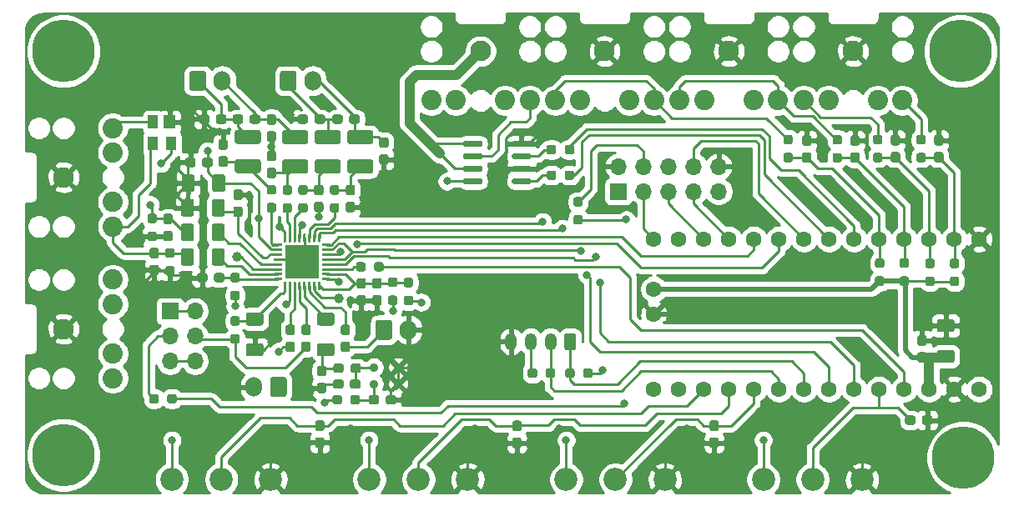
<source format=gtl>
%TF.GenerationSoftware,KiCad,Pcbnew,5.1.11-e4df9d881f~92~ubuntu20.04.1*%
%TF.CreationDate,2021-11-07T16:27:16-08:00*%
%TF.ProjectId,TeensyKeyerShield,5465656e-7379-44b6-9579-657253686965,rev?*%
%TF.SameCoordinates,PX4c4b400PY42c1d80*%
%TF.FileFunction,Copper,L1,Top*%
%TF.FilePolarity,Positive*%
%FSLAX46Y46*%
G04 Gerber Fmt 4.6, Leading zero omitted, Abs format (unit mm)*
G04 Created by KiCad (PCBNEW 5.1.11-e4df9d881f~92~ubuntu20.04.1) date 2021-11-07 16:27:16*
%MOMM*%
%LPD*%
G01*
G04 APERTURE LIST*
%TA.AperFunction,ComponentPad*%
%ADD10C,2.340000*%
%TD*%
%TA.AperFunction,ComponentPad*%
%ADD11C,1.600000*%
%TD*%
%TA.AperFunction,SMDPad,CuDef*%
%ADD12R,1.200000X1.400000*%
%TD*%
%TA.AperFunction,SMDPad,CuDef*%
%ADD13R,1.000000X1.400000*%
%TD*%
%TA.AperFunction,ComponentPad*%
%ADD14O,1.700000X2.000000*%
%TD*%
%TA.AperFunction,ComponentPad*%
%ADD15C,2.100000*%
%TD*%
%TA.AperFunction,ComponentPad*%
%ADD16C,2.050000*%
%TD*%
%TA.AperFunction,SMDPad,CuDef*%
%ADD17C,0.900000*%
%TD*%
%TA.AperFunction,SMDPad,CuDef*%
%ADD18R,3.450000X3.450000*%
%TD*%
%TA.AperFunction,ComponentPad*%
%ADD19C,0.500000*%
%TD*%
%TA.AperFunction,WasherPad*%
%ADD20C,6.350000*%
%TD*%
%TA.AperFunction,SMDPad,CuDef*%
%ADD21C,1.000000*%
%TD*%
%TA.AperFunction,ComponentPad*%
%ADD22R,1.700000X1.700000*%
%TD*%
%TA.AperFunction,ComponentPad*%
%ADD23O,1.700000X1.700000*%
%TD*%
%TA.AperFunction,ComponentPad*%
%ADD24O,1.200000X1.750000*%
%TD*%
%TA.AperFunction,ViaPad*%
%ADD25C,0.800000*%
%TD*%
%TA.AperFunction,Conductor*%
%ADD26C,0.250000*%
%TD*%
%TA.AperFunction,Conductor*%
%ADD27C,0.500000*%
%TD*%
%TA.AperFunction,Conductor*%
%ADD28C,1.000000*%
%TD*%
%TA.AperFunction,Conductor*%
%ADD29C,0.254000*%
%TD*%
%TA.AperFunction,Conductor*%
%ADD30C,0.100000*%
%TD*%
G04 APERTURE END LIST*
D10*
%TO.P,RV2,3*%
%TO.N,GND*%
X45500000Y-48000000D03*
%TO.P,RV2,2*%
%TO.N,Net-(C27-Pad1)*%
X40500000Y-48000000D03*
%TO.P,RV2,1*%
%TO.N,+3V3*%
X35500000Y-48000000D03*
%TD*%
D11*
%TO.P,U3,17*%
%TO.N,GND*%
X64390000Y-31200000D03*
%TO.P,U3,20*%
%TO.N,Net-(J11-Pad1)*%
X64390000Y-38820000D03*
%TO.P,U3,16*%
%TO.N,+3V3*%
X64390000Y-28660000D03*
%TO.P,U3,14*%
%TO.N,Net-(J11-Pad3)*%
X64390000Y-23580000D03*
%TO.P,U3,21*%
%TO.N,Net-(R14-Pad1)*%
X66930000Y-38820000D03*
%TO.P,U3,22*%
%TO.N,Net-(C26-Pad1)*%
X69470000Y-38820000D03*
%TO.P,U3,23*%
%TO.N,Net-(C27-Pad1)*%
X72010000Y-38820000D03*
%TO.P,U3,24*%
%TO.N,Net-(C28-Pad1)*%
X74550000Y-38820000D03*
%TO.P,U3,25*%
%TO.N,SDIN*%
X77090000Y-38820000D03*
%TO.P,U3,26*%
%TO.N,SCLK*%
X79630000Y-38820000D03*
%TO.P,U3,27*%
%TO.N,LRCLK*%
X82170000Y-38820000D03*
%TO.P,U3,28*%
%TO.N,BCLK*%
X84710000Y-38820000D03*
%TO.P,U3,29*%
%TO.N,Net-(C33-Pad1)*%
X87250000Y-38820000D03*
%TO.P,U3,30*%
%TO.N,MCLK*%
X89790000Y-38820000D03*
%TO.P,U3,31*%
%TO.N,+3V3*%
X92330000Y-38820000D03*
%TO.P,U3,32*%
%TO.N,GND*%
X94870000Y-38820000D03*
%TO.P,U3,33*%
%TO.N,+5V*%
X97410000Y-38820000D03*
%TO.P,U3,13*%
%TO.N,Net-(J11-Pad9)*%
X66930000Y-23580000D03*
%TO.P,U3,12*%
%TO.N,Net-(J11-Pad5)*%
X69470000Y-23580000D03*
%TO.P,U3,11*%
%TO.N,Net-(J11-Pad7)*%
X72010000Y-23580000D03*
%TO.P,U3,10*%
%TO.N,ADCDAT*%
X74550000Y-23580000D03*
%TO.P,U3,9*%
%TO.N,DACDAT*%
X77090000Y-23580000D03*
%TO.P,U3,8*%
%TO.N,Net-(J11-Pad8)*%
X79630000Y-23580000D03*
%TO.P,U3,7*%
%TO.N,Net-(R11-Pad1)*%
X82170000Y-23580000D03*
%TO.P,U3,6*%
%TO.N,Net-(R10-Pad1)*%
X84710000Y-23580000D03*
%TO.P,U3,5*%
%TO.N,MICPTT*%
X87250000Y-23580000D03*
%TO.P,U3,4*%
%TO.N,Net-(C29-Pad1)*%
X89790000Y-23580000D03*
%TO.P,U3,3*%
%TO.N,Net-(C31-Pad1)*%
X92330000Y-23580000D03*
%TO.P,U3,2*%
%TO.N,Net-(C32-Pad1)*%
X94870000Y-23580000D03*
%TO.P,U3,1*%
%TO.N,GND*%
X97410000Y-23580000D03*
%TD*%
%TO.P,C17,1*%
%TO.N,Net-(C17-Pad1)*%
%TA.AperFunction,SMDPad,CuDef*%
G36*
G01*
X31762500Y-11637500D02*
X31762500Y-11162500D01*
G75*
G02*
X32000000Y-10925000I237500J0D01*
G01*
X32600000Y-10925000D01*
G75*
G02*
X32837500Y-11162500I0J-237500D01*
G01*
X32837500Y-11637500D01*
G75*
G02*
X32600000Y-11875000I-237500J0D01*
G01*
X32000000Y-11875000D01*
G75*
G02*
X31762500Y-11637500I0J237500D01*
G01*
G37*
%TD.AperFunction*%
%TO.P,C17,2*%
%TO.N,Net-(C17-Pad2)*%
%TA.AperFunction,SMDPad,CuDef*%
G36*
G01*
X33487500Y-11637500D02*
X33487500Y-11162500D01*
G75*
G02*
X33725000Y-10925000I237500J0D01*
G01*
X34325000Y-10925000D01*
G75*
G02*
X34562500Y-11162500I0J-237500D01*
G01*
X34562500Y-11637500D01*
G75*
G02*
X34325000Y-11875000I-237500J0D01*
G01*
X33725000Y-11875000D01*
G75*
G02*
X33487500Y-11637500I0J237500D01*
G01*
G37*
%TD.AperFunction*%
%TD*%
%TO.P,C1,1*%
%TO.N,+5V*%
%TA.AperFunction,SMDPad,CuDef*%
G36*
G01*
X20925000Y-17249999D02*
X20925000Y-18550001D01*
G75*
G02*
X20675001Y-18800000I-249999J0D01*
G01*
X19849999Y-18800000D01*
G75*
G02*
X19600000Y-18550001I0J249999D01*
G01*
X19600000Y-17249999D01*
G75*
G02*
X19849999Y-17000000I249999J0D01*
G01*
X20675001Y-17000000D01*
G75*
G02*
X20925000Y-17249999I0J-249999D01*
G01*
G37*
%TD.AperFunction*%
%TO.P,C1,2*%
%TO.N,GND*%
%TA.AperFunction,SMDPad,CuDef*%
G36*
G01*
X17800000Y-17249999D02*
X17800000Y-18550001D01*
G75*
G02*
X17550001Y-18800000I-249999J0D01*
G01*
X16724999Y-18800000D01*
G75*
G02*
X16475000Y-18550001I0J249999D01*
G01*
X16475000Y-17249999D01*
G75*
G02*
X16724999Y-17000000I249999J0D01*
G01*
X17550001Y-17000000D01*
G75*
G02*
X17800000Y-17249999I0J-249999D01*
G01*
G37*
%TD.AperFunction*%
%TD*%
%TO.P,C2,2*%
%TO.N,GND*%
%TA.AperFunction,SMDPad,CuDef*%
G36*
G01*
X36062500Y-29262500D02*
X36537500Y-29262500D01*
G75*
G02*
X36775000Y-29500000I0J-237500D01*
G01*
X36775000Y-30100000D01*
G75*
G02*
X36537500Y-30337500I-237500J0D01*
G01*
X36062500Y-30337500D01*
G75*
G02*
X35825000Y-30100000I0J237500D01*
G01*
X35825000Y-29500000D01*
G75*
G02*
X36062500Y-29262500I237500J0D01*
G01*
G37*
%TD.AperFunction*%
%TO.P,C2,1*%
%TO.N,Net-(C2-Pad1)*%
%TA.AperFunction,SMDPad,CuDef*%
G36*
G01*
X36062500Y-27537500D02*
X36537500Y-27537500D01*
G75*
G02*
X36775000Y-27775000I0J-237500D01*
G01*
X36775000Y-28375000D01*
G75*
G02*
X36537500Y-28612500I-237500J0D01*
G01*
X36062500Y-28612500D01*
G75*
G02*
X35825000Y-28375000I0J237500D01*
G01*
X35825000Y-27775000D01*
G75*
G02*
X36062500Y-27537500I237500J0D01*
G01*
G37*
%TD.AperFunction*%
%TD*%
%TO.P,C3,1*%
%TO.N,GND*%
%TA.AperFunction,SMDPad,CuDef*%
G36*
G01*
X34937500Y-30337500D02*
X34462500Y-30337500D01*
G75*
G02*
X34225000Y-30100000I0J237500D01*
G01*
X34225000Y-29500000D01*
G75*
G02*
X34462500Y-29262500I237500J0D01*
G01*
X34937500Y-29262500D01*
G75*
G02*
X35175000Y-29500000I0J-237500D01*
G01*
X35175000Y-30100000D01*
G75*
G02*
X34937500Y-30337500I-237500J0D01*
G01*
G37*
%TD.AperFunction*%
%TO.P,C3,2*%
%TO.N,Net-(C2-Pad1)*%
%TA.AperFunction,SMDPad,CuDef*%
G36*
G01*
X34937500Y-28612500D02*
X34462500Y-28612500D01*
G75*
G02*
X34225000Y-28375000I0J237500D01*
G01*
X34225000Y-27775000D01*
G75*
G02*
X34462500Y-27537500I237500J0D01*
G01*
X34937500Y-27537500D01*
G75*
G02*
X35175000Y-27775000I0J-237500D01*
G01*
X35175000Y-28375000D01*
G75*
G02*
X34937500Y-28612500I-237500J0D01*
G01*
G37*
%TD.AperFunction*%
%TD*%
%TO.P,C4,1*%
%TO.N,Net-(C4-Pad1)*%
%TA.AperFunction,SMDPad,CuDef*%
G36*
G01*
X20837500Y-27262500D02*
X20837500Y-27737500D01*
G75*
G02*
X20600000Y-27975000I-237500J0D01*
G01*
X20000000Y-27975000D01*
G75*
G02*
X19762500Y-27737500I0J237500D01*
G01*
X19762500Y-27262500D01*
G75*
G02*
X20000000Y-27025000I237500J0D01*
G01*
X20600000Y-27025000D01*
G75*
G02*
X20837500Y-27262500I0J-237500D01*
G01*
G37*
%TD.AperFunction*%
%TO.P,C4,2*%
%TO.N,GND*%
%TA.AperFunction,SMDPad,CuDef*%
G36*
G01*
X19112500Y-27262500D02*
X19112500Y-27737500D01*
G75*
G02*
X18875000Y-27975000I-237500J0D01*
G01*
X18275000Y-27975000D01*
G75*
G02*
X18037500Y-27737500I0J237500D01*
G01*
X18037500Y-27262500D01*
G75*
G02*
X18275000Y-27025000I237500J0D01*
G01*
X18875000Y-27025000D01*
G75*
G02*
X19112500Y-27262500I0J-237500D01*
G01*
G37*
%TD.AperFunction*%
%TD*%
%TO.P,C5,2*%
%TO.N,GND*%
%TA.AperFunction,SMDPad,CuDef*%
G36*
G01*
X17912500Y-15562500D02*
X17912500Y-16037500D01*
G75*
G02*
X17675000Y-16275000I-237500J0D01*
G01*
X17075000Y-16275000D01*
G75*
G02*
X16837500Y-16037500I0J237500D01*
G01*
X16837500Y-15562500D01*
G75*
G02*
X17075000Y-15325000I237500J0D01*
G01*
X17675000Y-15325000D01*
G75*
G02*
X17912500Y-15562500I0J-237500D01*
G01*
G37*
%TD.AperFunction*%
%TO.P,C5,1*%
%TO.N,+5V*%
%TA.AperFunction,SMDPad,CuDef*%
G36*
G01*
X19637500Y-15562500D02*
X19637500Y-16037500D01*
G75*
G02*
X19400000Y-16275000I-237500J0D01*
G01*
X18800000Y-16275000D01*
G75*
G02*
X18562500Y-16037500I0J237500D01*
G01*
X18562500Y-15562500D01*
G75*
G02*
X18800000Y-15325000I237500J0D01*
G01*
X19400000Y-15325000D01*
G75*
G02*
X19637500Y-15562500I0J-237500D01*
G01*
G37*
%TD.AperFunction*%
%TD*%
%TO.P,C6,1*%
%TO.N,GND*%
%TA.AperFunction,SMDPad,CuDef*%
G36*
G01*
X24550001Y-35487500D02*
X23249999Y-35487500D01*
G75*
G02*
X23000000Y-35237501I0J249999D01*
G01*
X23000000Y-34412499D01*
G75*
G02*
X23249999Y-34162500I249999J0D01*
G01*
X24550001Y-34162500D01*
G75*
G02*
X24800000Y-34412499I0J-249999D01*
G01*
X24800000Y-35237501D01*
G75*
G02*
X24550001Y-35487500I-249999J0D01*
G01*
G37*
%TD.AperFunction*%
%TO.P,C6,2*%
%TO.N,Net-(C6-Pad2)*%
%TA.AperFunction,SMDPad,CuDef*%
G36*
G01*
X24550001Y-32362500D02*
X23249999Y-32362500D01*
G75*
G02*
X23000000Y-32112501I0J249999D01*
G01*
X23000000Y-31287499D01*
G75*
G02*
X23249999Y-31037500I249999J0D01*
G01*
X24550001Y-31037500D01*
G75*
G02*
X24800000Y-31287499I0J-249999D01*
G01*
X24800000Y-32112501D01*
G75*
G02*
X24550001Y-32362500I-249999J0D01*
G01*
G37*
%TD.AperFunction*%
%TD*%
%TO.P,C7,2*%
%TO.N,Net-(C7-Pad2)*%
%TA.AperFunction,SMDPad,CuDef*%
G36*
G01*
X19537500Y-23550001D02*
X19537500Y-22249999D01*
G75*
G02*
X19787499Y-22000000I249999J0D01*
G01*
X20612501Y-22000000D01*
G75*
G02*
X20862500Y-22249999I0J-249999D01*
G01*
X20862500Y-23550001D01*
G75*
G02*
X20612501Y-23800000I-249999J0D01*
G01*
X19787499Y-23800000D01*
G75*
G02*
X19537500Y-23550001I0J249999D01*
G01*
G37*
%TD.AperFunction*%
%TO.P,C7,1*%
%TO.N,Net-(C13-Pad1)*%
%TA.AperFunction,SMDPad,CuDef*%
G36*
G01*
X16412500Y-23550001D02*
X16412500Y-22249999D01*
G75*
G02*
X16662499Y-22000000I249999J0D01*
G01*
X17487501Y-22000000D01*
G75*
G02*
X17737500Y-22249999I0J-249999D01*
G01*
X17737500Y-23550001D01*
G75*
G02*
X17487501Y-23800000I-249999J0D01*
G01*
X16662499Y-23800000D01*
G75*
G02*
X16412500Y-23550001I0J249999D01*
G01*
G37*
%TD.AperFunction*%
%TD*%
%TO.P,C8,1*%
%TO.N,Net-(C14-Pad1)*%
%TA.AperFunction,SMDPad,CuDef*%
G36*
G01*
X16412500Y-26050001D02*
X16412500Y-24749999D01*
G75*
G02*
X16662499Y-24500000I249999J0D01*
G01*
X17487501Y-24500000D01*
G75*
G02*
X17737500Y-24749999I0J-249999D01*
G01*
X17737500Y-26050001D01*
G75*
G02*
X17487501Y-26300000I-249999J0D01*
G01*
X16662499Y-26300000D01*
G75*
G02*
X16412500Y-26050001I0J249999D01*
G01*
G37*
%TD.AperFunction*%
%TO.P,C8,2*%
%TO.N,Net-(C8-Pad2)*%
%TA.AperFunction,SMDPad,CuDef*%
G36*
G01*
X19537500Y-26050001D02*
X19537500Y-24749999D01*
G75*
G02*
X19787499Y-24500000I249999J0D01*
G01*
X20612501Y-24500000D01*
G75*
G02*
X20862500Y-24749999I0J-249999D01*
G01*
X20862500Y-26050001D01*
G75*
G02*
X20612501Y-26300000I-249999J0D01*
G01*
X19787499Y-26300000D01*
G75*
G02*
X19537500Y-26050001I0J249999D01*
G01*
G37*
%TD.AperFunction*%
%TD*%
%TO.P,C9,1*%
%TO.N,Net-(C9-Pad1)*%
%TA.AperFunction,SMDPad,CuDef*%
G36*
G01*
X27262500Y-32262500D02*
X27737500Y-32262500D01*
G75*
G02*
X27975000Y-32500000I0J-237500D01*
G01*
X27975000Y-33100000D01*
G75*
G02*
X27737500Y-33337500I-237500J0D01*
G01*
X27262500Y-33337500D01*
G75*
G02*
X27025000Y-33100000I0J237500D01*
G01*
X27025000Y-32500000D01*
G75*
G02*
X27262500Y-32262500I237500J0D01*
G01*
G37*
%TD.AperFunction*%
%TO.P,C9,2*%
%TO.N,Net-(C9-Pad2)*%
%TA.AperFunction,SMDPad,CuDef*%
G36*
G01*
X27262500Y-33987500D02*
X27737500Y-33987500D01*
G75*
G02*
X27975000Y-34225000I0J-237500D01*
G01*
X27975000Y-34825000D01*
G75*
G02*
X27737500Y-35062500I-237500J0D01*
G01*
X27262500Y-35062500D01*
G75*
G02*
X27025000Y-34825000I0J237500D01*
G01*
X27025000Y-34225000D01*
G75*
G02*
X27262500Y-33987500I237500J0D01*
G01*
G37*
%TD.AperFunction*%
%TD*%
%TO.P,C10,2*%
%TO.N,GND*%
%TA.AperFunction,SMDPad,CuDef*%
G36*
G01*
X22437500Y-19612500D02*
X21962500Y-19612500D01*
G75*
G02*
X21725000Y-19375000I0J237500D01*
G01*
X21725000Y-18775000D01*
G75*
G02*
X21962500Y-18537500I237500J0D01*
G01*
X22437500Y-18537500D01*
G75*
G02*
X22675000Y-18775000I0J-237500D01*
G01*
X22675000Y-19375000D01*
G75*
G02*
X22437500Y-19612500I-237500J0D01*
G01*
G37*
%TD.AperFunction*%
%TO.P,C10,1*%
%TO.N,Net-(C10-Pad1)*%
%TA.AperFunction,SMDPad,CuDef*%
G36*
G01*
X22437500Y-21337500D02*
X21962500Y-21337500D01*
G75*
G02*
X21725000Y-21100000I0J237500D01*
G01*
X21725000Y-20500000D01*
G75*
G02*
X21962500Y-20262500I237500J0D01*
G01*
X22437500Y-20262500D01*
G75*
G02*
X22675000Y-20500000I0J-237500D01*
G01*
X22675000Y-21100000D01*
G75*
G02*
X22437500Y-21337500I-237500J0D01*
G01*
G37*
%TD.AperFunction*%
%TD*%
%TO.P,C11,2*%
%TO.N,Net-(C11-Pad2)*%
%TA.AperFunction,SMDPad,CuDef*%
G36*
G01*
X32862500Y-33987500D02*
X33337500Y-33987500D01*
G75*
G02*
X33575000Y-34225000I0J-237500D01*
G01*
X33575000Y-34825000D01*
G75*
G02*
X33337500Y-35062500I-237500J0D01*
G01*
X32862500Y-35062500D01*
G75*
G02*
X32625000Y-34825000I0J237500D01*
G01*
X32625000Y-34225000D01*
G75*
G02*
X32862500Y-33987500I237500J0D01*
G01*
G37*
%TD.AperFunction*%
%TO.P,C11,1*%
%TO.N,Net-(C11-Pad1)*%
%TA.AperFunction,SMDPad,CuDef*%
G36*
G01*
X32862500Y-32262500D02*
X33337500Y-32262500D01*
G75*
G02*
X33575000Y-32500000I0J-237500D01*
G01*
X33575000Y-33100000D01*
G75*
G02*
X33337500Y-33337500I-237500J0D01*
G01*
X32862500Y-33337500D01*
G75*
G02*
X32625000Y-33100000I0J237500D01*
G01*
X32625000Y-32500000D01*
G75*
G02*
X32862500Y-32262500I237500J0D01*
G01*
G37*
%TD.AperFunction*%
%TD*%
%TO.P,C12,2*%
%TO.N,GND*%
%TA.AperFunction,SMDPad,CuDef*%
G36*
G01*
X17737500Y-19749999D02*
X17737500Y-21050001D01*
G75*
G02*
X17487501Y-21300000I-249999J0D01*
G01*
X16662499Y-21300000D01*
G75*
G02*
X16412500Y-21050001I0J249999D01*
G01*
X16412500Y-19749999D01*
G75*
G02*
X16662499Y-19500000I249999J0D01*
G01*
X17487501Y-19500000D01*
G75*
G02*
X17737500Y-19749999I0J-249999D01*
G01*
G37*
%TD.AperFunction*%
%TO.P,C12,1*%
%TO.N,Net-(C10-Pad1)*%
%TA.AperFunction,SMDPad,CuDef*%
G36*
G01*
X20862500Y-19749999D02*
X20862500Y-21050001D01*
G75*
G02*
X20612501Y-21300000I-249999J0D01*
G01*
X19787499Y-21300000D01*
G75*
G02*
X19537500Y-21050001I0J249999D01*
G01*
X19537500Y-19749999D01*
G75*
G02*
X19787499Y-19500000I249999J0D01*
G01*
X20612501Y-19500000D01*
G75*
G02*
X20862500Y-19749999I0J-249999D01*
G01*
G37*
%TD.AperFunction*%
%TD*%
%TO.P,C13,2*%
%TO.N,GND*%
%TA.AperFunction,SMDPad,CuDef*%
G36*
G01*
X14862500Y-22725000D02*
X15337500Y-22725000D01*
G75*
G02*
X15575000Y-22962500I0J-237500D01*
G01*
X15575000Y-23562500D01*
G75*
G02*
X15337500Y-23800000I-237500J0D01*
G01*
X14862500Y-23800000D01*
G75*
G02*
X14625000Y-23562500I0J237500D01*
G01*
X14625000Y-22962500D01*
G75*
G02*
X14862500Y-22725000I237500J0D01*
G01*
G37*
%TD.AperFunction*%
%TO.P,C13,1*%
%TO.N,Net-(C13-Pad1)*%
%TA.AperFunction,SMDPad,CuDef*%
G36*
G01*
X14862500Y-21000000D02*
X15337500Y-21000000D01*
G75*
G02*
X15575000Y-21237500I0J-237500D01*
G01*
X15575000Y-21837500D01*
G75*
G02*
X15337500Y-22075000I-237500J0D01*
G01*
X14862500Y-22075000D01*
G75*
G02*
X14625000Y-21837500I0J237500D01*
G01*
X14625000Y-21237500D01*
G75*
G02*
X14862500Y-21000000I237500J0D01*
G01*
G37*
%TD.AperFunction*%
%TD*%
%TO.P,C14,1*%
%TO.N,Net-(C14-Pad1)*%
%TA.AperFunction,SMDPad,CuDef*%
G36*
G01*
X13462500Y-24462500D02*
X13937500Y-24462500D01*
G75*
G02*
X14175000Y-24700000I0J-237500D01*
G01*
X14175000Y-25300000D01*
G75*
G02*
X13937500Y-25537500I-237500J0D01*
G01*
X13462500Y-25537500D01*
G75*
G02*
X13225000Y-25300000I0J237500D01*
G01*
X13225000Y-24700000D01*
G75*
G02*
X13462500Y-24462500I237500J0D01*
G01*
G37*
%TD.AperFunction*%
%TO.P,C14,2*%
%TO.N,GND*%
%TA.AperFunction,SMDPad,CuDef*%
G36*
G01*
X13462500Y-26187500D02*
X13937500Y-26187500D01*
G75*
G02*
X14175000Y-26425000I0J-237500D01*
G01*
X14175000Y-27025000D01*
G75*
G02*
X13937500Y-27262500I-237500J0D01*
G01*
X13462500Y-27262500D01*
G75*
G02*
X13225000Y-27025000I0J237500D01*
G01*
X13225000Y-26425000D01*
G75*
G02*
X13462500Y-26187500I237500J0D01*
G01*
G37*
%TD.AperFunction*%
%TD*%
%TO.P,C15,1*%
%TO.N,Net-(C15-Pad1)*%
%TA.AperFunction,SMDPad,CuDef*%
G36*
G01*
X29337500Y-35062500D02*
X28862500Y-35062500D01*
G75*
G02*
X28625000Y-34825000I0J237500D01*
G01*
X28625000Y-34225000D01*
G75*
G02*
X28862500Y-33987500I237500J0D01*
G01*
X29337500Y-33987500D01*
G75*
G02*
X29575000Y-34225000I0J-237500D01*
G01*
X29575000Y-34825000D01*
G75*
G02*
X29337500Y-35062500I-237500J0D01*
G01*
G37*
%TD.AperFunction*%
%TO.P,C15,2*%
%TO.N,Net-(C15-Pad2)*%
%TA.AperFunction,SMDPad,CuDef*%
G36*
G01*
X29337500Y-33337500D02*
X28862500Y-33337500D01*
G75*
G02*
X28625000Y-33100000I0J237500D01*
G01*
X28625000Y-32500000D01*
G75*
G02*
X28862500Y-32262500I237500J0D01*
G01*
X29337500Y-32262500D01*
G75*
G02*
X29575000Y-32500000I0J-237500D01*
G01*
X29575000Y-33100000D01*
G75*
G02*
X29337500Y-33337500I-237500J0D01*
G01*
G37*
%TD.AperFunction*%
%TD*%
%TO.P,C16,1*%
%TO.N,Net-(C16-Pad1)*%
%TA.AperFunction,SMDPad,CuDef*%
G36*
G01*
X21662500Y-11637500D02*
X21662500Y-11162500D01*
G75*
G02*
X21900000Y-10925000I237500J0D01*
G01*
X22500000Y-10925000D01*
G75*
G02*
X22737500Y-11162500I0J-237500D01*
G01*
X22737500Y-11637500D01*
G75*
G02*
X22500000Y-11875000I-237500J0D01*
G01*
X21900000Y-11875000D01*
G75*
G02*
X21662500Y-11637500I0J237500D01*
G01*
G37*
%TD.AperFunction*%
%TO.P,C16,2*%
%TO.N,Net-(C16-Pad2)*%
%TA.AperFunction,SMDPad,CuDef*%
G36*
G01*
X23387500Y-11637500D02*
X23387500Y-11162500D01*
G75*
G02*
X23625000Y-10925000I237500J0D01*
G01*
X24225000Y-10925000D01*
G75*
G02*
X24462500Y-11162500I0J-237500D01*
G01*
X24462500Y-11637500D01*
G75*
G02*
X24225000Y-11875000I-237500J0D01*
G01*
X23625000Y-11875000D01*
G75*
G02*
X23387500Y-11637500I0J237500D01*
G01*
G37*
%TD.AperFunction*%
%TD*%
%TO.P,C18,2*%
%TO.N,Net-(C16-Pad1)*%
%TA.AperFunction,SMDPad,CuDef*%
G36*
G01*
X19962500Y-11637500D02*
X19962500Y-11162500D01*
G75*
G02*
X20200000Y-10925000I237500J0D01*
G01*
X20800000Y-10925000D01*
G75*
G02*
X21037500Y-11162500I0J-237500D01*
G01*
X21037500Y-11637500D01*
G75*
G02*
X20800000Y-11875000I-237500J0D01*
G01*
X20200000Y-11875000D01*
G75*
G02*
X19962500Y-11637500I0J237500D01*
G01*
G37*
%TD.AperFunction*%
%TO.P,C18,1*%
%TO.N,GND*%
%TA.AperFunction,SMDPad,CuDef*%
G36*
G01*
X18237500Y-11637500D02*
X18237500Y-11162500D01*
G75*
G02*
X18475000Y-10925000I237500J0D01*
G01*
X19075000Y-10925000D01*
G75*
G02*
X19312500Y-11162500I0J-237500D01*
G01*
X19312500Y-11637500D01*
G75*
G02*
X19075000Y-11875000I-237500J0D01*
G01*
X18475000Y-11875000D01*
G75*
G02*
X18237500Y-11637500I0J237500D01*
G01*
G37*
%TD.AperFunction*%
%TD*%
%TO.P,C19,2*%
%TO.N,Net-(C16-Pad2)*%
%TA.AperFunction,SMDPad,CuDef*%
G36*
G01*
X25837500Y-11975000D02*
X25362500Y-11975000D01*
G75*
G02*
X25125000Y-11737500I0J237500D01*
G01*
X25125000Y-11137500D01*
G75*
G02*
X25362500Y-10900000I237500J0D01*
G01*
X25837500Y-10900000D01*
G75*
G02*
X26075000Y-11137500I0J-237500D01*
G01*
X26075000Y-11737500D01*
G75*
G02*
X25837500Y-11975000I-237500J0D01*
G01*
G37*
%TD.AperFunction*%
%TO.P,C19,1*%
%TO.N,GND*%
%TA.AperFunction,SMDPad,CuDef*%
G36*
G01*
X25837500Y-13700000D02*
X25362500Y-13700000D01*
G75*
G02*
X25125000Y-13462500I0J237500D01*
G01*
X25125000Y-12862500D01*
G75*
G02*
X25362500Y-12625000I237500J0D01*
G01*
X25837500Y-12625000D01*
G75*
G02*
X26075000Y-12862500I0J-237500D01*
G01*
X26075000Y-13462500D01*
G75*
G02*
X25837500Y-13700000I-237500J0D01*
G01*
G37*
%TD.AperFunction*%
%TD*%
%TO.P,C20,1*%
%TO.N,GND*%
%TA.AperFunction,SMDPad,CuDef*%
G36*
G01*
X28237500Y-11637500D02*
X28237500Y-11162500D01*
G75*
G02*
X28475000Y-10925000I237500J0D01*
G01*
X29075000Y-10925000D01*
G75*
G02*
X29312500Y-11162500I0J-237500D01*
G01*
X29312500Y-11637500D01*
G75*
G02*
X29075000Y-11875000I-237500J0D01*
G01*
X28475000Y-11875000D01*
G75*
G02*
X28237500Y-11637500I0J237500D01*
G01*
G37*
%TD.AperFunction*%
%TO.P,C20,2*%
%TO.N,Net-(C17-Pad1)*%
%TA.AperFunction,SMDPad,CuDef*%
G36*
G01*
X29962500Y-11637500D02*
X29962500Y-11162500D01*
G75*
G02*
X30200000Y-10925000I237500J0D01*
G01*
X30800000Y-10925000D01*
G75*
G02*
X31037500Y-11162500I0J-237500D01*
G01*
X31037500Y-11637500D01*
G75*
G02*
X30800000Y-11875000I-237500J0D01*
G01*
X30200000Y-11875000D01*
G75*
G02*
X29962500Y-11637500I0J237500D01*
G01*
G37*
%TD.AperFunction*%
%TD*%
%TO.P,C21,1*%
%TO.N,GND*%
%TA.AperFunction,SMDPad,CuDef*%
G36*
G01*
X37237500Y-16037500D02*
X36762500Y-16037500D01*
G75*
G02*
X36525000Y-15800000I0J237500D01*
G01*
X36525000Y-15200000D01*
G75*
G02*
X36762500Y-14962500I237500J0D01*
G01*
X37237500Y-14962500D01*
G75*
G02*
X37475000Y-15200000I0J-237500D01*
G01*
X37475000Y-15800000D01*
G75*
G02*
X37237500Y-16037500I-237500J0D01*
G01*
G37*
%TD.AperFunction*%
%TO.P,C21,2*%
%TO.N,Net-(C17-Pad2)*%
%TA.AperFunction,SMDPad,CuDef*%
G36*
G01*
X37237500Y-14312500D02*
X36762500Y-14312500D01*
G75*
G02*
X36525000Y-14075000I0J237500D01*
G01*
X36525000Y-13475000D01*
G75*
G02*
X36762500Y-13237500I237500J0D01*
G01*
X37237500Y-13237500D01*
G75*
G02*
X37475000Y-13475000I0J-237500D01*
G01*
X37475000Y-14075000D01*
G75*
G02*
X37237500Y-14312500I-237500J0D01*
G01*
G37*
%TD.AperFunction*%
%TD*%
%TO.P,C22,1*%
%TO.N,Net-(C22-Pad1)*%
%TA.AperFunction,SMDPad,CuDef*%
G36*
G01*
X31750001Y-35487500D02*
X30449999Y-35487500D01*
G75*
G02*
X30200000Y-35237501I0J249999D01*
G01*
X30200000Y-34412499D01*
G75*
G02*
X30449999Y-34162500I249999J0D01*
G01*
X31750001Y-34162500D01*
G75*
G02*
X32000000Y-34412499I0J-249999D01*
G01*
X32000000Y-35237501D01*
G75*
G02*
X31750001Y-35487500I-249999J0D01*
G01*
G37*
%TD.AperFunction*%
%TO.P,C22,2*%
%TO.N,MEMSMIC*%
%TA.AperFunction,SMDPad,CuDef*%
G36*
G01*
X31750001Y-32362500D02*
X30449999Y-32362500D01*
G75*
G02*
X30200000Y-32112501I0J249999D01*
G01*
X30200000Y-31287499D01*
G75*
G02*
X30449999Y-31037500I249999J0D01*
G01*
X31750001Y-31037500D01*
G75*
G02*
X32000000Y-31287499I0J-249999D01*
G01*
X32000000Y-32112501D01*
G75*
G02*
X31750001Y-32362500I-249999J0D01*
G01*
G37*
%TD.AperFunction*%
%TD*%
%TO.P,C23,2*%
%TO.N,GND*%
%TA.AperFunction,SMDPad,CuDef*%
G36*
G01*
X30462500Y-38162500D02*
X30937500Y-38162500D01*
G75*
G02*
X31175000Y-38400000I0J-237500D01*
G01*
X31175000Y-39000000D01*
G75*
G02*
X30937500Y-39237500I-237500J0D01*
G01*
X30462500Y-39237500D01*
G75*
G02*
X30225000Y-39000000I0J237500D01*
G01*
X30225000Y-38400000D01*
G75*
G02*
X30462500Y-38162500I237500J0D01*
G01*
G37*
%TD.AperFunction*%
%TO.P,C23,1*%
%TO.N,Net-(C22-Pad1)*%
%TA.AperFunction,SMDPad,CuDef*%
G36*
G01*
X30462500Y-36437500D02*
X30937500Y-36437500D01*
G75*
G02*
X31175000Y-36675000I0J-237500D01*
G01*
X31175000Y-37275000D01*
G75*
G02*
X30937500Y-37512500I-237500J0D01*
G01*
X30462500Y-37512500D01*
G75*
G02*
X30225000Y-37275000I0J237500D01*
G01*
X30225000Y-36675000D01*
G75*
G02*
X30462500Y-36437500I237500J0D01*
G01*
G37*
%TD.AperFunction*%
%TD*%
%TO.P,C24,2*%
%TO.N,GND*%
%TA.AperFunction,SMDPad,CuDef*%
G36*
G01*
X32912500Y-38062500D02*
X32912500Y-38537500D01*
G75*
G02*
X32675000Y-38775000I-237500J0D01*
G01*
X32075000Y-38775000D01*
G75*
G02*
X31837500Y-38537500I0J237500D01*
G01*
X31837500Y-38062500D01*
G75*
G02*
X32075000Y-37825000I237500J0D01*
G01*
X32675000Y-37825000D01*
G75*
G02*
X32912500Y-38062500I0J-237500D01*
G01*
G37*
%TD.AperFunction*%
%TO.P,C24,1*%
%TO.N,Net-(C24-Pad1)*%
%TA.AperFunction,SMDPad,CuDef*%
G36*
G01*
X34637500Y-38062500D02*
X34637500Y-38537500D01*
G75*
G02*
X34400000Y-38775000I-237500J0D01*
G01*
X33800000Y-38775000D01*
G75*
G02*
X33562500Y-38537500I0J237500D01*
G01*
X33562500Y-38062500D01*
G75*
G02*
X33800000Y-37825000I237500J0D01*
G01*
X34400000Y-37825000D01*
G75*
G02*
X34637500Y-38062500I0J-237500D01*
G01*
G37*
%TD.AperFunction*%
%TD*%
%TO.P,C25,1*%
%TO.N,Net-(C25-Pad1)*%
%TA.AperFunction,SMDPad,CuDef*%
G36*
G01*
X35462500Y-40137500D02*
X35462500Y-39662500D01*
G75*
G02*
X35700000Y-39425000I237500J0D01*
G01*
X36300000Y-39425000D01*
G75*
G02*
X36537500Y-39662500I0J-237500D01*
G01*
X36537500Y-40137500D01*
G75*
G02*
X36300000Y-40375000I-237500J0D01*
G01*
X35700000Y-40375000D01*
G75*
G02*
X35462500Y-40137500I0J237500D01*
G01*
G37*
%TD.AperFunction*%
%TO.P,C25,2*%
%TO.N,GND*%
%TA.AperFunction,SMDPad,CuDef*%
G36*
G01*
X37187500Y-40137500D02*
X37187500Y-39662500D01*
G75*
G02*
X37425000Y-39425000I237500J0D01*
G01*
X38025000Y-39425000D01*
G75*
G02*
X38262500Y-39662500I0J-237500D01*
G01*
X38262500Y-40137500D01*
G75*
G02*
X38025000Y-40375000I-237500J0D01*
G01*
X37425000Y-40375000D01*
G75*
G02*
X37187500Y-40137500I0J237500D01*
G01*
G37*
%TD.AperFunction*%
%TD*%
%TO.P,C26,2*%
%TO.N,GND*%
%TA.AperFunction,SMDPad,CuDef*%
G36*
G01*
X30262500Y-43712500D02*
X30737500Y-43712500D01*
G75*
G02*
X30975000Y-43950000I0J-237500D01*
G01*
X30975000Y-44550000D01*
G75*
G02*
X30737500Y-44787500I-237500J0D01*
G01*
X30262500Y-44787500D01*
G75*
G02*
X30025000Y-44550000I0J237500D01*
G01*
X30025000Y-43950000D01*
G75*
G02*
X30262500Y-43712500I237500J0D01*
G01*
G37*
%TD.AperFunction*%
%TO.P,C26,1*%
%TO.N,Net-(C26-Pad1)*%
%TA.AperFunction,SMDPad,CuDef*%
G36*
G01*
X30262500Y-41987500D02*
X30737500Y-41987500D01*
G75*
G02*
X30975000Y-42225000I0J-237500D01*
G01*
X30975000Y-42825000D01*
G75*
G02*
X30737500Y-43062500I-237500J0D01*
G01*
X30262500Y-43062500D01*
G75*
G02*
X30025000Y-42825000I0J237500D01*
G01*
X30025000Y-42225000D01*
G75*
G02*
X30262500Y-41987500I237500J0D01*
G01*
G37*
%TD.AperFunction*%
%TD*%
%TO.P,C27,2*%
%TO.N,GND*%
%TA.AperFunction,SMDPad,CuDef*%
G36*
G01*
X50262500Y-43737500D02*
X50737500Y-43737500D01*
G75*
G02*
X50975000Y-43975000I0J-237500D01*
G01*
X50975000Y-44575000D01*
G75*
G02*
X50737500Y-44812500I-237500J0D01*
G01*
X50262500Y-44812500D01*
G75*
G02*
X50025000Y-44575000I0J237500D01*
G01*
X50025000Y-43975000D01*
G75*
G02*
X50262500Y-43737500I237500J0D01*
G01*
G37*
%TD.AperFunction*%
%TO.P,C27,1*%
%TO.N,Net-(C27-Pad1)*%
%TA.AperFunction,SMDPad,CuDef*%
G36*
G01*
X50262500Y-42012500D02*
X50737500Y-42012500D01*
G75*
G02*
X50975000Y-42250000I0J-237500D01*
G01*
X50975000Y-42850000D01*
G75*
G02*
X50737500Y-43087500I-237500J0D01*
G01*
X50262500Y-43087500D01*
G75*
G02*
X50025000Y-42850000I0J237500D01*
G01*
X50025000Y-42250000D01*
G75*
G02*
X50262500Y-42012500I237500J0D01*
G01*
G37*
%TD.AperFunction*%
%TD*%
%TO.P,C28,1*%
%TO.N,Net-(C28-Pad1)*%
%TA.AperFunction,SMDPad,CuDef*%
G36*
G01*
X70262500Y-42000000D02*
X70737500Y-42000000D01*
G75*
G02*
X70975000Y-42237500I0J-237500D01*
G01*
X70975000Y-42837500D01*
G75*
G02*
X70737500Y-43075000I-237500J0D01*
G01*
X70262500Y-43075000D01*
G75*
G02*
X70025000Y-42837500I0J237500D01*
G01*
X70025000Y-42237500D01*
G75*
G02*
X70262500Y-42000000I237500J0D01*
G01*
G37*
%TD.AperFunction*%
%TO.P,C28,2*%
%TO.N,GND*%
%TA.AperFunction,SMDPad,CuDef*%
G36*
G01*
X70262500Y-43725000D02*
X70737500Y-43725000D01*
G75*
G02*
X70975000Y-43962500I0J-237500D01*
G01*
X70975000Y-44562500D01*
G75*
G02*
X70737500Y-44800000I-237500J0D01*
G01*
X70262500Y-44800000D01*
G75*
G02*
X70025000Y-44562500I0J237500D01*
G01*
X70025000Y-43962500D01*
G75*
G02*
X70262500Y-43725000I237500J0D01*
G01*
G37*
%TD.AperFunction*%
%TD*%
%TO.P,C29,1*%
%TO.N,Net-(C29-Pad1)*%
%TA.AperFunction,SMDPad,CuDef*%
G36*
G01*
X85037500Y-15837500D02*
X84562500Y-15837500D01*
G75*
G02*
X84325000Y-15600000I0J237500D01*
G01*
X84325000Y-15000000D01*
G75*
G02*
X84562500Y-14762500I237500J0D01*
G01*
X85037500Y-14762500D01*
G75*
G02*
X85275000Y-15000000I0J-237500D01*
G01*
X85275000Y-15600000D01*
G75*
G02*
X85037500Y-15837500I-237500J0D01*
G01*
G37*
%TD.AperFunction*%
%TO.P,C29,2*%
%TO.N,GND*%
%TA.AperFunction,SMDPad,CuDef*%
G36*
G01*
X85037500Y-14112500D02*
X84562500Y-14112500D01*
G75*
G02*
X84325000Y-13875000I0J237500D01*
G01*
X84325000Y-13275000D01*
G75*
G02*
X84562500Y-13037500I237500J0D01*
G01*
X85037500Y-13037500D01*
G75*
G02*
X85275000Y-13275000I0J-237500D01*
G01*
X85275000Y-13875000D01*
G75*
G02*
X85037500Y-14112500I-237500J0D01*
G01*
G37*
%TD.AperFunction*%
%TD*%
%TO.P,C30,2*%
%TO.N,GND*%
%TA.AperFunction,SMDPad,CuDef*%
G36*
G01*
X80137500Y-14112500D02*
X79662500Y-14112500D01*
G75*
G02*
X79425000Y-13875000I0J237500D01*
G01*
X79425000Y-13275000D01*
G75*
G02*
X79662500Y-13037500I237500J0D01*
G01*
X80137500Y-13037500D01*
G75*
G02*
X80375000Y-13275000I0J-237500D01*
G01*
X80375000Y-13875000D01*
G75*
G02*
X80137500Y-14112500I-237500J0D01*
G01*
G37*
%TD.AperFunction*%
%TO.P,C30,1*%
%TO.N,MICPTT*%
%TA.AperFunction,SMDPad,CuDef*%
G36*
G01*
X80137500Y-15837500D02*
X79662500Y-15837500D01*
G75*
G02*
X79425000Y-15600000I0J237500D01*
G01*
X79425000Y-15000000D01*
G75*
G02*
X79662500Y-14762500I237500J0D01*
G01*
X80137500Y-14762500D01*
G75*
G02*
X80375000Y-15000000I0J-237500D01*
G01*
X80375000Y-15600000D01*
G75*
G02*
X80137500Y-15837500I-237500J0D01*
G01*
G37*
%TD.AperFunction*%
%TD*%
%TO.P,C31,1*%
%TO.N,Net-(C31-Pad1)*%
%TA.AperFunction,SMDPad,CuDef*%
G36*
G01*
X89137500Y-15800000D02*
X88662500Y-15800000D01*
G75*
G02*
X88425000Y-15562500I0J237500D01*
G01*
X88425000Y-14962500D01*
G75*
G02*
X88662500Y-14725000I237500J0D01*
G01*
X89137500Y-14725000D01*
G75*
G02*
X89375000Y-14962500I0J-237500D01*
G01*
X89375000Y-15562500D01*
G75*
G02*
X89137500Y-15800000I-237500J0D01*
G01*
G37*
%TD.AperFunction*%
%TO.P,C31,2*%
%TO.N,GND*%
%TA.AperFunction,SMDPad,CuDef*%
G36*
G01*
X89137500Y-14075000D02*
X88662500Y-14075000D01*
G75*
G02*
X88425000Y-13837500I0J237500D01*
G01*
X88425000Y-13237500D01*
G75*
G02*
X88662500Y-13000000I237500J0D01*
G01*
X89137500Y-13000000D01*
G75*
G02*
X89375000Y-13237500I0J-237500D01*
G01*
X89375000Y-13837500D01*
G75*
G02*
X89137500Y-14075000I-237500J0D01*
G01*
G37*
%TD.AperFunction*%
%TD*%
%TO.P,C32,2*%
%TO.N,GND*%
%TA.AperFunction,SMDPad,CuDef*%
G36*
G01*
X93537500Y-14075000D02*
X93062500Y-14075000D01*
G75*
G02*
X92825000Y-13837500I0J237500D01*
G01*
X92825000Y-13237500D01*
G75*
G02*
X93062500Y-13000000I237500J0D01*
G01*
X93537500Y-13000000D01*
G75*
G02*
X93775000Y-13237500I0J-237500D01*
G01*
X93775000Y-13837500D01*
G75*
G02*
X93537500Y-14075000I-237500J0D01*
G01*
G37*
%TD.AperFunction*%
%TO.P,C32,1*%
%TO.N,Net-(C32-Pad1)*%
%TA.AperFunction,SMDPad,CuDef*%
G36*
G01*
X93537500Y-15800000D02*
X93062500Y-15800000D01*
G75*
G02*
X92825000Y-15562500I0J237500D01*
G01*
X92825000Y-14962500D01*
G75*
G02*
X93062500Y-14725000I237500J0D01*
G01*
X93537500Y-14725000D01*
G75*
G02*
X93775000Y-14962500I0J-237500D01*
G01*
X93775000Y-15562500D01*
G75*
G02*
X93537500Y-15800000I-237500J0D01*
G01*
G37*
%TD.AperFunction*%
%TD*%
%TO.P,C33,1*%
%TO.N,Net-(C33-Pad1)*%
%TA.AperFunction,SMDPad,CuDef*%
G36*
G01*
X89862500Y-42212500D02*
X89862500Y-41737500D01*
G75*
G02*
X90100000Y-41500000I237500J0D01*
G01*
X90700000Y-41500000D01*
G75*
G02*
X90937500Y-41737500I0J-237500D01*
G01*
X90937500Y-42212500D01*
G75*
G02*
X90700000Y-42450000I-237500J0D01*
G01*
X90100000Y-42450000D01*
G75*
G02*
X89862500Y-42212500I0J237500D01*
G01*
G37*
%TD.AperFunction*%
%TO.P,C33,2*%
%TO.N,GND*%
%TA.AperFunction,SMDPad,CuDef*%
G36*
G01*
X91587500Y-42212500D02*
X91587500Y-41737500D01*
G75*
G02*
X91825000Y-41500000I237500J0D01*
G01*
X92425000Y-41500000D01*
G75*
G02*
X92662500Y-41737500I0J-237500D01*
G01*
X92662500Y-42212500D01*
G75*
G02*
X92425000Y-42450000I-237500J0D01*
G01*
X91825000Y-42450000D01*
G75*
G02*
X91587500Y-42212500I0J237500D01*
G01*
G37*
%TD.AperFunction*%
%TD*%
%TO.P,C34,2*%
%TO.N,GND*%
%TA.AperFunction,SMDPad,CuDef*%
G36*
G01*
X94650001Y-33037500D02*
X93349999Y-33037500D01*
G75*
G02*
X93100000Y-32787501I0J249999D01*
G01*
X93100000Y-31962499D01*
G75*
G02*
X93349999Y-31712500I249999J0D01*
G01*
X94650001Y-31712500D01*
G75*
G02*
X94900000Y-31962499I0J-249999D01*
G01*
X94900000Y-32787501D01*
G75*
G02*
X94650001Y-33037500I-249999J0D01*
G01*
G37*
%TD.AperFunction*%
%TO.P,C34,1*%
%TO.N,+3V3*%
%TA.AperFunction,SMDPad,CuDef*%
G36*
G01*
X94650001Y-36162500D02*
X93349999Y-36162500D01*
G75*
G02*
X93100000Y-35912501I0J249999D01*
G01*
X93100000Y-35087499D01*
G75*
G02*
X93349999Y-34837500I249999J0D01*
G01*
X94650001Y-34837500D01*
G75*
G02*
X94900000Y-35087499I0J-249999D01*
G01*
X94900000Y-35912501D01*
G75*
G02*
X94650001Y-36162500I-249999J0D01*
G01*
G37*
%TD.AperFunction*%
%TD*%
%TO.P,C35,2*%
%TO.N,GND*%
%TA.AperFunction,SMDPad,CuDef*%
G36*
G01*
X91837500Y-34412500D02*
X91362500Y-34412500D01*
G75*
G02*
X91125000Y-34175000I0J237500D01*
G01*
X91125000Y-33575000D01*
G75*
G02*
X91362500Y-33337500I237500J0D01*
G01*
X91837500Y-33337500D01*
G75*
G02*
X92075000Y-33575000I0J-237500D01*
G01*
X92075000Y-34175000D01*
G75*
G02*
X91837500Y-34412500I-237500J0D01*
G01*
G37*
%TD.AperFunction*%
%TO.P,C35,1*%
%TO.N,+3V3*%
%TA.AperFunction,SMDPad,CuDef*%
G36*
G01*
X91837500Y-36137500D02*
X91362500Y-36137500D01*
G75*
G02*
X91125000Y-35900000I0J237500D01*
G01*
X91125000Y-35300000D01*
G75*
G02*
X91362500Y-35062500I237500J0D01*
G01*
X91837500Y-35062500D01*
G75*
G02*
X92075000Y-35300000I0J-237500D01*
G01*
X92075000Y-35900000D01*
G75*
G02*
X91837500Y-36137500I-237500J0D01*
G01*
G37*
%TD.AperFunction*%
%TD*%
%TO.P,C36,2*%
%TO.N,Net-(C36-Pad2)*%
%TA.AperFunction,SMDPad,CuDef*%
G36*
G01*
X20462500Y-15162500D02*
X20937500Y-15162500D01*
G75*
G02*
X21175000Y-15400000I0J-237500D01*
G01*
X21175000Y-16000000D01*
G75*
G02*
X20937500Y-16237500I-237500J0D01*
G01*
X20462500Y-16237500D01*
G75*
G02*
X20225000Y-16000000I0J237500D01*
G01*
X20225000Y-15400000D01*
G75*
G02*
X20462500Y-15162500I237500J0D01*
G01*
G37*
%TD.AperFunction*%
%TO.P,C36,1*%
%TO.N,GND*%
%TA.AperFunction,SMDPad,CuDef*%
G36*
G01*
X20462500Y-13437500D02*
X20937500Y-13437500D01*
G75*
G02*
X21175000Y-13675000I0J-237500D01*
G01*
X21175000Y-14275000D01*
G75*
G02*
X20937500Y-14512500I-237500J0D01*
G01*
X20462500Y-14512500D01*
G75*
G02*
X20225000Y-14275000I0J237500D01*
G01*
X20225000Y-13675000D01*
G75*
G02*
X20462500Y-13437500I237500J0D01*
G01*
G37*
%TD.AperFunction*%
%TD*%
%TO.P,C37,1*%
%TO.N,GND*%
%TA.AperFunction,SMDPad,CuDef*%
G36*
G01*
X25362500Y-14600000D02*
X25837500Y-14600000D01*
G75*
G02*
X26075000Y-14837500I0J-237500D01*
G01*
X26075000Y-15437500D01*
G75*
G02*
X25837500Y-15675000I-237500J0D01*
G01*
X25362500Y-15675000D01*
G75*
G02*
X25125000Y-15437500I0J237500D01*
G01*
X25125000Y-14837500D01*
G75*
G02*
X25362500Y-14600000I237500J0D01*
G01*
G37*
%TD.AperFunction*%
%TO.P,C37,2*%
%TO.N,Net-(C37-Pad2)*%
%TA.AperFunction,SMDPad,CuDef*%
G36*
G01*
X25362500Y-16325000D02*
X25837500Y-16325000D01*
G75*
G02*
X26075000Y-16562500I0J-237500D01*
G01*
X26075000Y-17162500D01*
G75*
G02*
X25837500Y-17400000I-237500J0D01*
G01*
X25362500Y-17400000D01*
G75*
G02*
X25125000Y-17162500I0J237500D01*
G01*
X25125000Y-16562500D01*
G75*
G02*
X25362500Y-16325000I237500J0D01*
G01*
G37*
%TD.AperFunction*%
%TD*%
%TO.P,C38,2*%
%TO.N,Net-(C38-Pad2)*%
%TA.AperFunction,SMDPad,CuDef*%
G36*
G01*
X30637500Y-19137500D02*
X30162500Y-19137500D01*
G75*
G02*
X29925000Y-18900000I0J237500D01*
G01*
X29925000Y-18300000D01*
G75*
G02*
X30162500Y-18062500I237500J0D01*
G01*
X30637500Y-18062500D01*
G75*
G02*
X30875000Y-18300000I0J-237500D01*
G01*
X30875000Y-18900000D01*
G75*
G02*
X30637500Y-19137500I-237500J0D01*
G01*
G37*
%TD.AperFunction*%
%TO.P,C38,1*%
%TO.N,GND*%
%TA.AperFunction,SMDPad,CuDef*%
G36*
G01*
X30637500Y-20862500D02*
X30162500Y-20862500D01*
G75*
G02*
X29925000Y-20625000I0J237500D01*
G01*
X29925000Y-20025000D01*
G75*
G02*
X30162500Y-19787500I237500J0D01*
G01*
X30637500Y-19787500D01*
G75*
G02*
X30875000Y-20025000I0J-237500D01*
G01*
X30875000Y-20625000D01*
G75*
G02*
X30637500Y-20862500I-237500J0D01*
G01*
G37*
%TD.AperFunction*%
%TD*%
%TO.P,C39,1*%
%TO.N,GND*%
%TA.AperFunction,SMDPad,CuDef*%
G36*
G01*
X33837500Y-20862500D02*
X33362500Y-20862500D01*
G75*
G02*
X33125000Y-20625000I0J237500D01*
G01*
X33125000Y-20025000D01*
G75*
G02*
X33362500Y-19787500I237500J0D01*
G01*
X33837500Y-19787500D01*
G75*
G02*
X34075000Y-20025000I0J-237500D01*
G01*
X34075000Y-20625000D01*
G75*
G02*
X33837500Y-20862500I-237500J0D01*
G01*
G37*
%TD.AperFunction*%
%TO.P,C39,2*%
%TO.N,Net-(C39-Pad2)*%
%TA.AperFunction,SMDPad,CuDef*%
G36*
G01*
X33837500Y-19137500D02*
X33362500Y-19137500D01*
G75*
G02*
X33125000Y-18900000I0J237500D01*
G01*
X33125000Y-18300000D01*
G75*
G02*
X33362500Y-18062500I237500J0D01*
G01*
X33837500Y-18062500D01*
G75*
G02*
X34075000Y-18300000I0J-237500D01*
G01*
X34075000Y-18900000D01*
G75*
G02*
X33837500Y-19137500I-237500J0D01*
G01*
G37*
%TD.AperFunction*%
%TD*%
D12*
%TO.P,D1,1*%
%TO.N,GND*%
X15270000Y-11700000D03*
D13*
%TO.P,D1,2*%
%TO.N,Net-(C13-Pad1)*%
X13550000Y-11700000D03*
%TO.P,D1,3*%
%TO.N,Net-(C14-Pad1)*%
X13550000Y-13900000D03*
%TO.P,D1,4*%
%TO.N,Net-(C15-Pad1)*%
X15450000Y-13900000D03*
%TD*%
%TO.P,FB1,2*%
%TO.N,+3V3*%
%TA.AperFunction,SMDPad,CuDef*%
G36*
G01*
X39262500Y-29337500D02*
X39737500Y-29337500D01*
G75*
G02*
X39975000Y-29575000I0J-237500D01*
G01*
X39975000Y-30075000D01*
G75*
G02*
X39737500Y-30312500I-237500J0D01*
G01*
X39262500Y-30312500D01*
G75*
G02*
X39025000Y-30075000I0J237500D01*
G01*
X39025000Y-29575000D01*
G75*
G02*
X39262500Y-29337500I237500J0D01*
G01*
G37*
%TD.AperFunction*%
%TO.P,FB1,1*%
%TO.N,Net-(C2-Pad1)*%
%TA.AperFunction,SMDPad,CuDef*%
G36*
G01*
X39262500Y-27512500D02*
X39737500Y-27512500D01*
G75*
G02*
X39975000Y-27750000I0J-237500D01*
G01*
X39975000Y-28250000D01*
G75*
G02*
X39737500Y-28487500I-237500J0D01*
G01*
X39262500Y-28487500D01*
G75*
G02*
X39025000Y-28250000I0J237500D01*
G01*
X39025000Y-27750000D01*
G75*
G02*
X39262500Y-27512500I237500J0D01*
G01*
G37*
%TD.AperFunction*%
%TD*%
%TO.P,FB2,1*%
%TO.N,Net-(C4-Pad1)*%
%TA.AperFunction,SMDPad,CuDef*%
G36*
G01*
X21662500Y-27000000D02*
X22137500Y-27000000D01*
G75*
G02*
X22375000Y-27237500I0J-237500D01*
G01*
X22375000Y-27737500D01*
G75*
G02*
X22137500Y-27975000I-237500J0D01*
G01*
X21662500Y-27975000D01*
G75*
G02*
X21425000Y-27737500I0J237500D01*
G01*
X21425000Y-27237500D01*
G75*
G02*
X21662500Y-27000000I237500J0D01*
G01*
G37*
%TD.AperFunction*%
%TO.P,FB2,2*%
%TO.N,+3V3*%
%TA.AperFunction,SMDPad,CuDef*%
G36*
G01*
X21662500Y-28825000D02*
X22137500Y-28825000D01*
G75*
G02*
X22375000Y-29062500I0J-237500D01*
G01*
X22375000Y-29562500D01*
G75*
G02*
X22137500Y-29800000I-237500J0D01*
G01*
X21662500Y-29800000D01*
G75*
G02*
X21425000Y-29562500I0J237500D01*
G01*
X21425000Y-29062500D01*
G75*
G02*
X21662500Y-28825000I237500J0D01*
G01*
G37*
%TD.AperFunction*%
%TD*%
%TO.P,FB3,1*%
%TO.N,Net-(C36-Pad2)*%
%TA.AperFunction,SMDPad,CuDef*%
G36*
G01*
X25362500Y-18087500D02*
X25837500Y-18087500D01*
G75*
G02*
X26075000Y-18325000I0J-237500D01*
G01*
X26075000Y-18825000D01*
G75*
G02*
X25837500Y-19062500I-237500J0D01*
G01*
X25362500Y-19062500D01*
G75*
G02*
X25125000Y-18825000I0J237500D01*
G01*
X25125000Y-18325000D01*
G75*
G02*
X25362500Y-18087500I237500J0D01*
G01*
G37*
%TD.AperFunction*%
%TO.P,FB3,2*%
%TO.N,Net-(FB3-Pad2)*%
%TA.AperFunction,SMDPad,CuDef*%
G36*
G01*
X25362500Y-19912500D02*
X25837500Y-19912500D01*
G75*
G02*
X26075000Y-20150000I0J-237500D01*
G01*
X26075000Y-20650000D01*
G75*
G02*
X25837500Y-20887500I-237500J0D01*
G01*
X25362500Y-20887500D01*
G75*
G02*
X25125000Y-20650000I0J237500D01*
G01*
X25125000Y-20150000D01*
G75*
G02*
X25362500Y-19912500I237500J0D01*
G01*
G37*
%TD.AperFunction*%
%TD*%
%TO.P,FB4,2*%
%TO.N,Net-(FB4-Pad2)*%
%TA.AperFunction,SMDPad,CuDef*%
G36*
G01*
X26962500Y-19937500D02*
X27437500Y-19937500D01*
G75*
G02*
X27675000Y-20175000I0J-237500D01*
G01*
X27675000Y-20675000D01*
G75*
G02*
X27437500Y-20912500I-237500J0D01*
G01*
X26962500Y-20912500D01*
G75*
G02*
X26725000Y-20675000I0J237500D01*
G01*
X26725000Y-20175000D01*
G75*
G02*
X26962500Y-19937500I237500J0D01*
G01*
G37*
%TD.AperFunction*%
%TO.P,FB4,1*%
%TO.N,Net-(C37-Pad2)*%
%TA.AperFunction,SMDPad,CuDef*%
G36*
G01*
X26962500Y-18112500D02*
X27437500Y-18112500D01*
G75*
G02*
X27675000Y-18350000I0J-237500D01*
G01*
X27675000Y-18850000D01*
G75*
G02*
X27437500Y-19087500I-237500J0D01*
G01*
X26962500Y-19087500D01*
G75*
G02*
X26725000Y-18850000I0J237500D01*
G01*
X26725000Y-18350000D01*
G75*
G02*
X26962500Y-18112500I237500J0D01*
G01*
G37*
%TD.AperFunction*%
%TD*%
%TO.P,FB5,2*%
%TO.N,Net-(FB5-Pad2)*%
%TA.AperFunction,SMDPad,CuDef*%
G36*
G01*
X28562500Y-19925000D02*
X29037500Y-19925000D01*
G75*
G02*
X29275000Y-20162500I0J-237500D01*
G01*
X29275000Y-20662500D01*
G75*
G02*
X29037500Y-20900000I-237500J0D01*
G01*
X28562500Y-20900000D01*
G75*
G02*
X28325000Y-20662500I0J237500D01*
G01*
X28325000Y-20162500D01*
G75*
G02*
X28562500Y-19925000I237500J0D01*
G01*
G37*
%TD.AperFunction*%
%TO.P,FB5,1*%
%TO.N,Net-(C38-Pad2)*%
%TA.AperFunction,SMDPad,CuDef*%
G36*
G01*
X28562500Y-18100000D02*
X29037500Y-18100000D01*
G75*
G02*
X29275000Y-18337500I0J-237500D01*
G01*
X29275000Y-18837500D01*
G75*
G02*
X29037500Y-19075000I-237500J0D01*
G01*
X28562500Y-19075000D01*
G75*
G02*
X28325000Y-18837500I0J237500D01*
G01*
X28325000Y-18337500D01*
G75*
G02*
X28562500Y-18100000I237500J0D01*
G01*
G37*
%TD.AperFunction*%
%TD*%
%TO.P,FB6,1*%
%TO.N,Net-(C39-Pad2)*%
%TA.AperFunction,SMDPad,CuDef*%
G36*
G01*
X31762500Y-18100000D02*
X32237500Y-18100000D01*
G75*
G02*
X32475000Y-18337500I0J-237500D01*
G01*
X32475000Y-18837500D01*
G75*
G02*
X32237500Y-19075000I-237500J0D01*
G01*
X31762500Y-19075000D01*
G75*
G02*
X31525000Y-18837500I0J237500D01*
G01*
X31525000Y-18337500D01*
G75*
G02*
X31762500Y-18100000I237500J0D01*
G01*
G37*
%TD.AperFunction*%
%TO.P,FB6,2*%
%TO.N,Net-(FB6-Pad2)*%
%TA.AperFunction,SMDPad,CuDef*%
G36*
G01*
X31762500Y-19925000D02*
X32237500Y-19925000D01*
G75*
G02*
X32475000Y-20162500I0J-237500D01*
G01*
X32475000Y-20662500D01*
G75*
G02*
X32237500Y-20900000I-237500J0D01*
G01*
X31762500Y-20900000D01*
G75*
G02*
X31525000Y-20662500I0J237500D01*
G01*
X31525000Y-20162500D01*
G75*
G02*
X31762500Y-19925000I237500J0D01*
G01*
G37*
%TD.AperFunction*%
%TD*%
%TO.P,FB7,1*%
%TO.N,Net-(FB7-Pad1)*%
%TA.AperFunction,SMDPad,CuDef*%
G36*
G01*
X13187500Y-40037500D02*
X13187500Y-39562500D01*
G75*
G02*
X13425000Y-39325000I237500J0D01*
G01*
X13925000Y-39325000D01*
G75*
G02*
X14162500Y-39562500I0J-237500D01*
G01*
X14162500Y-40037500D01*
G75*
G02*
X13925000Y-40275000I-237500J0D01*
G01*
X13425000Y-40275000D01*
G75*
G02*
X13187500Y-40037500I0J237500D01*
G01*
G37*
%TD.AperFunction*%
%TO.P,FB7,2*%
%TO.N,MICPTT*%
%TA.AperFunction,SMDPad,CuDef*%
G36*
G01*
X15012500Y-40037500D02*
X15012500Y-39562500D01*
G75*
G02*
X15250000Y-39325000I237500J0D01*
G01*
X15750000Y-39325000D01*
G75*
G02*
X15987500Y-39562500I0J-237500D01*
G01*
X15987500Y-40037500D01*
G75*
G02*
X15750000Y-40275000I-237500J0D01*
G01*
X15250000Y-40275000D01*
G75*
G02*
X15012500Y-40037500I0J237500D01*
G01*
G37*
%TD.AperFunction*%
%TD*%
%TO.P,FB8,2*%
%TO.N,Net-(C25-Pad1)*%
%TA.AperFunction,SMDPad,CuDef*%
G36*
G01*
X33612500Y-40137500D02*
X33612500Y-39662500D01*
G75*
G02*
X33850000Y-39425000I237500J0D01*
G01*
X34350000Y-39425000D01*
G75*
G02*
X34587500Y-39662500I0J-237500D01*
G01*
X34587500Y-40137500D01*
G75*
G02*
X34350000Y-40375000I-237500J0D01*
G01*
X33850000Y-40375000D01*
G75*
G02*
X33612500Y-40137500I0J237500D01*
G01*
G37*
%TD.AperFunction*%
%TO.P,FB8,1*%
%TO.N,+3V3*%
%TA.AperFunction,SMDPad,CuDef*%
G36*
G01*
X31787500Y-40137500D02*
X31787500Y-39662500D01*
G75*
G02*
X32025000Y-39425000I237500J0D01*
G01*
X32525000Y-39425000D01*
G75*
G02*
X32762500Y-39662500I0J-237500D01*
G01*
X32762500Y-40137500D01*
G75*
G02*
X32525000Y-40375000I-237500J0D01*
G01*
X32025000Y-40375000D01*
G75*
G02*
X31787500Y-40137500I0J237500D01*
G01*
G37*
%TD.AperFunction*%
%TD*%
%TO.P,FB10,1*%
%TO.N,Net-(C29-Pad1)*%
%TA.AperFunction,SMDPad,CuDef*%
G36*
G01*
X83237500Y-15812500D02*
X82762500Y-15812500D01*
G75*
G02*
X82525000Y-15575000I0J237500D01*
G01*
X82525000Y-15075000D01*
G75*
G02*
X82762500Y-14837500I237500J0D01*
G01*
X83237500Y-14837500D01*
G75*
G02*
X83475000Y-15075000I0J-237500D01*
G01*
X83475000Y-15575000D01*
G75*
G02*
X83237500Y-15812500I-237500J0D01*
G01*
G37*
%TD.AperFunction*%
%TO.P,FB10,2*%
%TO.N,Net-(FB10-Pad2)*%
%TA.AperFunction,SMDPad,CuDef*%
G36*
G01*
X83237500Y-13987500D02*
X82762500Y-13987500D01*
G75*
G02*
X82525000Y-13750000I0J237500D01*
G01*
X82525000Y-13250000D01*
G75*
G02*
X82762500Y-13012500I237500J0D01*
G01*
X83237500Y-13012500D01*
G75*
G02*
X83475000Y-13250000I0J-237500D01*
G01*
X83475000Y-13750000D01*
G75*
G02*
X83237500Y-13987500I-237500J0D01*
G01*
G37*
%TD.AperFunction*%
%TD*%
%TO.P,FB11,1*%
%TO.N,MICPTT*%
%TA.AperFunction,SMDPad,CuDef*%
G36*
G01*
X78237500Y-15787500D02*
X77762500Y-15787500D01*
G75*
G02*
X77525000Y-15550000I0J237500D01*
G01*
X77525000Y-15050000D01*
G75*
G02*
X77762500Y-14812500I237500J0D01*
G01*
X78237500Y-14812500D01*
G75*
G02*
X78475000Y-15050000I0J-237500D01*
G01*
X78475000Y-15550000D01*
G75*
G02*
X78237500Y-15787500I-237500J0D01*
G01*
G37*
%TD.AperFunction*%
%TO.P,FB11,2*%
%TO.N,Net-(FB11-Pad2)*%
%TA.AperFunction,SMDPad,CuDef*%
G36*
G01*
X78237500Y-13962500D02*
X77762500Y-13962500D01*
G75*
G02*
X77525000Y-13725000I0J237500D01*
G01*
X77525000Y-13225000D01*
G75*
G02*
X77762500Y-12987500I237500J0D01*
G01*
X78237500Y-12987500D01*
G75*
G02*
X78475000Y-13225000I0J-237500D01*
G01*
X78475000Y-13725000D01*
G75*
G02*
X78237500Y-13962500I-237500J0D01*
G01*
G37*
%TD.AperFunction*%
%TD*%
%TO.P,FB12,2*%
%TO.N,Net-(FB12-Pad2)*%
%TA.AperFunction,SMDPad,CuDef*%
G36*
G01*
X87337500Y-13962500D02*
X86862500Y-13962500D01*
G75*
G02*
X86625000Y-13725000I0J237500D01*
G01*
X86625000Y-13225000D01*
G75*
G02*
X86862500Y-12987500I237500J0D01*
G01*
X87337500Y-12987500D01*
G75*
G02*
X87575000Y-13225000I0J-237500D01*
G01*
X87575000Y-13725000D01*
G75*
G02*
X87337500Y-13962500I-237500J0D01*
G01*
G37*
%TD.AperFunction*%
%TO.P,FB12,1*%
%TO.N,Net-(C31-Pad1)*%
%TA.AperFunction,SMDPad,CuDef*%
G36*
G01*
X87337500Y-15787500D02*
X86862500Y-15787500D01*
G75*
G02*
X86625000Y-15550000I0J237500D01*
G01*
X86625000Y-15050000D01*
G75*
G02*
X86862500Y-14812500I237500J0D01*
G01*
X87337500Y-14812500D01*
G75*
G02*
X87575000Y-15050000I0J-237500D01*
G01*
X87575000Y-15550000D01*
G75*
G02*
X87337500Y-15787500I-237500J0D01*
G01*
G37*
%TD.AperFunction*%
%TD*%
%TO.P,FB13,1*%
%TO.N,Net-(C32-Pad1)*%
%TA.AperFunction,SMDPad,CuDef*%
G36*
G01*
X91737500Y-15800000D02*
X91262500Y-15800000D01*
G75*
G02*
X91025000Y-15562500I0J237500D01*
G01*
X91025000Y-15062500D01*
G75*
G02*
X91262500Y-14825000I237500J0D01*
G01*
X91737500Y-14825000D01*
G75*
G02*
X91975000Y-15062500I0J-237500D01*
G01*
X91975000Y-15562500D01*
G75*
G02*
X91737500Y-15800000I-237500J0D01*
G01*
G37*
%TD.AperFunction*%
%TO.P,FB13,2*%
%TO.N,Net-(FB13-Pad2)*%
%TA.AperFunction,SMDPad,CuDef*%
G36*
G01*
X91737500Y-13975000D02*
X91262500Y-13975000D01*
G75*
G02*
X91025000Y-13737500I0J237500D01*
G01*
X91025000Y-13237500D01*
G75*
G02*
X91262500Y-13000000I237500J0D01*
G01*
X91737500Y-13000000D01*
G75*
G02*
X91975000Y-13237500I0J-237500D01*
G01*
X91975000Y-13737500D01*
G75*
G02*
X91737500Y-13975000I-237500J0D01*
G01*
G37*
%TD.AperFunction*%
%TD*%
D14*
%TO.P,J1,2*%
%TO.N,GND*%
X23800000Y-38600000D03*
%TO.P,J1,1*%
%TO.N,Net-(C9-Pad2)*%
%TA.AperFunction,ComponentPad*%
G36*
G01*
X27150000Y-37850000D02*
X27150000Y-39350000D01*
G75*
G02*
X26900000Y-39600000I-250000J0D01*
G01*
X25700000Y-39600000D01*
G75*
G02*
X25450000Y-39350000I0J250000D01*
G01*
X25450000Y-37850000D01*
G75*
G02*
X25700000Y-37600000I250000J0D01*
G01*
X26900000Y-37600000D01*
G75*
G02*
X27150000Y-37850000I0J-250000D01*
G01*
G37*
%TD.AperFunction*%
%TD*%
%TO.P,J2,2*%
%TO.N,GND*%
X39500000Y-32800000D03*
%TO.P,J2,1*%
%TO.N,Net-(C11-Pad2)*%
%TA.AperFunction,ComponentPad*%
G36*
G01*
X36150000Y-33550000D02*
X36150000Y-32050000D01*
G75*
G02*
X36400000Y-31800000I250000J0D01*
G01*
X37600000Y-31800000D01*
G75*
G02*
X37850000Y-32050000I0J-250000D01*
G01*
X37850000Y-33550000D01*
G75*
G02*
X37600000Y-33800000I-250000J0D01*
G01*
X36400000Y-33800000D01*
G75*
G02*
X36150000Y-33550000I0J250000D01*
G01*
G37*
%TD.AperFunction*%
%TD*%
%TO.P,J3,1*%
%TO.N,Net-(C16-Pad1)*%
%TA.AperFunction,ComponentPad*%
G36*
G01*
X17250000Y-8250000D02*
X17250000Y-6750000D01*
G75*
G02*
X17500000Y-6500000I250000J0D01*
G01*
X18700000Y-6500000D01*
G75*
G02*
X18950000Y-6750000I0J-250000D01*
G01*
X18950000Y-8250000D01*
G75*
G02*
X18700000Y-8500000I-250000J0D01*
G01*
X17500000Y-8500000D01*
G75*
G02*
X17250000Y-8250000I0J250000D01*
G01*
G37*
%TD.AperFunction*%
%TO.P,J3,2*%
%TO.N,Net-(C16-Pad2)*%
X20600000Y-7500000D03*
%TD*%
%TO.P,J4,1*%
%TO.N,Net-(C17-Pad1)*%
%TA.AperFunction,ComponentPad*%
G36*
G01*
X26450000Y-8250000D02*
X26450000Y-6750000D01*
G75*
G02*
X26700000Y-6500000I250000J0D01*
G01*
X27900000Y-6500000D01*
G75*
G02*
X28150000Y-6750000I0J-250000D01*
G01*
X28150000Y-8250000D01*
G75*
G02*
X27900000Y-8500000I-250000J0D01*
G01*
X26700000Y-8500000D01*
G75*
G02*
X26450000Y-8250000I0J250000D01*
G01*
G37*
%TD.AperFunction*%
%TO.P,J4,2*%
%TO.N,Net-(C17-Pad2)*%
X29800000Y-7500000D03*
%TD*%
D15*
%TO.P,J5,S*%
%TO.N,GND*%
X4500000Y-17300000D03*
D16*
%TO.P,J5,T*%
%TO.N,Net-(C14-Pad1)*%
X9500000Y-22300000D03*
%TO.P,J5,TN*%
%TO.N,Net-(J5-PadTN)*%
X9500000Y-19800000D03*
%TO.P,J5,R*%
%TO.N,Net-(C13-Pad1)*%
X9500000Y-12300000D03*
%TO.P,J5,RN*%
%TO.N,JACKDET*%
X9500000Y-14800000D03*
%TD*%
%TO.P,J6,RN*%
%TO.N,Net-(J6-PadRN)*%
X9500000Y-30200000D03*
%TO.P,J6,R*%
%TO.N,Net-(J6-PadR)*%
X9500000Y-27700000D03*
%TO.P,J6,TN*%
%TO.N,Net-(J6-PadTN)*%
X9500000Y-35200000D03*
%TO.P,J6,T*%
%TO.N,Net-(J6-PadT)*%
X9500000Y-37700000D03*
D15*
%TO.P,J6,S*%
%TO.N,GND*%
X4500000Y-32700000D03*
%TD*%
%TO.P,J7,S*%
%TO.N,GND*%
X72000000Y-4500000D03*
D16*
%TO.P,J7,T*%
%TO.N,Net-(FB10-Pad2)*%
X67000000Y-9500000D03*
%TO.P,J7,TN*%
%TO.N,Net-(J7-PadTN)*%
X69500000Y-9500000D03*
%TO.P,J7,R*%
%TO.N,Net-(FB10-Pad2)*%
X77000000Y-9500000D03*
%TO.P,J7,RN*%
%TO.N,Net-(J7-PadRN)*%
X74500000Y-9500000D03*
%TD*%
%TO.P,J8,RN*%
%TO.N,Net-(J8-PadRN)*%
X61900000Y-9500000D03*
%TO.P,J8,R*%
%TO.N,Net-(FB11-Pad2)*%
X64400000Y-9500000D03*
%TO.P,J8,TN*%
%TO.N,Net-(J8-PadTN)*%
X56900000Y-9500000D03*
%TO.P,J8,T*%
%TO.N,Net-(FB11-Pad2)*%
X54400000Y-9500000D03*
D15*
%TO.P,J8,S*%
%TO.N,GND*%
X59400000Y-4500000D03*
%TD*%
%TO.P,J9,S*%
%TO.N,Net-(J9-PadS)*%
X46800000Y-4500000D03*
D16*
%TO.P,J9,T*%
%TO.N,Net-(J9-PadT)*%
X41800000Y-9500000D03*
%TO.P,J9,TN*%
%TO.N,Net-(J9-PadTN)*%
X44300000Y-9500000D03*
%TO.P,J9,R*%
%TO.N,Net-(J9-PadR)*%
X51800000Y-9500000D03*
%TO.P,J9,RN*%
%TO.N,Net-(J9-PadRN)*%
X49300000Y-9500000D03*
%TD*%
%TO.P,J12,RN*%
%TO.N,Net-(J12-PadRN)*%
X87100000Y-9500000D03*
%TO.P,J12,R*%
%TO.N,Net-(FB13-Pad2)*%
X89600000Y-9500000D03*
%TO.P,J12,TN*%
%TO.N,Net-(J12-PadTN)*%
X82100000Y-9500000D03*
%TO.P,J12,T*%
%TO.N,Net-(FB12-Pad2)*%
X79600000Y-9500000D03*
D15*
%TO.P,J12,S*%
%TO.N,GND*%
X84600000Y-4500000D03*
%TD*%
%TO.P,L1,2*%
%TO.N,Net-(C16-Pad1)*%
%TA.AperFunction,SMDPad,CuDef*%
G36*
G01*
X24275000Y-13912500D02*
X22125000Y-13912500D01*
G75*
G02*
X21875000Y-13662500I0J250000D01*
G01*
X21875000Y-12737500D01*
G75*
G02*
X22125000Y-12487500I250000J0D01*
G01*
X24275000Y-12487500D01*
G75*
G02*
X24525000Y-12737500I0J-250000D01*
G01*
X24525000Y-13662500D01*
G75*
G02*
X24275000Y-13912500I-250000J0D01*
G01*
G37*
%TD.AperFunction*%
%TO.P,L1,1*%
%TO.N,Net-(C36-Pad2)*%
%TA.AperFunction,SMDPad,CuDef*%
G36*
G01*
X24275000Y-16887500D02*
X22125000Y-16887500D01*
G75*
G02*
X21875000Y-16637500I0J250000D01*
G01*
X21875000Y-15712500D01*
G75*
G02*
X22125000Y-15462500I250000J0D01*
G01*
X24275000Y-15462500D01*
G75*
G02*
X24525000Y-15712500I0J-250000D01*
G01*
X24525000Y-16637500D01*
G75*
G02*
X24275000Y-16887500I-250000J0D01*
G01*
G37*
%TD.AperFunction*%
%TD*%
%TO.P,L2,1*%
%TO.N,Net-(C37-Pad2)*%
%TA.AperFunction,SMDPad,CuDef*%
G36*
G01*
X29075000Y-16912500D02*
X26925000Y-16912500D01*
G75*
G02*
X26675000Y-16662500I0J250000D01*
G01*
X26675000Y-15737500D01*
G75*
G02*
X26925000Y-15487500I250000J0D01*
G01*
X29075000Y-15487500D01*
G75*
G02*
X29325000Y-15737500I0J-250000D01*
G01*
X29325000Y-16662500D01*
G75*
G02*
X29075000Y-16912500I-250000J0D01*
G01*
G37*
%TD.AperFunction*%
%TO.P,L2,2*%
%TO.N,Net-(C16-Pad2)*%
%TA.AperFunction,SMDPad,CuDef*%
G36*
G01*
X29075000Y-13937500D02*
X26925000Y-13937500D01*
G75*
G02*
X26675000Y-13687500I0J250000D01*
G01*
X26675000Y-12762500D01*
G75*
G02*
X26925000Y-12512500I250000J0D01*
G01*
X29075000Y-12512500D01*
G75*
G02*
X29325000Y-12762500I0J-250000D01*
G01*
X29325000Y-13687500D01*
G75*
G02*
X29075000Y-13937500I-250000J0D01*
G01*
G37*
%TD.AperFunction*%
%TD*%
%TO.P,L3,2*%
%TO.N,Net-(C17-Pad1)*%
%TA.AperFunction,SMDPad,CuDef*%
G36*
G01*
X32375000Y-13937500D02*
X30225000Y-13937500D01*
G75*
G02*
X29975000Y-13687500I0J250000D01*
G01*
X29975000Y-12762500D01*
G75*
G02*
X30225000Y-12512500I250000J0D01*
G01*
X32375000Y-12512500D01*
G75*
G02*
X32625000Y-12762500I0J-250000D01*
G01*
X32625000Y-13687500D01*
G75*
G02*
X32375000Y-13937500I-250000J0D01*
G01*
G37*
%TD.AperFunction*%
%TO.P,L3,1*%
%TO.N,Net-(C38-Pad2)*%
%TA.AperFunction,SMDPad,CuDef*%
G36*
G01*
X32375000Y-16912500D02*
X30225000Y-16912500D01*
G75*
G02*
X29975000Y-16662500I0J250000D01*
G01*
X29975000Y-15737500D01*
G75*
G02*
X30225000Y-15487500I250000J0D01*
G01*
X32375000Y-15487500D01*
G75*
G02*
X32625000Y-15737500I0J-250000D01*
G01*
X32625000Y-16662500D01*
G75*
G02*
X32375000Y-16912500I-250000J0D01*
G01*
G37*
%TD.AperFunction*%
%TD*%
%TO.P,L4,1*%
%TO.N,Net-(C39-Pad2)*%
%TA.AperFunction,SMDPad,CuDef*%
G36*
G01*
X35675000Y-16912500D02*
X33525000Y-16912500D01*
G75*
G02*
X33275000Y-16662500I0J250000D01*
G01*
X33275000Y-15737500D01*
G75*
G02*
X33525000Y-15487500I250000J0D01*
G01*
X35675000Y-15487500D01*
G75*
G02*
X35925000Y-15737500I0J-250000D01*
G01*
X35925000Y-16662500D01*
G75*
G02*
X35675000Y-16912500I-250000J0D01*
G01*
G37*
%TD.AperFunction*%
%TO.P,L4,2*%
%TO.N,Net-(C17-Pad2)*%
%TA.AperFunction,SMDPad,CuDef*%
G36*
G01*
X35675000Y-13937500D02*
X33525000Y-13937500D01*
G75*
G02*
X33275000Y-13687500I0J250000D01*
G01*
X33275000Y-12762500D01*
G75*
G02*
X33525000Y-12512500I250000J0D01*
G01*
X35675000Y-12512500D01*
G75*
G02*
X35925000Y-12762500I0J-250000D01*
G01*
X35925000Y-13687500D01*
G75*
G02*
X35675000Y-13937500I-250000J0D01*
G01*
G37*
%TD.AperFunction*%
%TD*%
%TO.P,L5,1*%
%TO.N,Net-(C22-Pad1)*%
%TA.AperFunction,SMDPad,CuDef*%
G36*
G01*
X31875000Y-36937500D02*
X31875000Y-36462500D01*
G75*
G02*
X32112500Y-36225000I237500J0D01*
G01*
X32687500Y-36225000D01*
G75*
G02*
X32925000Y-36462500I0J-237500D01*
G01*
X32925000Y-36937500D01*
G75*
G02*
X32687500Y-37175000I-237500J0D01*
G01*
X32112500Y-37175000D01*
G75*
G02*
X31875000Y-36937500I0J237500D01*
G01*
G37*
%TD.AperFunction*%
%TO.P,L5,2*%
%TO.N,Net-(C24-Pad1)*%
%TA.AperFunction,SMDPad,CuDef*%
G36*
G01*
X33625000Y-36937500D02*
X33625000Y-36462500D01*
G75*
G02*
X33862500Y-36225000I237500J0D01*
G01*
X34437500Y-36225000D01*
G75*
G02*
X34675000Y-36462500I0J-237500D01*
G01*
X34675000Y-36937500D01*
G75*
G02*
X34437500Y-37175000I-237500J0D01*
G01*
X33862500Y-37175000D01*
G75*
G02*
X33625000Y-36937500I0J237500D01*
G01*
G37*
%TD.AperFunction*%
%TD*%
D17*
%TO.P,MIC1,4*%
%TO.N,Net-(C25-Pad1)*%
X36000000Y-38300000D03*
%TO.P,MIC1,3*%
%TO.N,GND*%
X38460000Y-38300000D03*
%TO.P,MIC1,2*%
X38460000Y-36600000D03*
%TO.P,MIC1,1*%
%TO.N,Net-(C24-Pad1)*%
X36000000Y-36600000D03*
%TD*%
%TO.P,R1,1*%
%TO.N,+3V3*%
%TA.AperFunction,SMDPad,CuDef*%
G36*
G01*
X58187500Y-36962500D02*
X58187500Y-37437500D01*
G75*
G02*
X57950000Y-37675000I-237500J0D01*
G01*
X57450000Y-37675000D01*
G75*
G02*
X57212500Y-37437500I0J237500D01*
G01*
X57212500Y-36962500D01*
G75*
G02*
X57450000Y-36725000I237500J0D01*
G01*
X57950000Y-36725000D01*
G75*
G02*
X58187500Y-36962500I0J-237500D01*
G01*
G37*
%TD.AperFunction*%
%TO.P,R1,2*%
%TO.N,SCLK*%
%TA.AperFunction,SMDPad,CuDef*%
G36*
G01*
X56362500Y-36962500D02*
X56362500Y-37437500D01*
G75*
G02*
X56125000Y-37675000I-237500J0D01*
G01*
X55625000Y-37675000D01*
G75*
G02*
X55387500Y-37437500I0J237500D01*
G01*
X55387500Y-36962500D01*
G75*
G02*
X55625000Y-36725000I237500J0D01*
G01*
X56125000Y-36725000D01*
G75*
G02*
X56362500Y-36962500I0J-237500D01*
G01*
G37*
%TD.AperFunction*%
%TD*%
%TO.P,R2,2*%
%TO.N,SDIN*%
%TA.AperFunction,SMDPad,CuDef*%
G36*
G01*
X53412500Y-37437500D02*
X53412500Y-36962500D01*
G75*
G02*
X53650000Y-36725000I237500J0D01*
G01*
X54150000Y-36725000D01*
G75*
G02*
X54387500Y-36962500I0J-237500D01*
G01*
X54387500Y-37437500D01*
G75*
G02*
X54150000Y-37675000I-237500J0D01*
G01*
X53650000Y-37675000D01*
G75*
G02*
X53412500Y-37437500I0J237500D01*
G01*
G37*
%TD.AperFunction*%
%TO.P,R2,1*%
%TO.N,+3V3*%
%TA.AperFunction,SMDPad,CuDef*%
G36*
G01*
X51587500Y-37437500D02*
X51587500Y-36962500D01*
G75*
G02*
X51825000Y-36725000I237500J0D01*
G01*
X52325000Y-36725000D01*
G75*
G02*
X52562500Y-36962500I0J-237500D01*
G01*
X52562500Y-37437500D01*
G75*
G02*
X52325000Y-37675000I-237500J0D01*
G01*
X51825000Y-37675000D01*
G75*
G02*
X51587500Y-37437500I0J237500D01*
G01*
G37*
%TD.AperFunction*%
%TD*%
%TO.P,R3,2*%
%TO.N,Net-(C2-Pad1)*%
%TA.AperFunction,SMDPad,CuDef*%
G36*
G01*
X38137500Y-28462500D02*
X37662500Y-28462500D01*
G75*
G02*
X37425000Y-28225000I0J237500D01*
G01*
X37425000Y-27725000D01*
G75*
G02*
X37662500Y-27487500I237500J0D01*
G01*
X38137500Y-27487500D01*
G75*
G02*
X38375000Y-27725000I0J-237500D01*
G01*
X38375000Y-28225000D01*
G75*
G02*
X38137500Y-28462500I-237500J0D01*
G01*
G37*
%TD.AperFunction*%
%TO.P,R3,1*%
%TO.N,JACKDET*%
%TA.AperFunction,SMDPad,CuDef*%
G36*
G01*
X38137500Y-30287500D02*
X37662500Y-30287500D01*
G75*
G02*
X37425000Y-30050000I0J237500D01*
G01*
X37425000Y-29550000D01*
G75*
G02*
X37662500Y-29312500I237500J0D01*
G01*
X38137500Y-29312500D01*
G75*
G02*
X38375000Y-29550000I0J-237500D01*
G01*
X38375000Y-30050000D01*
G75*
G02*
X38137500Y-30287500I-237500J0D01*
G01*
G37*
%TD.AperFunction*%
%TD*%
%TO.P,R4,2*%
%TO.N,MCLK*%
%TA.AperFunction,SMDPad,CuDef*%
G36*
G01*
X36012500Y-26637500D02*
X36012500Y-26162500D01*
G75*
G02*
X36250000Y-25925000I237500J0D01*
G01*
X36750000Y-25925000D01*
G75*
G02*
X36987500Y-26162500I0J-237500D01*
G01*
X36987500Y-26637500D01*
G75*
G02*
X36750000Y-26875000I-237500J0D01*
G01*
X36250000Y-26875000D01*
G75*
G02*
X36012500Y-26637500I0J237500D01*
G01*
G37*
%TD.AperFunction*%
%TO.P,R4,1*%
%TO.N,Net-(R4-Pad1)*%
%TA.AperFunction,SMDPad,CuDef*%
G36*
G01*
X34187500Y-26637500D02*
X34187500Y-26162500D01*
G75*
G02*
X34425000Y-25925000I237500J0D01*
G01*
X34925000Y-25925000D01*
G75*
G02*
X35162500Y-26162500I0J-237500D01*
G01*
X35162500Y-26637500D01*
G75*
G02*
X34925000Y-26875000I-237500J0D01*
G01*
X34425000Y-26875000D01*
G75*
G02*
X34187500Y-26637500I0J237500D01*
G01*
G37*
%TD.AperFunction*%
%TD*%
%TO.P,R5,1*%
%TO.N,Net-(C15-Pad1)*%
%TA.AperFunction,SMDPad,CuDef*%
G36*
G01*
X22137500Y-34212500D02*
X21662500Y-34212500D01*
G75*
G02*
X21425000Y-33975000I0J237500D01*
G01*
X21425000Y-33475000D01*
G75*
G02*
X21662500Y-33237500I237500J0D01*
G01*
X22137500Y-33237500D01*
G75*
G02*
X22375000Y-33475000I0J-237500D01*
G01*
X22375000Y-33975000D01*
G75*
G02*
X22137500Y-34212500I-237500J0D01*
G01*
G37*
%TD.AperFunction*%
%TO.P,R5,2*%
%TO.N,Net-(C6-Pad2)*%
%TA.AperFunction,SMDPad,CuDef*%
G36*
G01*
X22137500Y-32387500D02*
X21662500Y-32387500D01*
G75*
G02*
X21425000Y-32150000I0J237500D01*
G01*
X21425000Y-31650000D01*
G75*
G02*
X21662500Y-31412500I237500J0D01*
G01*
X22137500Y-31412500D01*
G75*
G02*
X22375000Y-31650000I0J-237500D01*
G01*
X22375000Y-32150000D01*
G75*
G02*
X22137500Y-32387500I-237500J0D01*
G01*
G37*
%TD.AperFunction*%
%TD*%
%TO.P,R6,1*%
%TO.N,GND*%
%TA.AperFunction,SMDPad,CuDef*%
G36*
G01*
X13737500Y-23800000D02*
X13262500Y-23800000D01*
G75*
G02*
X13025000Y-23562500I0J237500D01*
G01*
X13025000Y-23062500D01*
G75*
G02*
X13262500Y-22825000I237500J0D01*
G01*
X13737500Y-22825000D01*
G75*
G02*
X13975000Y-23062500I0J-237500D01*
G01*
X13975000Y-23562500D01*
G75*
G02*
X13737500Y-23800000I-237500J0D01*
G01*
G37*
%TD.AperFunction*%
%TO.P,R6,2*%
%TO.N,Net-(C13-Pad1)*%
%TA.AperFunction,SMDPad,CuDef*%
G36*
G01*
X13737500Y-21975000D02*
X13262500Y-21975000D01*
G75*
G02*
X13025000Y-21737500I0J237500D01*
G01*
X13025000Y-21237500D01*
G75*
G02*
X13262500Y-21000000I237500J0D01*
G01*
X13737500Y-21000000D01*
G75*
G02*
X13975000Y-21237500I0J-237500D01*
G01*
X13975000Y-21737500D01*
G75*
G02*
X13737500Y-21975000I-237500J0D01*
G01*
G37*
%TD.AperFunction*%
%TD*%
%TO.P,R7,1*%
%TO.N,GND*%
%TA.AperFunction,SMDPad,CuDef*%
G36*
G01*
X15537500Y-27312500D02*
X15062500Y-27312500D01*
G75*
G02*
X14825000Y-27075000I0J237500D01*
G01*
X14825000Y-26575000D01*
G75*
G02*
X15062500Y-26337500I237500J0D01*
G01*
X15537500Y-26337500D01*
G75*
G02*
X15775000Y-26575000I0J-237500D01*
G01*
X15775000Y-27075000D01*
G75*
G02*
X15537500Y-27312500I-237500J0D01*
G01*
G37*
%TD.AperFunction*%
%TO.P,R7,2*%
%TO.N,Net-(C14-Pad1)*%
%TA.AperFunction,SMDPad,CuDef*%
G36*
G01*
X15537500Y-25487500D02*
X15062500Y-25487500D01*
G75*
G02*
X14825000Y-25250000I0J237500D01*
G01*
X14825000Y-24750000D01*
G75*
G02*
X15062500Y-24512500I237500J0D01*
G01*
X15537500Y-24512500D01*
G75*
G02*
X15775000Y-24750000I0J-237500D01*
G01*
X15775000Y-25250000D01*
G75*
G02*
X15537500Y-25487500I-237500J0D01*
G01*
G37*
%TD.AperFunction*%
%TD*%
%TO.P,R8,2*%
%TO.N,+3V3*%
%TA.AperFunction,SMDPad,CuDef*%
G36*
G01*
X89562500Y-27362500D02*
X90037500Y-27362500D01*
G75*
G02*
X90275000Y-27600000I0J-237500D01*
G01*
X90275000Y-28100000D01*
G75*
G02*
X90037500Y-28337500I-237500J0D01*
G01*
X89562500Y-28337500D01*
G75*
G02*
X89325000Y-28100000I0J237500D01*
G01*
X89325000Y-27600000D01*
G75*
G02*
X89562500Y-27362500I237500J0D01*
G01*
G37*
%TD.AperFunction*%
%TO.P,R8,1*%
%TO.N,Net-(C29-Pad1)*%
%TA.AperFunction,SMDPad,CuDef*%
G36*
G01*
X89562500Y-25537500D02*
X90037500Y-25537500D01*
G75*
G02*
X90275000Y-25775000I0J-237500D01*
G01*
X90275000Y-26275000D01*
G75*
G02*
X90037500Y-26512500I-237500J0D01*
G01*
X89562500Y-26512500D01*
G75*
G02*
X89325000Y-26275000I0J237500D01*
G01*
X89325000Y-25775000D01*
G75*
G02*
X89562500Y-25537500I237500J0D01*
G01*
G37*
%TD.AperFunction*%
%TD*%
%TO.P,R9,2*%
%TO.N,+3V3*%
%TA.AperFunction,SMDPad,CuDef*%
G36*
G01*
X87062500Y-27362500D02*
X87537500Y-27362500D01*
G75*
G02*
X87775000Y-27600000I0J-237500D01*
G01*
X87775000Y-28100000D01*
G75*
G02*
X87537500Y-28337500I-237500J0D01*
G01*
X87062500Y-28337500D01*
G75*
G02*
X86825000Y-28100000I0J237500D01*
G01*
X86825000Y-27600000D01*
G75*
G02*
X87062500Y-27362500I237500J0D01*
G01*
G37*
%TD.AperFunction*%
%TO.P,R9,1*%
%TO.N,MICPTT*%
%TA.AperFunction,SMDPad,CuDef*%
G36*
G01*
X87062500Y-25537500D02*
X87537500Y-25537500D01*
G75*
G02*
X87775000Y-25775000I0J-237500D01*
G01*
X87775000Y-26275000D01*
G75*
G02*
X87537500Y-26512500I-237500J0D01*
G01*
X87062500Y-26512500D01*
G75*
G02*
X86825000Y-26275000I0J237500D01*
G01*
X86825000Y-25775000D01*
G75*
G02*
X87062500Y-25537500I237500J0D01*
G01*
G37*
%TD.AperFunction*%
%TD*%
%TO.P,R10,2*%
%TO.N,Net-(R10-Pad2)*%
%TA.AperFunction,SMDPad,CuDef*%
G36*
G01*
X54487500Y-14262500D02*
X54487500Y-14737500D01*
G75*
G02*
X54250000Y-14975000I-237500J0D01*
G01*
X53750000Y-14975000D01*
G75*
G02*
X53512500Y-14737500I0J237500D01*
G01*
X53512500Y-14262500D01*
G75*
G02*
X53750000Y-14025000I237500J0D01*
G01*
X54250000Y-14025000D01*
G75*
G02*
X54487500Y-14262500I0J-237500D01*
G01*
G37*
%TD.AperFunction*%
%TO.P,R10,1*%
%TO.N,Net-(R10-Pad1)*%
%TA.AperFunction,SMDPad,CuDef*%
G36*
G01*
X56312500Y-14262500D02*
X56312500Y-14737500D01*
G75*
G02*
X56075000Y-14975000I-237500J0D01*
G01*
X55575000Y-14975000D01*
G75*
G02*
X55337500Y-14737500I0J237500D01*
G01*
X55337500Y-14262500D01*
G75*
G02*
X55575000Y-14025000I237500J0D01*
G01*
X56075000Y-14025000D01*
G75*
G02*
X56312500Y-14262500I0J-237500D01*
G01*
G37*
%TD.AperFunction*%
%TD*%
%TO.P,R11,1*%
%TO.N,Net-(R11-Pad1)*%
%TA.AperFunction,SMDPad,CuDef*%
G36*
G01*
X56312500Y-16862500D02*
X56312500Y-17337500D01*
G75*
G02*
X56075000Y-17575000I-237500J0D01*
G01*
X55575000Y-17575000D01*
G75*
G02*
X55337500Y-17337500I0J237500D01*
G01*
X55337500Y-16862500D01*
G75*
G02*
X55575000Y-16625000I237500J0D01*
G01*
X56075000Y-16625000D01*
G75*
G02*
X56312500Y-16862500I0J-237500D01*
G01*
G37*
%TD.AperFunction*%
%TO.P,R11,2*%
%TO.N,Net-(R11-Pad2)*%
%TA.AperFunction,SMDPad,CuDef*%
G36*
G01*
X54487500Y-16862500D02*
X54487500Y-17337500D01*
G75*
G02*
X54250000Y-17575000I-237500J0D01*
G01*
X53750000Y-17575000D01*
G75*
G02*
X53512500Y-17337500I0J237500D01*
G01*
X53512500Y-16862500D01*
G75*
G02*
X53750000Y-16625000I237500J0D01*
G01*
X54250000Y-16625000D01*
G75*
G02*
X54487500Y-16862500I0J-237500D01*
G01*
G37*
%TD.AperFunction*%
%TD*%
%TO.P,R12,2*%
%TO.N,+3V3*%
%TA.AperFunction,SMDPad,CuDef*%
G36*
G01*
X92162500Y-27387500D02*
X92637500Y-27387500D01*
G75*
G02*
X92875000Y-27625000I0J-237500D01*
G01*
X92875000Y-28125000D01*
G75*
G02*
X92637500Y-28362500I-237500J0D01*
G01*
X92162500Y-28362500D01*
G75*
G02*
X91925000Y-28125000I0J237500D01*
G01*
X91925000Y-27625000D01*
G75*
G02*
X92162500Y-27387500I237500J0D01*
G01*
G37*
%TD.AperFunction*%
%TO.P,R12,1*%
%TO.N,Net-(C31-Pad1)*%
%TA.AperFunction,SMDPad,CuDef*%
G36*
G01*
X92162500Y-25562500D02*
X92637500Y-25562500D01*
G75*
G02*
X92875000Y-25800000I0J-237500D01*
G01*
X92875000Y-26300000D01*
G75*
G02*
X92637500Y-26537500I-237500J0D01*
G01*
X92162500Y-26537500D01*
G75*
G02*
X91925000Y-26300000I0J237500D01*
G01*
X91925000Y-25800000D01*
G75*
G02*
X92162500Y-25562500I237500J0D01*
G01*
G37*
%TD.AperFunction*%
%TD*%
%TO.P,R13,1*%
%TO.N,Net-(C32-Pad1)*%
%TA.AperFunction,SMDPad,CuDef*%
G36*
G01*
X94662500Y-25562500D02*
X95137500Y-25562500D01*
G75*
G02*
X95375000Y-25800000I0J-237500D01*
G01*
X95375000Y-26300000D01*
G75*
G02*
X95137500Y-26537500I-237500J0D01*
G01*
X94662500Y-26537500D01*
G75*
G02*
X94425000Y-26300000I0J237500D01*
G01*
X94425000Y-25800000D01*
G75*
G02*
X94662500Y-25562500I237500J0D01*
G01*
G37*
%TD.AperFunction*%
%TO.P,R13,2*%
%TO.N,+3V3*%
%TA.AperFunction,SMDPad,CuDef*%
G36*
G01*
X94662500Y-27387500D02*
X95137500Y-27387500D01*
G75*
G02*
X95375000Y-27625000I0J-237500D01*
G01*
X95375000Y-28125000D01*
G75*
G02*
X95137500Y-28362500I-237500J0D01*
G01*
X94662500Y-28362500D01*
G75*
G02*
X94425000Y-28125000I0J237500D01*
G01*
X94425000Y-27625000D01*
G75*
G02*
X94662500Y-27387500I237500J0D01*
G01*
G37*
%TD.AperFunction*%
%TD*%
D10*
%TO.P,RV1,1*%
%TO.N,+3V3*%
X15500000Y-48000000D03*
%TO.P,RV1,2*%
%TO.N,Net-(C26-Pad1)*%
X20500000Y-48000000D03*
%TO.P,RV1,3*%
%TO.N,GND*%
X25500000Y-48000000D03*
%TD*%
%TO.P,RV3,1*%
%TO.N,+3V3*%
X55500000Y-48000000D03*
%TO.P,RV3,2*%
%TO.N,Net-(C28-Pad1)*%
X60500000Y-48000000D03*
%TO.P,RV3,3*%
%TO.N,GND*%
X65500000Y-48000000D03*
%TD*%
%TO.P,RV4,3*%
%TO.N,GND*%
X85500000Y-48000000D03*
%TO.P,RV4,2*%
%TO.N,Net-(C33-Pad1)*%
X80500000Y-48000000D03*
%TO.P,RV4,1*%
%TO.N,+3V3*%
X75500000Y-48000000D03*
%TD*%
%TO.P,U1,1*%
%TO.N,Net-(C6-Pad2)*%
%TA.AperFunction,SMDPad,CuDef*%
G36*
G01*
X27012500Y-28775000D02*
X26887500Y-28775000D01*
G75*
G02*
X26825000Y-28712500I0J62500D01*
G01*
X26825000Y-27962500D01*
G75*
G02*
X26887500Y-27900000I62500J0D01*
G01*
X27012500Y-27900000D01*
G75*
G02*
X27075000Y-27962500I0J-62500D01*
G01*
X27075000Y-28712500D01*
G75*
G02*
X27012500Y-28775000I-62500J0D01*
G01*
G37*
%TD.AperFunction*%
%TO.P,U1,2*%
%TO.N,JACKDET*%
%TA.AperFunction,SMDPad,CuDef*%
G36*
G01*
X27512500Y-28775000D02*
X27387500Y-28775000D01*
G75*
G02*
X27325000Y-28712500I0J62500D01*
G01*
X27325000Y-27962500D01*
G75*
G02*
X27387500Y-27900000I62500J0D01*
G01*
X27512500Y-27900000D01*
G75*
G02*
X27575000Y-27962500I0J-62500D01*
G01*
X27575000Y-28712500D01*
G75*
G02*
X27512500Y-28775000I-62500J0D01*
G01*
G37*
%TD.AperFunction*%
%TO.P,U1,3*%
%TO.N,Net-(C9-Pad1)*%
%TA.AperFunction,SMDPad,CuDef*%
G36*
G01*
X28012500Y-28775000D02*
X27887500Y-28775000D01*
G75*
G02*
X27825000Y-28712500I0J62500D01*
G01*
X27825000Y-27962500D01*
G75*
G02*
X27887500Y-27900000I62500J0D01*
G01*
X28012500Y-27900000D01*
G75*
G02*
X28075000Y-27962500I0J-62500D01*
G01*
X28075000Y-28712500D01*
G75*
G02*
X28012500Y-28775000I-62500J0D01*
G01*
G37*
%TD.AperFunction*%
%TO.P,U1,4*%
%TO.N,Net-(C15-Pad2)*%
%TA.AperFunction,SMDPad,CuDef*%
G36*
G01*
X28512500Y-28775000D02*
X28387500Y-28775000D01*
G75*
G02*
X28325000Y-28712500I0J62500D01*
G01*
X28325000Y-27962500D01*
G75*
G02*
X28387500Y-27900000I62500J0D01*
G01*
X28512500Y-27900000D01*
G75*
G02*
X28575000Y-27962500I0J-62500D01*
G01*
X28575000Y-28712500D01*
G75*
G02*
X28512500Y-28775000I-62500J0D01*
G01*
G37*
%TD.AperFunction*%
%TO.P,U1,5*%
%TO.N,MEMSMIC*%
%TA.AperFunction,SMDPad,CuDef*%
G36*
G01*
X29012500Y-28775000D02*
X28887500Y-28775000D01*
G75*
G02*
X28825000Y-28712500I0J62500D01*
G01*
X28825000Y-27962500D01*
G75*
G02*
X28887500Y-27900000I62500J0D01*
G01*
X29012500Y-27900000D01*
G75*
G02*
X29075000Y-27962500I0J-62500D01*
G01*
X29075000Y-28712500D01*
G75*
G02*
X29012500Y-28775000I-62500J0D01*
G01*
G37*
%TD.AperFunction*%
%TO.P,U1,6*%
%TO.N,Net-(C11-Pad1)*%
%TA.AperFunction,SMDPad,CuDef*%
G36*
G01*
X29512500Y-28775000D02*
X29387500Y-28775000D01*
G75*
G02*
X29325000Y-28712500I0J62500D01*
G01*
X29325000Y-27962500D01*
G75*
G02*
X29387500Y-27900000I62500J0D01*
G01*
X29512500Y-27900000D01*
G75*
G02*
X29575000Y-27962500I0J-62500D01*
G01*
X29575000Y-28712500D01*
G75*
G02*
X29512500Y-28775000I-62500J0D01*
G01*
G37*
%TD.AperFunction*%
%TO.P,U1,7*%
%TO.N,Net-(TP1-Pad1)*%
%TA.AperFunction,SMDPad,CuDef*%
G36*
G01*
X30012500Y-28775000D02*
X29887500Y-28775000D01*
G75*
G02*
X29825000Y-28712500I0J62500D01*
G01*
X29825000Y-27962500D01*
G75*
G02*
X29887500Y-27900000I62500J0D01*
G01*
X30012500Y-27900000D01*
G75*
G02*
X30075000Y-27962500I0J-62500D01*
G01*
X30075000Y-28712500D01*
G75*
G02*
X30012500Y-28775000I-62500J0D01*
G01*
G37*
%TD.AperFunction*%
%TO.P,U1,8*%
%TO.N,Net-(C2-Pad1)*%
%TA.AperFunction,SMDPad,CuDef*%
G36*
G01*
X30512500Y-28775000D02*
X30387500Y-28775000D01*
G75*
G02*
X30325000Y-28712500I0J62500D01*
G01*
X30325000Y-27962500D01*
G75*
G02*
X30387500Y-27900000I62500J0D01*
G01*
X30512500Y-27900000D01*
G75*
G02*
X30575000Y-27962500I0J-62500D01*
G01*
X30575000Y-28712500D01*
G75*
G02*
X30512500Y-28775000I-62500J0D01*
G01*
G37*
%TD.AperFunction*%
%TO.P,U1,9*%
%TO.N,GND*%
%TA.AperFunction,SMDPad,CuDef*%
G36*
G01*
X31512500Y-27775000D02*
X30762500Y-27775000D01*
G75*
G02*
X30700000Y-27712500I0J62500D01*
G01*
X30700000Y-27587500D01*
G75*
G02*
X30762500Y-27525000I62500J0D01*
G01*
X31512500Y-27525000D01*
G75*
G02*
X31575000Y-27587500I0J-62500D01*
G01*
X31575000Y-27712500D01*
G75*
G02*
X31512500Y-27775000I-62500J0D01*
G01*
G37*
%TD.AperFunction*%
%TO.P,U1,10*%
%TO.N,Net-(C2-Pad1)*%
%TA.AperFunction,SMDPad,CuDef*%
G36*
G01*
X31512500Y-27275000D02*
X30762500Y-27275000D01*
G75*
G02*
X30700000Y-27212500I0J62500D01*
G01*
X30700000Y-27087500D01*
G75*
G02*
X30762500Y-27025000I62500J0D01*
G01*
X31512500Y-27025000D01*
G75*
G02*
X31575000Y-27087500I0J-62500D01*
G01*
X31575000Y-27212500D01*
G75*
G02*
X31512500Y-27275000I-62500J0D01*
G01*
G37*
%TD.AperFunction*%
%TO.P,U1,11*%
%TO.N,Net-(R4-Pad1)*%
%TA.AperFunction,SMDPad,CuDef*%
G36*
G01*
X31512500Y-26775000D02*
X30762500Y-26775000D01*
G75*
G02*
X30700000Y-26712500I0J62500D01*
G01*
X30700000Y-26587500D01*
G75*
G02*
X30762500Y-26525000I62500J0D01*
G01*
X31512500Y-26525000D01*
G75*
G02*
X31575000Y-26587500I0J-62500D01*
G01*
X31575000Y-26712500D01*
G75*
G02*
X31512500Y-26775000I-62500J0D01*
G01*
G37*
%TD.AperFunction*%
%TO.P,U1,12*%
%TO.N,BCLK*%
%TA.AperFunction,SMDPad,CuDef*%
G36*
G01*
X31512500Y-26275000D02*
X30762500Y-26275000D01*
G75*
G02*
X30700000Y-26212500I0J62500D01*
G01*
X30700000Y-26087500D01*
G75*
G02*
X30762500Y-26025000I62500J0D01*
G01*
X31512500Y-26025000D01*
G75*
G02*
X31575000Y-26087500I0J-62500D01*
G01*
X31575000Y-26212500D01*
G75*
G02*
X31512500Y-26275000I-62500J0D01*
G01*
G37*
%TD.AperFunction*%
%TO.P,U1,13*%
%TO.N,LRCLK*%
%TA.AperFunction,SMDPad,CuDef*%
G36*
G01*
X31512500Y-25775000D02*
X30762500Y-25775000D01*
G75*
G02*
X30700000Y-25712500I0J62500D01*
G01*
X30700000Y-25587500D01*
G75*
G02*
X30762500Y-25525000I62500J0D01*
G01*
X31512500Y-25525000D01*
G75*
G02*
X31575000Y-25587500I0J-62500D01*
G01*
X31575000Y-25712500D01*
G75*
G02*
X31512500Y-25775000I-62500J0D01*
G01*
G37*
%TD.AperFunction*%
%TO.P,U1,14*%
%TO.N,DACDAT*%
%TA.AperFunction,SMDPad,CuDef*%
G36*
G01*
X31512500Y-25275000D02*
X30762500Y-25275000D01*
G75*
G02*
X30700000Y-25212500I0J62500D01*
G01*
X30700000Y-25087500D01*
G75*
G02*
X30762500Y-25025000I62500J0D01*
G01*
X31512500Y-25025000D01*
G75*
G02*
X31575000Y-25087500I0J-62500D01*
G01*
X31575000Y-25212500D01*
G75*
G02*
X31512500Y-25275000I-62500J0D01*
G01*
G37*
%TD.AperFunction*%
%TO.P,U1,15*%
%TO.N,LRCLK*%
%TA.AperFunction,SMDPad,CuDef*%
G36*
G01*
X31512500Y-24775000D02*
X30762500Y-24775000D01*
G75*
G02*
X30700000Y-24712500I0J62500D01*
G01*
X30700000Y-24587500D01*
G75*
G02*
X30762500Y-24525000I62500J0D01*
G01*
X31512500Y-24525000D01*
G75*
G02*
X31575000Y-24587500I0J-62500D01*
G01*
X31575000Y-24712500D01*
G75*
G02*
X31512500Y-24775000I-62500J0D01*
G01*
G37*
%TD.AperFunction*%
%TO.P,U1,16*%
%TO.N,ADCDAT*%
%TA.AperFunction,SMDPad,CuDef*%
G36*
G01*
X31512500Y-24275000D02*
X30762500Y-24275000D01*
G75*
G02*
X30700000Y-24212500I0J62500D01*
G01*
X30700000Y-24087500D01*
G75*
G02*
X30762500Y-24025000I62500J0D01*
G01*
X31512500Y-24025000D01*
G75*
G02*
X31575000Y-24087500I0J-62500D01*
G01*
X31575000Y-24212500D01*
G75*
G02*
X31512500Y-24275000I-62500J0D01*
G01*
G37*
%TD.AperFunction*%
%TO.P,U1,17*%
%TO.N,SCLK*%
%TA.AperFunction,SMDPad,CuDef*%
G36*
G01*
X30512500Y-23900000D02*
X30387500Y-23900000D01*
G75*
G02*
X30325000Y-23837500I0J62500D01*
G01*
X30325000Y-23087500D01*
G75*
G02*
X30387500Y-23025000I62500J0D01*
G01*
X30512500Y-23025000D01*
G75*
G02*
X30575000Y-23087500I0J-62500D01*
G01*
X30575000Y-23837500D01*
G75*
G02*
X30512500Y-23900000I-62500J0D01*
G01*
G37*
%TD.AperFunction*%
%TO.P,U1,18*%
%TO.N,SDIN*%
%TA.AperFunction,SMDPad,CuDef*%
G36*
G01*
X30012500Y-23900000D02*
X29887500Y-23900000D01*
G75*
G02*
X29825000Y-23837500I0J62500D01*
G01*
X29825000Y-23087500D01*
G75*
G02*
X29887500Y-23025000I62500J0D01*
G01*
X30012500Y-23025000D01*
G75*
G02*
X30075000Y-23087500I0J-62500D01*
G01*
X30075000Y-23837500D01*
G75*
G02*
X30012500Y-23900000I-62500J0D01*
G01*
G37*
%TD.AperFunction*%
%TO.P,U1,19*%
%TO.N,Net-(FB6-Pad2)*%
%TA.AperFunction,SMDPad,CuDef*%
G36*
G01*
X29512500Y-23900000D02*
X29387500Y-23900000D01*
G75*
G02*
X29325000Y-23837500I0J62500D01*
G01*
X29325000Y-23087500D01*
G75*
G02*
X29387500Y-23025000I62500J0D01*
G01*
X29512500Y-23025000D01*
G75*
G02*
X29575000Y-23087500I0J-62500D01*
G01*
X29575000Y-23837500D01*
G75*
G02*
X29512500Y-23900000I-62500J0D01*
G01*
G37*
%TD.AperFunction*%
%TO.P,U1,20*%
%TO.N,GND*%
%TA.AperFunction,SMDPad,CuDef*%
G36*
G01*
X29012500Y-23900000D02*
X28887500Y-23900000D01*
G75*
G02*
X28825000Y-23837500I0J62500D01*
G01*
X28825000Y-23087500D01*
G75*
G02*
X28887500Y-23025000I62500J0D01*
G01*
X29012500Y-23025000D01*
G75*
G02*
X29075000Y-23087500I0J-62500D01*
G01*
X29075000Y-23837500D01*
G75*
G02*
X29012500Y-23900000I-62500J0D01*
G01*
G37*
%TD.AperFunction*%
%TO.P,U1,21*%
%TO.N,+5V*%
%TA.AperFunction,SMDPad,CuDef*%
G36*
G01*
X28512500Y-23900000D02*
X28387500Y-23900000D01*
G75*
G02*
X28325000Y-23837500I0J62500D01*
G01*
X28325000Y-23087500D01*
G75*
G02*
X28387500Y-23025000I62500J0D01*
G01*
X28512500Y-23025000D01*
G75*
G02*
X28575000Y-23087500I0J-62500D01*
G01*
X28575000Y-23837500D01*
G75*
G02*
X28512500Y-23900000I-62500J0D01*
G01*
G37*
%TD.AperFunction*%
%TO.P,U1,22*%
%TO.N,Net-(FB5-Pad2)*%
%TA.AperFunction,SMDPad,CuDef*%
G36*
G01*
X28012500Y-23900000D02*
X27887500Y-23900000D01*
G75*
G02*
X27825000Y-23837500I0J62500D01*
G01*
X27825000Y-23087500D01*
G75*
G02*
X27887500Y-23025000I62500J0D01*
G01*
X28012500Y-23025000D01*
G75*
G02*
X28075000Y-23087500I0J-62500D01*
G01*
X28075000Y-23837500D01*
G75*
G02*
X28012500Y-23900000I-62500J0D01*
G01*
G37*
%TD.AperFunction*%
%TO.P,U1,23*%
%TO.N,Net-(FB4-Pad2)*%
%TA.AperFunction,SMDPad,CuDef*%
G36*
G01*
X27512500Y-23900000D02*
X27387500Y-23900000D01*
G75*
G02*
X27325000Y-23837500I0J62500D01*
G01*
X27325000Y-23087500D01*
G75*
G02*
X27387500Y-23025000I62500J0D01*
G01*
X27512500Y-23025000D01*
G75*
G02*
X27575000Y-23087500I0J-62500D01*
G01*
X27575000Y-23837500D01*
G75*
G02*
X27512500Y-23900000I-62500J0D01*
G01*
G37*
%TD.AperFunction*%
%TO.P,U1,24*%
%TO.N,GND*%
%TA.AperFunction,SMDPad,CuDef*%
G36*
G01*
X27012500Y-23900000D02*
X26887500Y-23900000D01*
G75*
G02*
X26825000Y-23837500I0J62500D01*
G01*
X26825000Y-23087500D01*
G75*
G02*
X26887500Y-23025000I62500J0D01*
G01*
X27012500Y-23025000D01*
G75*
G02*
X27075000Y-23087500I0J-62500D01*
G01*
X27075000Y-23837500D01*
G75*
G02*
X27012500Y-23900000I-62500J0D01*
G01*
G37*
%TD.AperFunction*%
%TO.P,U1,25*%
%TO.N,Net-(FB3-Pad2)*%
%TA.AperFunction,SMDPad,CuDef*%
G36*
G01*
X26637500Y-24275000D02*
X25887500Y-24275000D01*
G75*
G02*
X25825000Y-24212500I0J62500D01*
G01*
X25825000Y-24087500D01*
G75*
G02*
X25887500Y-24025000I62500J0D01*
G01*
X26637500Y-24025000D01*
G75*
G02*
X26700000Y-24087500I0J-62500D01*
G01*
X26700000Y-24212500D01*
G75*
G02*
X26637500Y-24275000I-62500J0D01*
G01*
G37*
%TD.AperFunction*%
%TO.P,U1,26*%
%TO.N,+5V*%
%TA.AperFunction,SMDPad,CuDef*%
G36*
G01*
X26637500Y-24775000D02*
X25887500Y-24775000D01*
G75*
G02*
X25825000Y-24712500I0J62500D01*
G01*
X25825000Y-24587500D01*
G75*
G02*
X25887500Y-24525000I62500J0D01*
G01*
X26637500Y-24525000D01*
G75*
G02*
X26700000Y-24587500I0J-62500D01*
G01*
X26700000Y-24712500D01*
G75*
G02*
X26637500Y-24775000I-62500J0D01*
G01*
G37*
%TD.AperFunction*%
%TO.P,U1,27*%
%TO.N,Net-(C10-Pad1)*%
%TA.AperFunction,SMDPad,CuDef*%
G36*
G01*
X26637500Y-25275000D02*
X25887500Y-25275000D01*
G75*
G02*
X25825000Y-25212500I0J62500D01*
G01*
X25825000Y-25087500D01*
G75*
G02*
X25887500Y-25025000I62500J0D01*
G01*
X26637500Y-25025000D01*
G75*
G02*
X26700000Y-25087500I0J-62500D01*
G01*
X26700000Y-25212500D01*
G75*
G02*
X26637500Y-25275000I-62500J0D01*
G01*
G37*
%TD.AperFunction*%
%TO.P,U1,28*%
%TO.N,GND*%
%TA.AperFunction,SMDPad,CuDef*%
G36*
G01*
X26637500Y-25775000D02*
X25887500Y-25775000D01*
G75*
G02*
X25825000Y-25712500I0J62500D01*
G01*
X25825000Y-25587500D01*
G75*
G02*
X25887500Y-25525000I62500J0D01*
G01*
X26637500Y-25525000D01*
G75*
G02*
X26700000Y-25587500I0J-62500D01*
G01*
X26700000Y-25712500D01*
G75*
G02*
X26637500Y-25775000I-62500J0D01*
G01*
G37*
%TD.AperFunction*%
%TO.P,U1,29*%
%TO.N,Net-(C7-Pad2)*%
%TA.AperFunction,SMDPad,CuDef*%
G36*
G01*
X26637500Y-26275000D02*
X25887500Y-26275000D01*
G75*
G02*
X25825000Y-26212500I0J62500D01*
G01*
X25825000Y-26087500D01*
G75*
G02*
X25887500Y-26025000I62500J0D01*
G01*
X26637500Y-26025000D01*
G75*
G02*
X26700000Y-26087500I0J-62500D01*
G01*
X26700000Y-26212500D01*
G75*
G02*
X26637500Y-26275000I-62500J0D01*
G01*
G37*
%TD.AperFunction*%
%TO.P,U1,30*%
%TO.N,Net-(TP2-Pad1)*%
%TA.AperFunction,SMDPad,CuDef*%
G36*
G01*
X26637500Y-26775000D02*
X25887500Y-26775000D01*
G75*
G02*
X25825000Y-26712500I0J62500D01*
G01*
X25825000Y-26587500D01*
G75*
G02*
X25887500Y-26525000I62500J0D01*
G01*
X26637500Y-26525000D01*
G75*
G02*
X26700000Y-26587500I0J-62500D01*
G01*
X26700000Y-26712500D01*
G75*
G02*
X26637500Y-26775000I-62500J0D01*
G01*
G37*
%TD.AperFunction*%
%TO.P,U1,31*%
%TO.N,Net-(C8-Pad2)*%
%TA.AperFunction,SMDPad,CuDef*%
G36*
G01*
X26637500Y-27275000D02*
X25887500Y-27275000D01*
G75*
G02*
X25825000Y-27212500I0J62500D01*
G01*
X25825000Y-27087500D01*
G75*
G02*
X25887500Y-27025000I62500J0D01*
G01*
X26637500Y-27025000D01*
G75*
G02*
X26700000Y-27087500I0J-62500D01*
G01*
X26700000Y-27212500D01*
G75*
G02*
X26637500Y-27275000I-62500J0D01*
G01*
G37*
%TD.AperFunction*%
%TO.P,U1,32*%
%TO.N,Net-(C4-Pad1)*%
%TA.AperFunction,SMDPad,CuDef*%
G36*
G01*
X26637500Y-27775000D02*
X25887500Y-27775000D01*
G75*
G02*
X25825000Y-27712500I0J62500D01*
G01*
X25825000Y-27587500D01*
G75*
G02*
X25887500Y-27525000I62500J0D01*
G01*
X26637500Y-27525000D01*
G75*
G02*
X26700000Y-27587500I0J-62500D01*
G01*
X26700000Y-27712500D01*
G75*
G02*
X26637500Y-27775000I-62500J0D01*
G01*
G37*
%TD.AperFunction*%
D18*
%TO.P,U1,33*%
%TO.N,GND*%
X28700000Y-25900000D03*
D19*
X27700000Y-26900000D03*
X27700000Y-25900000D03*
X27700000Y-24900000D03*
X28700000Y-26900000D03*
X28700000Y-25900000D03*
X28700000Y-24900000D03*
X29700000Y-26900000D03*
X29700000Y-25900000D03*
X29700000Y-24900000D03*
%TD*%
D20*
%TO.P,MH1,*%
%TO.N,*%
X95800000Y-45800000D03*
%TD*%
%TO.P,MH2,*%
%TO.N,*%
X95500000Y-4500000D03*
%TD*%
%TO.P,MH3,*%
%TO.N,*%
X4500000Y-4500000D03*
%TD*%
%TO.P,MH4,*%
%TO.N,*%
X4500000Y-45500000D03*
%TD*%
D21*
%TO.P,TP1,1*%
%TO.N,Net-(TP1-Pad1)*%
X32400000Y-29600000D03*
%TD*%
%TO.P,TP2,1*%
%TO.N,Net-(TP2-Pad1)*%
X22100000Y-25400000D03*
%TD*%
D22*
%TO.P,J11,1*%
%TO.N,Net-(J11-Pad1)*%
X60800000Y-18740000D03*
D23*
%TO.P,J11,2*%
%TO.N,GND*%
X60800000Y-16200000D03*
%TO.P,J11,3*%
%TO.N,Net-(J11-Pad3)*%
X63340000Y-18740000D03*
%TO.P,J11,4*%
%TO.N,Net-(J11-Pad4)*%
X63340000Y-16200000D03*
%TO.P,J11,5*%
%TO.N,Net-(J11-Pad5)*%
X65880000Y-18740000D03*
%TO.P,J11,6*%
%TO.N,+3V3*%
X65880000Y-16200000D03*
%TO.P,J11,7*%
%TO.N,Net-(J11-Pad7)*%
X68420000Y-18740000D03*
%TO.P,J11,8*%
%TO.N,Net-(J11-Pad8)*%
X68420000Y-16200000D03*
%TO.P,J11,9*%
%TO.N,Net-(J11-Pad9)*%
X70960000Y-18740000D03*
%TO.P,J11,10*%
%TO.N,GND*%
X70960000Y-16200000D03*
%TD*%
%TO.P,R14,1*%
%TO.N,Net-(R14-Pad1)*%
%TA.AperFunction,SMDPad,CuDef*%
G36*
G01*
X56937500Y-22112500D02*
X56462500Y-22112500D01*
G75*
G02*
X56225000Y-21875000I0J237500D01*
G01*
X56225000Y-21375000D01*
G75*
G02*
X56462500Y-21137500I237500J0D01*
G01*
X56937500Y-21137500D01*
G75*
G02*
X57175000Y-21375000I0J-237500D01*
G01*
X57175000Y-21875000D01*
G75*
G02*
X56937500Y-22112500I-237500J0D01*
G01*
G37*
%TD.AperFunction*%
%TO.P,R14,2*%
%TO.N,Net-(J11-Pad4)*%
%TA.AperFunction,SMDPad,CuDef*%
G36*
G01*
X56937500Y-20287500D02*
X56462500Y-20287500D01*
G75*
G02*
X56225000Y-20050000I0J237500D01*
G01*
X56225000Y-19550000D01*
G75*
G02*
X56462500Y-19312500I237500J0D01*
G01*
X56937500Y-19312500D01*
G75*
G02*
X57175000Y-19550000I0J-237500D01*
G01*
X57175000Y-20050000D01*
G75*
G02*
X56937500Y-20287500I-237500J0D01*
G01*
G37*
%TD.AperFunction*%
%TD*%
%TO.P,U2,1*%
%TO.N,Net-(R11-Pad2)*%
%TA.AperFunction,SMDPad,CuDef*%
G36*
G01*
X51950000Y-17560000D02*
X51950000Y-17860000D01*
G75*
G02*
X51800000Y-18010000I-150000J0D01*
G01*
X50150000Y-18010000D01*
G75*
G02*
X50000000Y-17860000I0J150000D01*
G01*
X50000000Y-17560000D01*
G75*
G02*
X50150000Y-17410000I150000J0D01*
G01*
X51800000Y-17410000D01*
G75*
G02*
X51950000Y-17560000I0J-150000D01*
G01*
G37*
%TD.AperFunction*%
%TO.P,U2,2*%
%TO.N,GND*%
%TA.AperFunction,SMDPad,CuDef*%
G36*
G01*
X51950000Y-16290000D02*
X51950000Y-16590000D01*
G75*
G02*
X51800000Y-16740000I-150000J0D01*
G01*
X50150000Y-16740000D01*
G75*
G02*
X50000000Y-16590000I0J150000D01*
G01*
X50000000Y-16290000D01*
G75*
G02*
X50150000Y-16140000I150000J0D01*
G01*
X51800000Y-16140000D01*
G75*
G02*
X51950000Y-16290000I0J-150000D01*
G01*
G37*
%TD.AperFunction*%
%TO.P,U2,3*%
%TO.N,Net-(R10-Pad2)*%
%TA.AperFunction,SMDPad,CuDef*%
G36*
G01*
X51950000Y-15020000D02*
X51950000Y-15320000D01*
G75*
G02*
X51800000Y-15470000I-150000J0D01*
G01*
X50150000Y-15470000D01*
G75*
G02*
X50000000Y-15320000I0J150000D01*
G01*
X50000000Y-15020000D01*
G75*
G02*
X50150000Y-14870000I150000J0D01*
G01*
X51800000Y-14870000D01*
G75*
G02*
X51950000Y-15020000I0J-150000D01*
G01*
G37*
%TD.AperFunction*%
%TO.P,U2,4*%
%TO.N,GND*%
%TA.AperFunction,SMDPad,CuDef*%
G36*
G01*
X51950000Y-13750000D02*
X51950000Y-14050000D01*
G75*
G02*
X51800000Y-14200000I-150000J0D01*
G01*
X50150000Y-14200000D01*
G75*
G02*
X50000000Y-14050000I0J150000D01*
G01*
X50000000Y-13750000D01*
G75*
G02*
X50150000Y-13600000I150000J0D01*
G01*
X51800000Y-13600000D01*
G75*
G02*
X51950000Y-13750000I0J-150000D01*
G01*
G37*
%TD.AperFunction*%
%TO.P,U2,5*%
%TO.N,Net-(J9-PadS)*%
%TA.AperFunction,SMDPad,CuDef*%
G36*
G01*
X47000000Y-13750000D02*
X47000000Y-14050000D01*
G75*
G02*
X46850000Y-14200000I-150000J0D01*
G01*
X45200000Y-14200000D01*
G75*
G02*
X45050000Y-14050000I0J150000D01*
G01*
X45050000Y-13750000D01*
G75*
G02*
X45200000Y-13600000I150000J0D01*
G01*
X46850000Y-13600000D01*
G75*
G02*
X47000000Y-13750000I0J-150000D01*
G01*
G37*
%TD.AperFunction*%
%TO.P,U2,6*%
%TO.N,Net-(J9-PadR)*%
%TA.AperFunction,SMDPad,CuDef*%
G36*
G01*
X47000000Y-15020000D02*
X47000000Y-15320000D01*
G75*
G02*
X46850000Y-15470000I-150000J0D01*
G01*
X45200000Y-15470000D01*
G75*
G02*
X45050000Y-15320000I0J150000D01*
G01*
X45050000Y-15020000D01*
G75*
G02*
X45200000Y-14870000I150000J0D01*
G01*
X46850000Y-14870000D01*
G75*
G02*
X47000000Y-15020000I0J-150000D01*
G01*
G37*
%TD.AperFunction*%
%TO.P,U2,7*%
%TO.N,Net-(J9-PadS)*%
%TA.AperFunction,SMDPad,CuDef*%
G36*
G01*
X47000000Y-16290000D02*
X47000000Y-16590000D01*
G75*
G02*
X46850000Y-16740000I-150000J0D01*
G01*
X45200000Y-16740000D01*
G75*
G02*
X45050000Y-16590000I0J150000D01*
G01*
X45050000Y-16290000D01*
G75*
G02*
X45200000Y-16140000I150000J0D01*
G01*
X46850000Y-16140000D01*
G75*
G02*
X47000000Y-16290000I0J-150000D01*
G01*
G37*
%TD.AperFunction*%
%TO.P,U2,8*%
%TO.N,Net-(J9-PadT)*%
%TA.AperFunction,SMDPad,CuDef*%
G36*
G01*
X47000000Y-17560000D02*
X47000000Y-17860000D01*
G75*
G02*
X46850000Y-18010000I-150000J0D01*
G01*
X45200000Y-18010000D01*
G75*
G02*
X45050000Y-17860000I0J150000D01*
G01*
X45050000Y-17560000D01*
G75*
G02*
X45200000Y-17410000I150000J0D01*
G01*
X46850000Y-17410000D01*
G75*
G02*
X47000000Y-17560000I0J-150000D01*
G01*
G37*
%TD.AperFunction*%
%TD*%
D22*
%TO.P,JP1,1*%
%TO.N,Net-(J6-PadR)*%
X15300000Y-30900000D03*
D23*
%TO.P,JP1,2*%
X17840000Y-30900000D03*
%TO.P,JP1,3*%
%TO.N,Net-(FB7-Pad1)*%
X15300000Y-33440000D03*
%TO.P,JP1,4*%
%TO.N,Net-(C15-Pad1)*%
X17840000Y-33440000D03*
%TO.P,JP1,5*%
%TO.N,Net-(J6-PadT)*%
X15300000Y-35980000D03*
%TO.P,JP1,6*%
X17840000Y-35980000D03*
%TD*%
%TO.P,J10,1*%
%TO.N,SCLK*%
%TA.AperFunction,ComponentPad*%
G36*
G01*
X56500000Y-33374999D02*
X56500000Y-34625001D01*
G75*
G02*
X56250001Y-34875000I-249999J0D01*
G01*
X55549999Y-34875000D01*
G75*
G02*
X55300000Y-34625001I0J249999D01*
G01*
X55300000Y-33374999D01*
G75*
G02*
X55549999Y-33125000I249999J0D01*
G01*
X56250001Y-33125000D01*
G75*
G02*
X56500000Y-33374999I0J-249999D01*
G01*
G37*
%TD.AperFunction*%
D24*
%TO.P,J10,2*%
%TO.N,SDIN*%
X53900000Y-34000000D03*
%TO.P,J10,3*%
%TO.N,+3V3*%
X51900000Y-34000000D03*
%TO.P,J10,4*%
%TO.N,GND*%
X49900000Y-34000000D03*
%TD*%
D25*
%TO.N,+5V*%
X28700000Y-22200000D03*
X24300000Y-21500000D03*
X19100000Y-14600000D03*
%TO.N,GND*%
X30400000Y-21300000D03*
X32400000Y-27900000D03*
X33600000Y-29800000D03*
X25600000Y-34000000D03*
X26400000Y-22300000D03*
X25600000Y-14200000D03*
X27500000Y-11000000D03*
X20300000Y-12700000D03*
X15900000Y-16300000D03*
X15900000Y-19100000D03*
X23400000Y-19300000D03*
X34900000Y-20100000D03*
X37100000Y-16900000D03*
X17000000Y-27200000D03*
X12400000Y-26100000D03*
X12400000Y-23800000D03*
X39000000Y-39900000D03*
X39700000Y-36600000D03*
X29500000Y-39300000D03*
X88900000Y-12300000D03*
X93300000Y-12300000D03*
X84800000Y-12300000D03*
X79900000Y-12300000D03*
X48400000Y-19200000D03*
X52700000Y-12900000D03*
X25500000Y-42800000D03*
X46200000Y-42800000D03*
X67700000Y-42800000D03*
X85500000Y-42600000D03*
X71350000Y-31150000D03*
X40000000Y-20100000D03*
X40000000Y-18000000D03*
X44800000Y-20100000D03*
X12600000Y-4800000D03*
X15800000Y-4800000D03*
X24900000Y-5000000D03*
X29700000Y-5000000D03*
X17500000Y-10400000D03*
X23300000Y-22500000D03*
X12800000Y-32200000D03*
X26000000Y-31500000D03*
X17500000Y-38300000D03*
X43800000Y-36600000D03*
X47000000Y-38500000D03*
X45200000Y-29900000D03*
X46400000Y-33800000D03*
X97300000Y-30800000D03*
X87800000Y-31100000D03*
X84800000Y-31100000D03*
X97300000Y-35400000D03*
X76000000Y-41000000D03*
X54800000Y-42800000D03*
X33600000Y-42800000D03*
X16100000Y-42000000D03*
X96700000Y-16100000D03*
X93500000Y-20700000D03*
X91100000Y-20600000D03*
X88500000Y-20800000D03*
X85300000Y-21000000D03*
X81700000Y-21000000D03*
X74600000Y-20700000D03*
X78500000Y-27000000D03*
X82600000Y-27000000D03*
X86300000Y-35900000D03*
X30800000Y-9700000D03*
X21600000Y-10100000D03*
X11700000Y-17600000D03*
X47300000Y-11600000D03*
X24000000Y-29600000D03*
X53000000Y-28500000D03*
X54900000Y-28500000D03*
X56900000Y-29300000D03*
%TO.N,Net-(C13-Pad1)*%
X13300000Y-20100000D03*
%TO.N,Net-(C9-Pad2)*%
X26300000Y-35000000D03*
%TO.N,Net-(C15-Pad1)*%
X14400000Y-15900000D03*
%TO.N,MICPTT*%
X61400000Y-40300000D03*
%TO.N,+3V3*%
X21900000Y-30400000D03*
X40800000Y-30000000D03*
X31000000Y-40200000D03*
X59200000Y-36900000D03*
X15500000Y-44000000D03*
X35500000Y-44000000D03*
X55500000Y-44000000D03*
X75500000Y-44000000D03*
%TO.N,JACKDET*%
X37900000Y-30900000D03*
X27100000Y-30200000D03*
%TO.N,Net-(J9-PadT)*%
X43400000Y-17700000D03*
%TO.N,SDIN*%
X53100000Y-21800000D03*
%TO.N,SCLK*%
X55100000Y-22500000D03*
%TO.N,BCLK*%
X58900000Y-28000000D03*
X58500000Y-25400000D03*
%TO.N,LRCLK*%
X57600000Y-27200000D03*
X57000000Y-24800000D03*
%TO.N,DACDAT*%
X32600000Y-24900000D03*
X34300000Y-24100000D03*
%TO.N,Net-(R14-Pad1)*%
X61600000Y-21600000D03*
%TD*%
D26*
%TO.N,+5V*%
X28450000Y-22450000D02*
X28700000Y-22200000D01*
X28450000Y-23462500D02*
X28450000Y-22450000D01*
X19100000Y-16737500D02*
X20262500Y-17900000D01*
X19100000Y-15800000D02*
X19100000Y-16737500D01*
X20262500Y-17900000D02*
X23500000Y-17900000D01*
X24300000Y-18700000D02*
X24300000Y-21500000D01*
X23500000Y-17900000D02*
X24300000Y-18700000D01*
X24300000Y-23336410D02*
X24300000Y-21500000D01*
X25613590Y-24650000D02*
X24300000Y-23336410D01*
X26262500Y-24650000D02*
X25613590Y-24650000D01*
X19100000Y-15800000D02*
X19100000Y-14600000D01*
%TO.N,GND*%
X28950000Y-25650000D02*
X28700000Y-25900000D01*
X28950000Y-23462500D02*
X28950000Y-25650000D01*
X30400000Y-20325000D02*
X30400000Y-21300000D01*
X32150000Y-27650000D02*
X32400000Y-27900000D01*
X31137500Y-27650000D02*
X32150000Y-27650000D01*
X34700000Y-29800000D02*
X33500000Y-29800000D01*
X24775000Y-34825000D02*
X25600000Y-34000000D01*
X23900000Y-34825000D02*
X24775000Y-34825000D01*
X28450000Y-25650000D02*
X28700000Y-25900000D01*
X26262500Y-25650000D02*
X28450000Y-25650000D01*
X26950000Y-22850000D02*
X26400000Y-22300000D01*
X26950000Y-23462500D02*
X26950000Y-22850000D01*
X13550000Y-23262500D02*
X13500000Y-23312500D01*
X15100000Y-23262500D02*
X13550000Y-23262500D01*
X25600000Y-15137500D02*
X25600000Y-14200000D01*
X25600000Y-14200000D02*
X25600000Y-13162500D01*
X27900000Y-11400000D02*
X27500000Y-11000000D01*
X28775000Y-11400000D02*
X27900000Y-11400000D01*
X20700000Y-13100000D02*
X20300000Y-12700000D01*
X20700000Y-13975000D02*
X20700000Y-13100000D01*
X18775000Y-11400000D02*
X18775000Y-11675000D01*
X19800000Y-12700000D02*
X20300000Y-12700000D01*
X18775000Y-11675000D02*
X19800000Y-12700000D01*
X17137500Y-17537500D02*
X15900000Y-16300000D01*
X17137500Y-17900000D02*
X17137500Y-17537500D01*
X17137500Y-16037500D02*
X17375000Y-15800000D01*
X17137500Y-17900000D02*
X17137500Y-16037500D01*
X16400000Y-15800000D02*
X15900000Y-16300000D01*
X17375000Y-15800000D02*
X16400000Y-15800000D01*
X17075000Y-17962500D02*
X17137500Y-17900000D01*
X17075000Y-20400000D02*
X17075000Y-17962500D01*
X17075000Y-20275000D02*
X15900000Y-19100000D01*
X17075000Y-20400000D02*
X17075000Y-20275000D01*
X15937500Y-19100000D02*
X17137500Y-17900000D01*
X15900000Y-19100000D02*
X15937500Y-19100000D01*
X23175000Y-19075000D02*
X23400000Y-19300000D01*
X22200000Y-19075000D02*
X23175000Y-19075000D01*
X34675000Y-20325000D02*
X34900000Y-20100000D01*
X33600000Y-20325000D02*
X34675000Y-20325000D01*
X37000000Y-16800000D02*
X37100000Y-16900000D01*
X37000000Y-15500000D02*
X37000000Y-16800000D01*
X17300000Y-27500000D02*
X17000000Y-27200000D01*
X18575000Y-27500000D02*
X17300000Y-27500000D01*
X15675000Y-27200000D02*
X15300000Y-26825000D01*
X17000000Y-27200000D02*
X15675000Y-27200000D01*
X13800000Y-26825000D02*
X13700000Y-26725000D01*
X15300000Y-26825000D02*
X13800000Y-26825000D01*
X13025000Y-26725000D02*
X12400000Y-26100000D01*
X13700000Y-26725000D02*
X13025000Y-26725000D01*
X12887500Y-23312500D02*
X12400000Y-23800000D01*
X13500000Y-23312500D02*
X12887500Y-23312500D01*
X31100000Y-38300000D02*
X30700000Y-38700000D01*
X32375000Y-38300000D02*
X31100000Y-38300000D01*
X38460000Y-36600000D02*
X38460000Y-38300000D01*
X37725000Y-39035000D02*
X38460000Y-38300000D01*
X37725000Y-39900000D02*
X37725000Y-39035000D01*
X37725000Y-39900000D02*
X39000000Y-39900000D01*
X38460000Y-36600000D02*
X39700000Y-36600000D01*
X34700000Y-29800000D02*
X36300000Y-29800000D01*
X30100000Y-38700000D02*
X29500000Y-39300000D01*
X30700000Y-38700000D02*
X30100000Y-38700000D01*
X88900000Y-13537500D02*
X88900000Y-12300000D01*
X93300000Y-13537500D02*
X93300000Y-12300000D01*
X84800000Y-13575000D02*
X84800000Y-12300000D01*
X79900000Y-13575000D02*
X79900000Y-12300000D01*
X48400000Y-18040000D02*
X48400000Y-19200000D01*
X50000000Y-16440000D02*
X48400000Y-18040000D01*
X50975000Y-16440000D02*
X50000000Y-16440000D01*
X51700000Y-13900000D02*
X52700000Y-12900000D01*
X50975000Y-13900000D02*
X51700000Y-13900000D01*
X25500000Y-48000000D02*
X25500000Y-42800000D01*
X45500000Y-43500000D02*
X46200000Y-42800000D01*
X45500000Y-48000000D02*
X45500000Y-43500000D01*
X65500000Y-45000000D02*
X67700000Y-42800000D01*
X65500000Y-48000000D02*
X65500000Y-45000000D01*
X85500000Y-48000000D02*
X85500000Y-42600000D01*
D27*
X71300000Y-31200000D02*
X71350000Y-31150000D01*
X64390000Y-31200000D02*
X71300000Y-31200000D01*
D26*
X34900000Y-20100000D02*
X40000000Y-20100000D01*
X38900000Y-16900000D02*
X40000000Y-18000000D01*
X37100000Y-16900000D02*
X38900000Y-16900000D01*
X45700000Y-19200000D02*
X44800000Y-20100000D01*
X48400000Y-19200000D02*
X45700000Y-19200000D01*
X15270000Y-7470000D02*
X12600000Y-4800000D01*
X15270000Y-11700000D02*
X15270000Y-7470000D01*
X12600000Y-4800000D02*
X15800000Y-4800000D01*
X27500000Y-11000000D02*
X24900000Y-8400000D01*
X24900000Y-8400000D02*
X24900000Y-5000000D01*
X24900000Y-5000000D02*
X29700000Y-5000000D01*
X18500000Y-11400000D02*
X17500000Y-10400000D01*
X18775000Y-11400000D02*
X18500000Y-11400000D01*
X23400000Y-22400000D02*
X23300000Y-22500000D01*
X23400000Y-19300000D02*
X23400000Y-22400000D01*
X13700000Y-26725000D02*
X13700000Y-26900000D01*
X12800000Y-27800000D02*
X12800000Y-32200000D01*
X13700000Y-26900000D02*
X12800000Y-27800000D01*
X25600000Y-34000000D02*
X26000000Y-33600000D01*
X26000000Y-33600000D02*
X26000000Y-31500000D01*
X17800000Y-38600000D02*
X17500000Y-38300000D01*
X23800000Y-38600000D02*
X17800000Y-38600000D01*
X39700000Y-36600000D02*
X43800000Y-36600000D01*
X39000000Y-39900000D02*
X40800000Y-39900000D01*
X42200000Y-38500000D02*
X47000000Y-38500000D01*
X40800000Y-39900000D02*
X42200000Y-38500000D01*
X42300000Y-32800000D02*
X45200000Y-29900000D01*
X39500000Y-32800000D02*
X42300000Y-32800000D01*
X46600000Y-34000000D02*
X46400000Y-33800000D01*
X49900000Y-34000000D02*
X46600000Y-34000000D01*
X94870000Y-38820000D02*
X97300000Y-36390000D01*
X87800000Y-31100000D02*
X84800000Y-31100000D01*
X97300000Y-35400000D02*
X97300000Y-30800000D01*
X97300000Y-36390000D02*
X97300000Y-35400000D01*
X72737500Y-44262500D02*
X76000000Y-41000000D01*
X70500000Y-44262500D02*
X72737500Y-44262500D01*
X53325000Y-44275000D02*
X54800000Y-42800000D01*
X50500000Y-44275000D02*
X53325000Y-44275000D01*
X32150000Y-44250000D02*
X33600000Y-42800000D01*
X30500000Y-44250000D02*
X32150000Y-44250000D01*
X49900000Y-31600000D02*
X53000000Y-28500000D01*
X49900000Y-34000000D02*
X49900000Y-31600000D01*
X53000000Y-28500000D02*
X54900000Y-28500000D01*
X56100000Y-28500000D02*
X56900000Y-29300000D01*
X54900000Y-28500000D02*
X56100000Y-28500000D01*
%TO.N,Net-(C2-Pad1)*%
X31137500Y-27150000D02*
X33150000Y-27150000D01*
X34075000Y-28075000D02*
X34700000Y-28075000D01*
X33150000Y-27150000D02*
X34075000Y-28075000D01*
X30450000Y-28337500D02*
X30812500Y-28700000D01*
X33450000Y-28700000D02*
X34075000Y-28075000D01*
X30812500Y-28700000D02*
X33450000Y-28700000D01*
X34700000Y-28075000D02*
X36300000Y-28075000D01*
X37800000Y-28075000D02*
X37900000Y-27975000D01*
X36300000Y-28075000D02*
X37800000Y-28075000D01*
X39475000Y-27975000D02*
X39500000Y-28000000D01*
X37900000Y-27975000D02*
X39475000Y-27975000D01*
%TO.N,Net-(C4-Pad1)*%
X21887500Y-27500000D02*
X21900000Y-27487500D01*
X20300000Y-27500000D02*
X21887500Y-27500000D01*
X22062500Y-27650000D02*
X21900000Y-27487500D01*
X26262500Y-27650000D02*
X22062500Y-27650000D01*
%TO.N,Net-(C6-Pad2)*%
X23700000Y-31900000D02*
X23900000Y-31700000D01*
X21900000Y-31900000D02*
X23700000Y-31900000D01*
X26950000Y-28337500D02*
X26950000Y-28950000D01*
X26950000Y-28950000D02*
X26800000Y-29100000D01*
X26500000Y-29100000D02*
X23900000Y-31700000D01*
X26800000Y-29100000D02*
X26500000Y-29100000D01*
%TO.N,Net-(C7-Pad2)*%
X21300000Y-24000000D02*
X20200000Y-22900000D01*
X22400000Y-24000000D02*
X21300000Y-24000000D01*
X24550000Y-26150000D02*
X22400000Y-24000000D01*
X26262500Y-26150000D02*
X24550000Y-26150000D01*
%TO.N,Net-(C13-Pad1)*%
X17075000Y-22900000D02*
X16800000Y-22900000D01*
X15437500Y-21537500D02*
X15100000Y-21537500D01*
X16800000Y-22900000D02*
X15437500Y-21537500D01*
X15050000Y-21487500D02*
X15100000Y-21537500D01*
X13500000Y-21487500D02*
X15050000Y-21487500D01*
X10100000Y-11700000D02*
X9500000Y-12300000D01*
X13550000Y-11700000D02*
X10100000Y-11700000D01*
X13500000Y-20300000D02*
X13300000Y-20100000D01*
X13500000Y-21487500D02*
X13500000Y-20300000D01*
%TO.N,Net-(C14-Pad1)*%
X13700000Y-25000000D02*
X15300000Y-25000000D01*
X16675000Y-25000000D02*
X17075000Y-25400000D01*
X15300000Y-25000000D02*
X16675000Y-25000000D01*
X13700000Y-25000000D02*
X10600000Y-25000000D01*
X9500000Y-23900000D02*
X9500000Y-22300000D01*
X10600000Y-25000000D02*
X9500000Y-23900000D01*
X11000000Y-22300000D02*
X12100000Y-21200000D01*
X9500000Y-22300000D02*
X11000000Y-22300000D01*
X12100000Y-21200000D02*
X12100000Y-19100000D01*
X13300000Y-14150000D02*
X13550000Y-13900000D01*
X13300000Y-17900000D02*
X13300000Y-14150000D01*
X12100000Y-19100000D02*
X13300000Y-17900000D01*
%TO.N,Net-(C8-Pad2)*%
X26262500Y-27150000D02*
X23350000Y-27150000D01*
X23350000Y-27150000D02*
X22500000Y-26300000D01*
X21100000Y-26300000D02*
X20200000Y-25400000D01*
X22500000Y-26300000D02*
X21100000Y-26300000D01*
%TO.N,Net-(C9-Pad1)*%
X27950000Y-28337500D02*
X27950000Y-30650000D01*
X27500000Y-31100000D02*
X27500000Y-32800000D01*
X27950000Y-30650000D02*
X27500000Y-31100000D01*
%TO.N,Net-(C9-Pad2)*%
X26775000Y-34525000D02*
X26300000Y-35000000D01*
X27500000Y-34525000D02*
X26775000Y-34525000D01*
%TO.N,Net-(C10-Pad1)*%
X26262500Y-25150000D02*
X25450000Y-25150000D01*
X25450000Y-25150000D02*
X25100000Y-25500000D01*
X25100000Y-25500000D02*
X24700000Y-25500000D01*
X22200000Y-23000000D02*
X22200000Y-20800000D01*
X24700000Y-25500000D02*
X22200000Y-23000000D01*
X20600000Y-20800000D02*
X20200000Y-20400000D01*
X22200000Y-20800000D02*
X20600000Y-20800000D01*
%TO.N,Net-(C11-Pad2)*%
X35275000Y-34525000D02*
X37000000Y-32800000D01*
X33100000Y-34525000D02*
X35275000Y-34525000D01*
%TO.N,Net-(C11-Pad1)*%
X29450000Y-28959432D02*
X30990568Y-30500000D01*
X29450000Y-28337500D02*
X29450000Y-28959432D01*
X30990568Y-30500000D02*
X32600000Y-30500000D01*
X33100000Y-31000000D02*
X33100000Y-32800000D01*
X32600000Y-30500000D02*
X33100000Y-31000000D01*
%TO.N,Net-(C15-Pad1)*%
X29100000Y-34525000D02*
X27025000Y-36600000D01*
X27025000Y-36600000D02*
X23000000Y-36600000D01*
X21900000Y-35500000D02*
X21900000Y-33725000D01*
X23000000Y-36600000D02*
X21900000Y-35500000D01*
X18125000Y-33725000D02*
X17840000Y-33440000D01*
X21900000Y-33725000D02*
X18125000Y-33725000D01*
X15450000Y-14850000D02*
X14400000Y-15900000D01*
X15450000Y-13900000D02*
X15450000Y-14850000D01*
%TO.N,Net-(C15-Pad2)*%
X28450000Y-28337500D02*
X28450000Y-29950000D01*
X29100000Y-30600000D02*
X29100000Y-32800000D01*
X28450000Y-29950000D02*
X29100000Y-30600000D01*
%TO.N,Net-(C16-Pad1)*%
X22200000Y-12200000D02*
X23200000Y-13200000D01*
X22200000Y-11400000D02*
X22200000Y-12200000D01*
X20500000Y-11400000D02*
X22200000Y-11400000D01*
X20500000Y-9900000D02*
X18100000Y-7500000D01*
X20500000Y-11400000D02*
X20500000Y-9900000D01*
%TO.N,Net-(C16-Pad2)*%
X26212500Y-11437500D02*
X25600000Y-11437500D01*
X28000000Y-13225000D02*
X26212500Y-11437500D01*
X25562500Y-11400000D02*
X25600000Y-11437500D01*
X23925000Y-11400000D02*
X25562500Y-11400000D01*
X23925000Y-10825000D02*
X20600000Y-7500000D01*
X23925000Y-11400000D02*
X23925000Y-10825000D01*
%TO.N,Net-(C17-Pad1)*%
X31300000Y-11500000D02*
X31400000Y-11400000D01*
X31400000Y-11400000D02*
X32300000Y-11400000D01*
X31300000Y-13225000D02*
X31300000Y-11500000D01*
X30500000Y-11400000D02*
X31400000Y-11400000D01*
X30500000Y-11400000D02*
X30500000Y-11200000D01*
X27300000Y-8000000D02*
X27300000Y-7500000D01*
X30500000Y-11200000D02*
X27300000Y-8000000D01*
%TO.N,Net-(C17-Pad2)*%
X34025000Y-12650000D02*
X34600000Y-13225000D01*
X34025000Y-11400000D02*
X34025000Y-12650000D01*
X36450000Y-13225000D02*
X37000000Y-13775000D01*
X34600000Y-13225000D02*
X36450000Y-13225000D01*
X34025000Y-11400000D02*
X34025000Y-11125000D01*
X30400000Y-7500000D02*
X29800000Y-7500000D01*
X34025000Y-11125000D02*
X30400000Y-7500000D01*
%TO.N,Net-(C22-Pad1)*%
X30700000Y-35225000D02*
X31100000Y-34825000D01*
X30700000Y-36975000D02*
X30700000Y-35225000D01*
X30975000Y-36700000D02*
X30700000Y-36975000D01*
X32400000Y-36700000D02*
X30975000Y-36700000D01*
%TO.N,MEMSMIC*%
X31100000Y-31700000D02*
X31100000Y-31600000D01*
X28950000Y-29450000D02*
X28950000Y-28337500D01*
X31100000Y-31600000D02*
X28950000Y-29450000D01*
%TO.N,Net-(C24-Pad1)*%
X34100000Y-36750000D02*
X34150000Y-36700000D01*
X34100000Y-38300000D02*
X34100000Y-36750000D01*
X34250000Y-36600000D02*
X34150000Y-36700000D01*
X36000000Y-36600000D02*
X34250000Y-36600000D01*
%TO.N,Net-(C25-Pad1)*%
X34100000Y-39900000D02*
X36000000Y-39900000D01*
X36000000Y-38300000D02*
X36000000Y-39900000D01*
%TO.N,Net-(C26-Pad1)*%
X30325000Y-42700000D02*
X30500000Y-42525000D01*
X20500000Y-48000000D02*
X20500000Y-45700000D01*
X20500000Y-45700000D02*
X24500000Y-41700000D01*
X24500000Y-41700000D02*
X27400000Y-41700000D01*
X28225000Y-42525000D02*
X27400000Y-41700000D01*
X30500000Y-42525000D02*
X28225000Y-42525000D01*
X67745000Y-40545000D02*
X69470000Y-38820000D01*
X63855000Y-40545000D02*
X67745000Y-40545000D01*
X44200000Y-41300000D02*
X63100000Y-41300000D01*
X63100000Y-41300000D02*
X63855000Y-40545000D01*
X42975000Y-42525000D02*
X44200000Y-41300000D01*
X30500000Y-42525000D02*
X31375000Y-42525000D01*
X31375000Y-42525000D02*
X32000000Y-41900000D01*
X32000000Y-41900000D02*
X34850000Y-41900000D01*
X38000000Y-41900000D02*
X38625000Y-42525000D01*
X34850000Y-41900000D02*
X38000000Y-41900000D01*
X38625000Y-42525000D02*
X42975000Y-42525000D01*
%TO.N,Net-(C27-Pad1)*%
X40500000Y-46300000D02*
X40500000Y-48000000D01*
X44900000Y-41900000D02*
X40500000Y-46300000D01*
X47700000Y-41900000D02*
X44900000Y-41900000D01*
X48350000Y-42550000D02*
X47700000Y-41900000D01*
X50500000Y-42550000D02*
X48350000Y-42550000D01*
X72010000Y-40490000D02*
X72010000Y-38820000D01*
X71200000Y-41300000D02*
X72010000Y-40490000D01*
X64700000Y-41300000D02*
X71200000Y-41300000D01*
X63500000Y-42500000D02*
X64700000Y-41300000D01*
X50500000Y-42550000D02*
X50550000Y-42500000D01*
X53400000Y-42500000D02*
X53700000Y-42500000D01*
X50550000Y-42500000D02*
X53400000Y-42500000D01*
X53700000Y-42500000D02*
X54300000Y-41900000D01*
X56300000Y-41900000D02*
X56900000Y-42500000D01*
X54300000Y-41900000D02*
X56300000Y-41900000D01*
X56900000Y-42500000D02*
X63500000Y-42500000D01*
%TO.N,Net-(C28-Pad1)*%
X70500000Y-42537500D02*
X72262500Y-42537500D01*
X74550000Y-40250000D02*
X74550000Y-38820000D01*
X72262500Y-42537500D02*
X74550000Y-40250000D01*
X66600000Y-41900000D02*
X68800000Y-41900000D01*
X60500000Y-48000000D02*
X66600000Y-41900000D01*
X69437500Y-42537500D02*
X68800000Y-41900000D01*
X70500000Y-42537500D02*
X69437500Y-42537500D01*
%TO.N,Net-(C29-Pad1)*%
X89800000Y-23590000D02*
X89790000Y-23580000D01*
X89800000Y-26025000D02*
X89800000Y-23590000D01*
X84775000Y-15325000D02*
X84800000Y-15300000D01*
X83000000Y-15325000D02*
X84775000Y-15325000D01*
X89790000Y-20290000D02*
X84800000Y-15300000D01*
X89790000Y-23580000D02*
X89790000Y-20290000D01*
%TO.N,MICPTT*%
X87300000Y-23630000D02*
X87250000Y-23580000D01*
X87300000Y-26025000D02*
X87300000Y-23630000D01*
X78000000Y-15300000D02*
X79900000Y-15300000D01*
X87250000Y-23580000D02*
X87250000Y-21150000D01*
X87250000Y-21150000D02*
X82500000Y-16400000D01*
X81000000Y-16400000D02*
X79900000Y-15300000D01*
X82500000Y-16400000D02*
X81000000Y-16400000D01*
X61400000Y-40500000D02*
X61400000Y-40300000D01*
X43500000Y-40500000D02*
X61400000Y-40500000D01*
X42800000Y-41200000D02*
X43500000Y-40500000D01*
X29600000Y-40600000D02*
X30200000Y-41200000D01*
X20300000Y-40600000D02*
X29600000Y-40600000D01*
X30200000Y-41200000D02*
X42800000Y-41200000D01*
X19500000Y-39800000D02*
X20300000Y-40600000D01*
X15500000Y-39800000D02*
X19500000Y-39800000D01*
%TO.N,Net-(C31-Pad1)*%
X92400000Y-23650000D02*
X92330000Y-23580000D01*
X92400000Y-26050000D02*
X92400000Y-23650000D01*
X88862500Y-15300000D02*
X88900000Y-15262500D01*
X87100000Y-15300000D02*
X88862500Y-15300000D01*
X92330000Y-18692500D02*
X88900000Y-15262500D01*
X92330000Y-23580000D02*
X92330000Y-18692500D01*
%TO.N,Net-(C32-Pad1)*%
X94900000Y-23610000D02*
X94870000Y-23580000D01*
X94900000Y-26050000D02*
X94900000Y-23610000D01*
X93250000Y-15312500D02*
X93300000Y-15262500D01*
X91500000Y-15312500D02*
X93250000Y-15312500D01*
X94870000Y-16832500D02*
X93300000Y-15262500D01*
X94870000Y-23580000D02*
X94870000Y-16832500D01*
%TO.N,Net-(C33-Pad1)*%
X90400000Y-41975000D02*
X90400000Y-41970000D01*
X80500000Y-48000000D02*
X80500000Y-44800000D01*
X80500000Y-44800000D02*
X84600000Y-40700000D01*
X89130000Y-40700000D02*
X89465000Y-41035000D01*
X90400000Y-41970000D02*
X89465000Y-41035000D01*
X87200000Y-38870000D02*
X87250000Y-38820000D01*
X87200000Y-40700000D02*
X87200000Y-38870000D01*
X84600000Y-40700000D02*
X87200000Y-40700000D01*
X87200000Y-40700000D02*
X89130000Y-40700000D01*
%TO.N,+3V3*%
X21900000Y-29312500D02*
X21900000Y-30400000D01*
X40625000Y-29825000D02*
X40800000Y-30000000D01*
X39500000Y-29825000D02*
X40625000Y-29825000D01*
X31300000Y-39900000D02*
X31000000Y-40200000D01*
X32275000Y-39900000D02*
X31300000Y-39900000D01*
X92375000Y-27850000D02*
X92400000Y-27875000D01*
X92400000Y-27875000D02*
X94900000Y-27875000D01*
X89800000Y-27850000D02*
X91150000Y-27850000D01*
X91150000Y-27850000D02*
X92375000Y-27850000D01*
X58900000Y-37200000D02*
X59200000Y-36900000D01*
X57700000Y-37200000D02*
X58900000Y-37200000D01*
X51900000Y-37025000D02*
X52075000Y-37200000D01*
X51900000Y-34000000D02*
X51900000Y-37025000D01*
X15500000Y-48000000D02*
X15500000Y-44000000D01*
X35500000Y-48000000D02*
X35500000Y-44000000D01*
X55500000Y-48000000D02*
X55500000Y-44000000D01*
X75500000Y-48000000D02*
X75500000Y-44000000D01*
D28*
X93900000Y-35600000D02*
X94000000Y-35500000D01*
X92330000Y-35670000D02*
X92400000Y-35600000D01*
X92330000Y-38820000D02*
X92330000Y-35670000D01*
X92400000Y-35600000D02*
X93900000Y-35600000D01*
X91600000Y-35600000D02*
X92400000Y-35600000D01*
D27*
X89900000Y-27950000D02*
X89800000Y-27850000D01*
X89900000Y-34900000D02*
X89900000Y-27950000D01*
X90600000Y-35600000D02*
X89900000Y-34900000D01*
X91600000Y-35600000D02*
X90600000Y-35600000D01*
X86490000Y-28660000D02*
X87300000Y-27850000D01*
X64390000Y-28660000D02*
X86490000Y-28660000D01*
X87300000Y-27850000D02*
X89800000Y-27850000D01*
D26*
%TO.N,Net-(C36-Pad2)*%
X25600000Y-18575000D02*
X25575000Y-18575000D01*
X23200000Y-16200000D02*
X23200000Y-16175000D01*
X25575000Y-18575000D02*
X23200000Y-16200000D01*
X22725000Y-15700000D02*
X23200000Y-16175000D01*
X20700000Y-15700000D02*
X22725000Y-15700000D01*
%TO.N,Net-(C37-Pad2)*%
X27200000Y-17000000D02*
X28000000Y-16200000D01*
X27200000Y-18600000D02*
X27200000Y-17000000D01*
X27337500Y-16862500D02*
X28000000Y-16200000D01*
X25600000Y-16862500D02*
X27337500Y-16862500D01*
%TO.N,Net-(C38-Pad2)*%
X30387500Y-18587500D02*
X30400000Y-18600000D01*
X28800000Y-18587500D02*
X30387500Y-18587500D01*
X30400000Y-17100000D02*
X31300000Y-16200000D01*
X30400000Y-18600000D02*
X30400000Y-17100000D01*
%TO.N,Net-(C39-Pad2)*%
X33587500Y-18587500D02*
X33600000Y-18600000D01*
X32000000Y-18587500D02*
X33587500Y-18587500D01*
X33600000Y-17200000D02*
X34600000Y-16200000D01*
X33600000Y-18600000D02*
X33600000Y-17200000D01*
%TO.N,Net-(FB3-Pad2)*%
X26262500Y-24150000D02*
X25750000Y-24150000D01*
X25600000Y-24000000D02*
X25600000Y-20400000D01*
X25750000Y-24150000D02*
X25600000Y-24000000D01*
%TO.N,Net-(FB4-Pad2)*%
X27450000Y-23462500D02*
X27450000Y-22050000D01*
X27200000Y-21800000D02*
X27200000Y-20425000D01*
X27450000Y-22050000D02*
X27200000Y-21800000D01*
%TO.N,Net-(FB5-Pad2)*%
X27950000Y-23462500D02*
X27950000Y-21350000D01*
X28800000Y-20500000D02*
X28800000Y-20412500D01*
X27950000Y-21350000D02*
X28800000Y-20500000D01*
%TO.N,Net-(FB6-Pad2)*%
X29450000Y-22613590D02*
X30013600Y-22049990D01*
X29450000Y-23462500D02*
X29450000Y-22613590D01*
X30013600Y-22049990D02*
X31350010Y-22049990D01*
X32000000Y-21400000D02*
X32000000Y-20412500D01*
X31350010Y-22049990D02*
X32000000Y-21400000D01*
%TO.N,Net-(FB7-Pad1)*%
X15300000Y-33440000D02*
X14060000Y-33440000D01*
X14060000Y-33440000D02*
X13100000Y-34400000D01*
X13100000Y-39225000D02*
X13675000Y-39800000D01*
X13100000Y-34400000D02*
X13100000Y-39225000D01*
%TO.N,Net-(FB10-Pad2)*%
X80500000Y-11100000D02*
X82900000Y-13500000D01*
X82900000Y-13500000D02*
X83000000Y-13500000D01*
X78600000Y-11100000D02*
X80500000Y-11100000D01*
X77000000Y-9500000D02*
X78600000Y-11100000D01*
X67000000Y-9500000D02*
X67000000Y-8100000D01*
X67000000Y-8100000D02*
X67600000Y-7500000D01*
X67600000Y-7500000D02*
X76500000Y-7500000D01*
X77000000Y-8000000D02*
X77000000Y-9500000D01*
X76500000Y-7500000D02*
X77000000Y-8000000D01*
%TO.N,Net-(FB11-Pad2)*%
X64400000Y-9500000D02*
X66200000Y-11300000D01*
X75825000Y-11300000D02*
X78000000Y-13475000D01*
X66200000Y-11300000D02*
X75825000Y-11300000D01*
X54400000Y-9500000D02*
X54400000Y-8500000D01*
X54400000Y-8500000D02*
X55400000Y-7500000D01*
X55400000Y-7500000D02*
X63600000Y-7500000D01*
X64400000Y-8300000D02*
X63600000Y-7500000D01*
X64400000Y-9500000D02*
X64400000Y-8300000D01*
%TO.N,Net-(FB12-Pad2)*%
X79600000Y-9500000D02*
X81300000Y-11200000D01*
X81300000Y-11200000D02*
X86400000Y-11200000D01*
X87100000Y-11900000D02*
X87100000Y-13475000D01*
X86400000Y-11200000D02*
X87100000Y-11900000D01*
%TO.N,Net-(FB13-Pad2)*%
X91500000Y-11400000D02*
X89600000Y-9500000D01*
X91500000Y-13487500D02*
X91500000Y-11400000D01*
%TO.N,JACKDET*%
X37900000Y-29800000D02*
X37900000Y-30900000D01*
X27450000Y-29850000D02*
X27450000Y-28337500D01*
X27100000Y-30200000D02*
X27450000Y-29850000D01*
%TO.N,Net-(J6-PadR)*%
X15300000Y-30900000D02*
X17840000Y-30900000D01*
%TO.N,Net-(J6-PadT)*%
X15300000Y-35980000D02*
X17840000Y-35980000D01*
D28*
%TO.N,Net-(J9-PadS)*%
X39600000Y-7600000D02*
X39600000Y-11800000D01*
X40300000Y-6900000D02*
X39600000Y-7600000D01*
X46800000Y-4500000D02*
X44400000Y-6900000D01*
X44400000Y-6900000D02*
X40300000Y-6900000D01*
D26*
X41800000Y-13900000D02*
X41750000Y-13950000D01*
X46025000Y-13900000D02*
X41800000Y-13900000D01*
D28*
X41750000Y-13950000D02*
X42700000Y-14900000D01*
X39600000Y-11800000D02*
X41750000Y-13950000D01*
D26*
X44240000Y-16440000D02*
X42700000Y-14900000D01*
X46025000Y-16440000D02*
X44240000Y-16440000D01*
%TO.N,Net-(J9-PadT)*%
X46015000Y-17700000D02*
X46025000Y-17710000D01*
X43400000Y-17700000D02*
X46015000Y-17700000D01*
%TO.N,Net-(J9-PadR)*%
X46025000Y-15170000D02*
X47930000Y-15170000D01*
X47930000Y-15170000D02*
X48600000Y-14500000D01*
X48600000Y-14500000D02*
X48600000Y-13000000D01*
X48600000Y-13000000D02*
X49900000Y-11700000D01*
X49900000Y-11700000D02*
X51400000Y-11700000D01*
X51800000Y-11300000D02*
X51800000Y-9500000D01*
X51400000Y-11700000D02*
X51800000Y-11300000D01*
%TO.N,SDIN*%
X29950000Y-23462500D02*
X29950000Y-22750000D01*
X30200000Y-22500000D02*
X31600000Y-22500000D01*
X29950000Y-22750000D02*
X30200000Y-22500000D01*
X31600000Y-22500000D02*
X32100000Y-22000000D01*
X32100000Y-22000000D02*
X35000000Y-22000000D01*
X77090000Y-38820000D02*
X77090000Y-37790000D01*
X77090000Y-37790000D02*
X76300000Y-37000000D01*
X76300000Y-37000000D02*
X63100000Y-37000000D01*
X63100000Y-37000000D02*
X61100000Y-39000000D01*
X61100000Y-39000000D02*
X54300000Y-39000000D01*
X54300000Y-39000000D02*
X53900000Y-38600000D01*
X53900000Y-38600000D02*
X53900000Y-37200000D01*
X53900000Y-37200000D02*
X53900000Y-34000000D01*
X52900000Y-22000000D02*
X53100000Y-21800000D01*
X35000000Y-22000000D02*
X52900000Y-22000000D01*
%TO.N,SCLK*%
X30450000Y-23462500D02*
X30450000Y-23000010D01*
X30450000Y-23000010D02*
X30500000Y-22950010D01*
X30500000Y-22950010D02*
X31786401Y-22950009D01*
X31786401Y-22950009D02*
X31849991Y-22950009D01*
X78400000Y-36000000D02*
X63000000Y-36000000D01*
X79630000Y-37230000D02*
X78400000Y-36000000D01*
X79630000Y-38820000D02*
X79630000Y-37230000D01*
X55875000Y-37875000D02*
X55875000Y-37200000D01*
X56300000Y-38300000D02*
X55875000Y-37875000D01*
X63000000Y-36000000D02*
X60700000Y-38300000D01*
X60700000Y-38300000D02*
X56300000Y-38300000D01*
X55900000Y-37175000D02*
X55875000Y-37200000D01*
X55900000Y-34000000D02*
X55900000Y-37175000D01*
X54900000Y-22700000D02*
X55100000Y-22500000D01*
X32100000Y-22700000D02*
X54900000Y-22700000D01*
X31849991Y-22950009D02*
X32100000Y-22700000D01*
%TO.N,Net-(J11-Pad3)*%
X63340000Y-22530000D02*
X64390000Y-23580000D01*
X63340000Y-18740000D02*
X63340000Y-22530000D01*
%TO.N,Net-(J11-Pad4)*%
X58000000Y-18500000D02*
X56700000Y-19800000D01*
X58000000Y-14600000D02*
X58000000Y-18500000D01*
X58600000Y-14000000D02*
X58000000Y-14600000D01*
X62700000Y-14000000D02*
X58600000Y-14000000D01*
X63340000Y-14640000D02*
X62700000Y-14000000D01*
X63340000Y-16200000D02*
X63340000Y-14640000D01*
%TO.N,Net-(J11-Pad5)*%
X65880000Y-19990000D02*
X69470000Y-23580000D01*
X65880000Y-18740000D02*
X65880000Y-19990000D01*
%TO.N,MCLK*%
X89790000Y-37090000D02*
X89790000Y-38820000D01*
X85500000Y-32800000D02*
X89790000Y-37090000D01*
X63100000Y-32800000D02*
X85500000Y-32800000D01*
X62000000Y-31700000D02*
X63100000Y-32800000D01*
X62000000Y-27500000D02*
X62000000Y-31700000D01*
X60900000Y-26400000D02*
X62000000Y-27500000D01*
X36500000Y-26400000D02*
X60900000Y-26400000D01*
%TO.N,Net-(R4-Pad1)*%
X31137500Y-26650000D02*
X33750000Y-26650000D01*
X34000000Y-26400000D02*
X34675000Y-26400000D01*
X33750000Y-26650000D02*
X34000000Y-26400000D01*
%TO.N,Net-(R10-Pad2)*%
X50975000Y-15170000D02*
X52630000Y-15170000D01*
X53300000Y-14500000D02*
X54000000Y-14500000D01*
X52630000Y-15170000D02*
X53300000Y-14500000D01*
%TO.N,Net-(R10-Pad1)*%
X55825000Y-14175000D02*
X55825000Y-14500000D01*
X57600000Y-12400000D02*
X55825000Y-14175000D01*
X76100000Y-15400000D02*
X76100000Y-13100000D01*
X76100000Y-13100000D02*
X75400000Y-12400000D01*
X79100000Y-16600000D02*
X77300000Y-16600000D01*
X84710000Y-22210000D02*
X79100000Y-16600000D01*
X75400000Y-12400000D02*
X57600000Y-12400000D01*
X77300000Y-16600000D02*
X76100000Y-15400000D01*
X84710000Y-23580000D02*
X84710000Y-22210000D01*
%TO.N,Net-(R11-Pad1)*%
X75600000Y-17010000D02*
X82170000Y-23580000D01*
X75600000Y-13500000D02*
X75600000Y-17010000D01*
X75100000Y-13000000D02*
X75600000Y-13500000D01*
X57800000Y-13000000D02*
X75100000Y-13000000D01*
X57100000Y-13700000D02*
X57800000Y-13000000D01*
X57100000Y-16300000D02*
X57100000Y-13700000D01*
X56300000Y-17100000D02*
X57100000Y-16300000D01*
X55825000Y-17100000D02*
X56300000Y-17100000D01*
%TO.N,Net-(R11-Pad2)*%
X50975000Y-17710000D02*
X52490000Y-17710000D01*
X53100000Y-17100000D02*
X54000000Y-17100000D01*
X52490000Y-17710000D02*
X53100000Y-17100000D01*
%TO.N,Net-(TP1-Pad1)*%
X29950000Y-28823022D02*
X30626978Y-29500000D01*
X29950000Y-28337500D02*
X29950000Y-28823022D01*
X32300000Y-29500000D02*
X32400000Y-29600000D01*
X30626978Y-29500000D02*
X32300000Y-29500000D01*
%TO.N,Net-(TP2-Pad1)*%
X26262500Y-26650000D02*
X23750000Y-26650000D01*
X22500000Y-25400000D02*
X22100000Y-25400000D01*
X23750000Y-26650000D02*
X22500000Y-25400000D01*
%TO.N,BCLK*%
X84710000Y-38820000D02*
X84710000Y-36410000D01*
X84710000Y-36410000D02*
X82300000Y-34000000D01*
X82300000Y-34000000D02*
X63100000Y-34000000D01*
X59800000Y-34000000D02*
X58900000Y-33100000D01*
X63100000Y-34000000D02*
X59800000Y-34000000D01*
X58900000Y-33100000D02*
X58900000Y-28000000D01*
X56200000Y-25500000D02*
X56400000Y-25700000D01*
X37600000Y-25500000D02*
X56200000Y-25500000D01*
X58200000Y-25700000D02*
X58500000Y-25400000D01*
X37400000Y-25300000D02*
X37600000Y-25500000D01*
X34000000Y-25300000D02*
X37400000Y-25300000D01*
X56400000Y-25700000D02*
X58200000Y-25700000D01*
X33150000Y-26150000D02*
X34000000Y-25300000D01*
X31137500Y-26150000D02*
X33150000Y-26150000D01*
%TO.N,LRCLK*%
X33013590Y-25650000D02*
X33813600Y-24849990D01*
X31137500Y-25650000D02*
X33013590Y-25650000D01*
X31137500Y-24650000D02*
X31786410Y-24650000D01*
X32981815Y-24018205D02*
X33813600Y-24849990D01*
X32418205Y-24018205D02*
X32981815Y-24018205D01*
X31786410Y-24650000D02*
X32418205Y-24018205D01*
X82170000Y-38820000D02*
X82170000Y-36570000D01*
X82170000Y-36570000D02*
X80600000Y-35000000D01*
X80600000Y-35000000D02*
X63100000Y-35000000D01*
X63100000Y-35000000D02*
X58900000Y-35000000D01*
X58900000Y-35000000D02*
X57900000Y-34000000D01*
X57900000Y-34000000D02*
X57900000Y-28000000D01*
X57900000Y-27500000D02*
X57600000Y-27200000D01*
X57900000Y-28000000D02*
X57900000Y-27500000D01*
X38100000Y-24700000D02*
X56900000Y-24700000D01*
X38000000Y-24600000D02*
X38100000Y-24700000D01*
X35300000Y-24600000D02*
X38000000Y-24600000D01*
X35050010Y-24849990D02*
X35300000Y-24600000D01*
X56900000Y-24700000D02*
X57000000Y-24800000D01*
X33813600Y-24849990D02*
X35050010Y-24849990D01*
%TO.N,DACDAT*%
X32350000Y-25150000D02*
X32600000Y-24900000D01*
X31137500Y-25150000D02*
X32350000Y-25150000D01*
X77090000Y-24810000D02*
X77090000Y-23580000D01*
X63100000Y-26500000D02*
X75400000Y-26500000D01*
X75400000Y-26500000D02*
X77090000Y-24810000D01*
X34300000Y-24100000D02*
X34500000Y-23900000D01*
X56400000Y-24000000D02*
X60600000Y-24000000D01*
X34600000Y-24000000D02*
X56400000Y-24000000D01*
X34300000Y-24100000D02*
X34500000Y-24100000D01*
X34500000Y-24100000D02*
X34600000Y-24000000D01*
X60600000Y-24000000D02*
X63100000Y-26500000D01*
%TO.N,ADCDAT*%
X31137500Y-24150000D02*
X31650000Y-24150000D01*
X74550000Y-23580000D02*
X74550000Y-24650000D01*
X74550000Y-24650000D02*
X73900000Y-25300000D01*
X73900000Y-25300000D02*
X63100000Y-25300000D01*
X61150000Y-23350000D02*
X63100000Y-25300000D01*
X32450000Y-23350000D02*
X61150000Y-23350000D01*
X31650000Y-24150000D02*
X32450000Y-23350000D01*
%TO.N,Net-(J11-Pad7)*%
X68420000Y-19990000D02*
X72010000Y-23580000D01*
X68420000Y-18740000D02*
X68420000Y-19990000D01*
%TO.N,Net-(J11-Pad8)*%
X68420000Y-16200000D02*
X68420000Y-14380000D01*
X68420000Y-14380000D02*
X69200000Y-13600000D01*
X74700000Y-13600000D02*
X75000000Y-13900000D01*
X69200000Y-13600000D02*
X74700000Y-13600000D01*
X75000000Y-18950000D02*
X79630000Y-23580000D01*
X75000000Y-13900000D02*
X75000000Y-18950000D01*
%TO.N,Net-(R14-Pad1)*%
X61575000Y-21625000D02*
X61600000Y-21600000D01*
X56700000Y-21625000D02*
X61575000Y-21625000D01*
%TD*%
D29*
%TO.N,GND*%
X27661201Y-43036002D02*
X27684999Y-43065001D01*
X27800724Y-43159974D01*
X27932753Y-43230546D01*
X28076014Y-43274003D01*
X28187667Y-43285000D01*
X28187676Y-43285000D01*
X28224999Y-43288676D01*
X28262322Y-43285000D01*
X29520355Y-43285000D01*
X29533774Y-43310106D01*
X29494463Y-43358006D01*
X29435498Y-43468320D01*
X29399188Y-43588018D01*
X29386928Y-43712500D01*
X29390000Y-43964250D01*
X29548750Y-44123000D01*
X30373000Y-44123000D01*
X30373000Y-44103000D01*
X30627000Y-44103000D01*
X30627000Y-44123000D01*
X31451250Y-44123000D01*
X31610000Y-43964250D01*
X31613072Y-43712500D01*
X31600812Y-43588018D01*
X31564502Y-43468320D01*
X31505537Y-43358006D01*
X31466226Y-43310106D01*
X31483386Y-43278002D01*
X31523986Y-43274003D01*
X31667247Y-43230546D01*
X31799276Y-43159974D01*
X31915001Y-43065001D01*
X31938803Y-43035998D01*
X32314802Y-42660000D01*
X37685198Y-42660000D01*
X38061205Y-43036008D01*
X38084999Y-43065001D01*
X38113992Y-43088795D01*
X38113996Y-43088799D01*
X38170261Y-43134974D01*
X38200724Y-43159974D01*
X38332753Y-43230546D01*
X38476014Y-43274003D01*
X38587667Y-43285000D01*
X38587676Y-43285000D01*
X38624999Y-43288676D01*
X38662322Y-43285000D01*
X42440198Y-43285000D01*
X39989003Y-45736196D01*
X39959999Y-45759999D01*
X39904871Y-45827174D01*
X39865026Y-45875724D01*
X39802743Y-45992246D01*
X39794454Y-46007754D01*
X39750997Y-46151015D01*
X39740000Y-46262668D01*
X39740000Y-46262678D01*
X39736324Y-46300000D01*
X39740000Y-46337323D01*
X39740000Y-46361084D01*
X39645012Y-46400429D01*
X39349379Y-46597965D01*
X39097965Y-46849379D01*
X38900429Y-47145012D01*
X38764365Y-47473501D01*
X38695000Y-47822223D01*
X38695000Y-48177777D01*
X38764365Y-48526499D01*
X38900429Y-48854988D01*
X39097965Y-49150621D01*
X39287344Y-49340000D01*
X36712656Y-49340000D01*
X36902035Y-49150621D01*
X37099571Y-48854988D01*
X37235635Y-48526499D01*
X37305000Y-48177777D01*
X37305000Y-47822223D01*
X37235635Y-47473501D01*
X37099571Y-47145012D01*
X36902035Y-46849379D01*
X36650621Y-46597965D01*
X36354988Y-46400429D01*
X36260000Y-46361084D01*
X36260000Y-44703711D01*
X36303937Y-44659774D01*
X36417205Y-44490256D01*
X36495226Y-44301898D01*
X36535000Y-44101939D01*
X36535000Y-43898061D01*
X36495226Y-43698102D01*
X36417205Y-43509744D01*
X36303937Y-43340226D01*
X36159774Y-43196063D01*
X35990256Y-43082795D01*
X35801898Y-43004774D01*
X35601939Y-42965000D01*
X35398061Y-42965000D01*
X35198102Y-43004774D01*
X35009744Y-43082795D01*
X34840226Y-43196063D01*
X34696063Y-43340226D01*
X34582795Y-43509744D01*
X34504774Y-43698102D01*
X34465000Y-43898061D01*
X34465000Y-44101939D01*
X34504774Y-44301898D01*
X34582795Y-44490256D01*
X34696063Y-44659774D01*
X34740001Y-44703712D01*
X34740000Y-46361084D01*
X34645012Y-46400429D01*
X34349379Y-46597965D01*
X34097965Y-46849379D01*
X33900429Y-47145012D01*
X33764365Y-47473501D01*
X33695000Y-47822223D01*
X33695000Y-48177777D01*
X33764365Y-48526499D01*
X33900429Y-48854988D01*
X34097965Y-49150621D01*
X34287344Y-49340000D01*
X26542585Y-49340000D01*
X26576997Y-49256602D01*
X25500000Y-48179605D01*
X24423003Y-49256602D01*
X24457415Y-49340000D01*
X21712656Y-49340000D01*
X21902035Y-49150621D01*
X22099571Y-48854988D01*
X22235635Y-48526499D01*
X22305000Y-48177777D01*
X22305000Y-48055869D01*
X23687127Y-48055869D01*
X23732861Y-48408470D01*
X23846505Y-48745373D01*
X23961611Y-48960725D01*
X24243398Y-49076997D01*
X25320395Y-48000000D01*
X25679605Y-48000000D01*
X26756602Y-49076997D01*
X27038389Y-48960725D01*
X27196257Y-48642140D01*
X27288938Y-48298878D01*
X27312873Y-47944131D01*
X27267139Y-47591530D01*
X27153495Y-47254627D01*
X27038389Y-47039275D01*
X26756602Y-46923003D01*
X25679605Y-48000000D01*
X25320395Y-48000000D01*
X24243398Y-46923003D01*
X23961611Y-47039275D01*
X23803743Y-47357860D01*
X23711062Y-47701122D01*
X23687127Y-48055869D01*
X22305000Y-48055869D01*
X22305000Y-47822223D01*
X22235635Y-47473501D01*
X22099571Y-47145012D01*
X21902035Y-46849379D01*
X21796054Y-46743398D01*
X24423003Y-46743398D01*
X25500000Y-47820395D01*
X26576997Y-46743398D01*
X26460725Y-46461611D01*
X26142140Y-46303743D01*
X25798878Y-46211062D01*
X25444131Y-46187127D01*
X25091530Y-46232861D01*
X24754627Y-46346505D01*
X24539275Y-46461611D01*
X24423003Y-46743398D01*
X21796054Y-46743398D01*
X21650621Y-46597965D01*
X21354988Y-46400429D01*
X21260000Y-46361084D01*
X21260000Y-46014801D01*
X22487301Y-44787500D01*
X29386928Y-44787500D01*
X29399188Y-44911982D01*
X29435498Y-45031680D01*
X29494463Y-45141994D01*
X29573815Y-45238685D01*
X29670506Y-45318037D01*
X29780820Y-45377002D01*
X29900518Y-45413312D01*
X30025000Y-45425572D01*
X30214250Y-45422500D01*
X30373000Y-45263750D01*
X30373000Y-44377000D01*
X30627000Y-44377000D01*
X30627000Y-45263750D01*
X30785750Y-45422500D01*
X30975000Y-45425572D01*
X31099482Y-45413312D01*
X31219180Y-45377002D01*
X31329494Y-45318037D01*
X31426185Y-45238685D01*
X31505537Y-45141994D01*
X31564502Y-45031680D01*
X31600812Y-44911982D01*
X31613072Y-44787500D01*
X31610000Y-44535750D01*
X31451250Y-44377000D01*
X30627000Y-44377000D01*
X30373000Y-44377000D01*
X29548750Y-44377000D01*
X29390000Y-44535750D01*
X29386928Y-44787500D01*
X22487301Y-44787500D01*
X24814802Y-42460000D01*
X27085199Y-42460000D01*
X27661201Y-43036002D01*
%TA.AperFunction,Conductor*%
D30*
G36*
X27661201Y-43036002D02*
G01*
X27684999Y-43065001D01*
X27800724Y-43159974D01*
X27932753Y-43230546D01*
X28076014Y-43274003D01*
X28187667Y-43285000D01*
X28187676Y-43285000D01*
X28224999Y-43288676D01*
X28262322Y-43285000D01*
X29520355Y-43285000D01*
X29533774Y-43310106D01*
X29494463Y-43358006D01*
X29435498Y-43468320D01*
X29399188Y-43588018D01*
X29386928Y-43712500D01*
X29390000Y-43964250D01*
X29548750Y-44123000D01*
X30373000Y-44123000D01*
X30373000Y-44103000D01*
X30627000Y-44103000D01*
X30627000Y-44123000D01*
X31451250Y-44123000D01*
X31610000Y-43964250D01*
X31613072Y-43712500D01*
X31600812Y-43588018D01*
X31564502Y-43468320D01*
X31505537Y-43358006D01*
X31466226Y-43310106D01*
X31483386Y-43278002D01*
X31523986Y-43274003D01*
X31667247Y-43230546D01*
X31799276Y-43159974D01*
X31915001Y-43065001D01*
X31938803Y-43035998D01*
X32314802Y-42660000D01*
X37685198Y-42660000D01*
X38061205Y-43036008D01*
X38084999Y-43065001D01*
X38113992Y-43088795D01*
X38113996Y-43088799D01*
X38170261Y-43134974D01*
X38200724Y-43159974D01*
X38332753Y-43230546D01*
X38476014Y-43274003D01*
X38587667Y-43285000D01*
X38587676Y-43285000D01*
X38624999Y-43288676D01*
X38662322Y-43285000D01*
X42440198Y-43285000D01*
X39989003Y-45736196D01*
X39959999Y-45759999D01*
X39904871Y-45827174D01*
X39865026Y-45875724D01*
X39802743Y-45992246D01*
X39794454Y-46007754D01*
X39750997Y-46151015D01*
X39740000Y-46262668D01*
X39740000Y-46262678D01*
X39736324Y-46300000D01*
X39740000Y-46337323D01*
X39740000Y-46361084D01*
X39645012Y-46400429D01*
X39349379Y-46597965D01*
X39097965Y-46849379D01*
X38900429Y-47145012D01*
X38764365Y-47473501D01*
X38695000Y-47822223D01*
X38695000Y-48177777D01*
X38764365Y-48526499D01*
X38900429Y-48854988D01*
X39097965Y-49150621D01*
X39287344Y-49340000D01*
X36712656Y-49340000D01*
X36902035Y-49150621D01*
X37099571Y-48854988D01*
X37235635Y-48526499D01*
X37305000Y-48177777D01*
X37305000Y-47822223D01*
X37235635Y-47473501D01*
X37099571Y-47145012D01*
X36902035Y-46849379D01*
X36650621Y-46597965D01*
X36354988Y-46400429D01*
X36260000Y-46361084D01*
X36260000Y-44703711D01*
X36303937Y-44659774D01*
X36417205Y-44490256D01*
X36495226Y-44301898D01*
X36535000Y-44101939D01*
X36535000Y-43898061D01*
X36495226Y-43698102D01*
X36417205Y-43509744D01*
X36303937Y-43340226D01*
X36159774Y-43196063D01*
X35990256Y-43082795D01*
X35801898Y-43004774D01*
X35601939Y-42965000D01*
X35398061Y-42965000D01*
X35198102Y-43004774D01*
X35009744Y-43082795D01*
X34840226Y-43196063D01*
X34696063Y-43340226D01*
X34582795Y-43509744D01*
X34504774Y-43698102D01*
X34465000Y-43898061D01*
X34465000Y-44101939D01*
X34504774Y-44301898D01*
X34582795Y-44490256D01*
X34696063Y-44659774D01*
X34740001Y-44703712D01*
X34740000Y-46361084D01*
X34645012Y-46400429D01*
X34349379Y-46597965D01*
X34097965Y-46849379D01*
X33900429Y-47145012D01*
X33764365Y-47473501D01*
X33695000Y-47822223D01*
X33695000Y-48177777D01*
X33764365Y-48526499D01*
X33900429Y-48854988D01*
X34097965Y-49150621D01*
X34287344Y-49340000D01*
X26542585Y-49340000D01*
X26576997Y-49256602D01*
X25500000Y-48179605D01*
X24423003Y-49256602D01*
X24457415Y-49340000D01*
X21712656Y-49340000D01*
X21902035Y-49150621D01*
X22099571Y-48854988D01*
X22235635Y-48526499D01*
X22305000Y-48177777D01*
X22305000Y-48055869D01*
X23687127Y-48055869D01*
X23732861Y-48408470D01*
X23846505Y-48745373D01*
X23961611Y-48960725D01*
X24243398Y-49076997D01*
X25320395Y-48000000D01*
X25679605Y-48000000D01*
X26756602Y-49076997D01*
X27038389Y-48960725D01*
X27196257Y-48642140D01*
X27288938Y-48298878D01*
X27312873Y-47944131D01*
X27267139Y-47591530D01*
X27153495Y-47254627D01*
X27038389Y-47039275D01*
X26756602Y-46923003D01*
X25679605Y-48000000D01*
X25320395Y-48000000D01*
X24243398Y-46923003D01*
X23961611Y-47039275D01*
X23803743Y-47357860D01*
X23711062Y-47701122D01*
X23687127Y-48055869D01*
X22305000Y-48055869D01*
X22305000Y-47822223D01*
X22235635Y-47473501D01*
X22099571Y-47145012D01*
X21902035Y-46849379D01*
X21796054Y-46743398D01*
X24423003Y-46743398D01*
X25500000Y-47820395D01*
X26576997Y-46743398D01*
X26460725Y-46461611D01*
X26142140Y-46303743D01*
X25798878Y-46211062D01*
X25444131Y-46187127D01*
X25091530Y-46232861D01*
X24754627Y-46346505D01*
X24539275Y-46461611D01*
X24423003Y-46743398D01*
X21796054Y-46743398D01*
X21650621Y-46597965D01*
X21354988Y-46400429D01*
X21260000Y-46361084D01*
X21260000Y-46014801D01*
X22487301Y-44787500D01*
X29386928Y-44787500D01*
X29399188Y-44911982D01*
X29435498Y-45031680D01*
X29494463Y-45141994D01*
X29573815Y-45238685D01*
X29670506Y-45318037D01*
X29780820Y-45377002D01*
X29900518Y-45413312D01*
X30025000Y-45425572D01*
X30214250Y-45422500D01*
X30373000Y-45263750D01*
X30373000Y-44377000D01*
X30627000Y-44377000D01*
X30627000Y-45263750D01*
X30785750Y-45422500D01*
X30975000Y-45425572D01*
X31099482Y-45413312D01*
X31219180Y-45377002D01*
X31329494Y-45318037D01*
X31426185Y-45238685D01*
X31505537Y-45141994D01*
X31564502Y-45031680D01*
X31600812Y-44911982D01*
X31613072Y-44787500D01*
X31610000Y-44535750D01*
X31451250Y-44377000D01*
X30627000Y-44377000D01*
X30373000Y-44377000D01*
X29548750Y-44377000D01*
X29390000Y-44535750D01*
X29386928Y-44787500D01*
X22487301Y-44787500D01*
X24814802Y-42460000D01*
X27085199Y-42460000D01*
X27661201Y-43036002D01*
G37*
%TD.AperFunction*%
D29*
X83595363Y-39734759D02*
X83795241Y-39934637D01*
X84030273Y-40091680D01*
X84105352Y-40122779D01*
X84059999Y-40159999D01*
X84036201Y-40188997D01*
X79988998Y-44236201D01*
X79960000Y-44259999D01*
X79936202Y-44288997D01*
X79936201Y-44288998D01*
X79865026Y-44375724D01*
X79794454Y-44507754D01*
X79750998Y-44651015D01*
X79736324Y-44800000D01*
X79740001Y-44837332D01*
X79740001Y-46361084D01*
X79645012Y-46400429D01*
X79349379Y-46597965D01*
X79097965Y-46849379D01*
X78900429Y-47145012D01*
X78764365Y-47473501D01*
X78695000Y-47822223D01*
X78695000Y-48177777D01*
X78764365Y-48526499D01*
X78900429Y-48854988D01*
X79097965Y-49150621D01*
X79287344Y-49340000D01*
X76712656Y-49340000D01*
X76902035Y-49150621D01*
X77099571Y-48854988D01*
X77235635Y-48526499D01*
X77305000Y-48177777D01*
X77305000Y-47822223D01*
X77235635Y-47473501D01*
X77099571Y-47145012D01*
X76902035Y-46849379D01*
X76650621Y-46597965D01*
X76354988Y-46400429D01*
X76260000Y-46361084D01*
X76260000Y-44703711D01*
X76303937Y-44659774D01*
X76417205Y-44490256D01*
X76495226Y-44301898D01*
X76535000Y-44101939D01*
X76535000Y-43898061D01*
X76495226Y-43698102D01*
X76417205Y-43509744D01*
X76303937Y-43340226D01*
X76159774Y-43196063D01*
X75990256Y-43082795D01*
X75801898Y-43004774D01*
X75601939Y-42965000D01*
X75398061Y-42965000D01*
X75198102Y-43004774D01*
X75009744Y-43082795D01*
X74840226Y-43196063D01*
X74696063Y-43340226D01*
X74582795Y-43509744D01*
X74504774Y-43698102D01*
X74465000Y-43898061D01*
X74465000Y-44101939D01*
X74504774Y-44301898D01*
X74582795Y-44490256D01*
X74696063Y-44659774D01*
X74740001Y-44703712D01*
X74740000Y-46361084D01*
X74645012Y-46400429D01*
X74349379Y-46597965D01*
X74097965Y-46849379D01*
X73900429Y-47145012D01*
X73764365Y-47473501D01*
X73695000Y-47822223D01*
X73695000Y-48177777D01*
X73764365Y-48526499D01*
X73900429Y-48854988D01*
X74097965Y-49150621D01*
X74287344Y-49340000D01*
X66542585Y-49340000D01*
X66576997Y-49256602D01*
X65500000Y-48179605D01*
X64423003Y-49256602D01*
X64457415Y-49340000D01*
X61712656Y-49340000D01*
X61902035Y-49150621D01*
X62099571Y-48854988D01*
X62235635Y-48526499D01*
X62305000Y-48177777D01*
X62305000Y-48055869D01*
X63687127Y-48055869D01*
X63732861Y-48408470D01*
X63846505Y-48745373D01*
X63961611Y-48960725D01*
X64243398Y-49076997D01*
X65320395Y-48000000D01*
X65679605Y-48000000D01*
X66756602Y-49076997D01*
X67038389Y-48960725D01*
X67196257Y-48642140D01*
X67288938Y-48298878D01*
X67312873Y-47944131D01*
X67267139Y-47591530D01*
X67153495Y-47254627D01*
X67038389Y-47039275D01*
X66756602Y-46923003D01*
X65679605Y-48000000D01*
X65320395Y-48000000D01*
X64243398Y-46923003D01*
X63961611Y-47039275D01*
X63803743Y-47357860D01*
X63711062Y-47701122D01*
X63687127Y-48055869D01*
X62305000Y-48055869D01*
X62305000Y-47822223D01*
X62235635Y-47473501D01*
X62196289Y-47378512D01*
X62831403Y-46743398D01*
X64423003Y-46743398D01*
X65500000Y-47820395D01*
X66576997Y-46743398D01*
X66460725Y-46461611D01*
X66142140Y-46303743D01*
X65798878Y-46211062D01*
X65444131Y-46187127D01*
X65091530Y-46232861D01*
X64754627Y-46346505D01*
X64539275Y-46461611D01*
X64423003Y-46743398D01*
X62831403Y-46743398D01*
X64774801Y-44800000D01*
X69386928Y-44800000D01*
X69399188Y-44924482D01*
X69435498Y-45044180D01*
X69494463Y-45154494D01*
X69573815Y-45251185D01*
X69670506Y-45330537D01*
X69780820Y-45389502D01*
X69900518Y-45425812D01*
X70025000Y-45438072D01*
X70214250Y-45435000D01*
X70373000Y-45276250D01*
X70373000Y-44389500D01*
X70627000Y-44389500D01*
X70627000Y-45276250D01*
X70785750Y-45435000D01*
X70975000Y-45438072D01*
X71099482Y-45425812D01*
X71219180Y-45389502D01*
X71329494Y-45330537D01*
X71426185Y-45251185D01*
X71505537Y-45154494D01*
X71564502Y-45044180D01*
X71600812Y-44924482D01*
X71613072Y-44800000D01*
X71610000Y-44548250D01*
X71451250Y-44389500D01*
X70627000Y-44389500D01*
X70373000Y-44389500D01*
X69548750Y-44389500D01*
X69390000Y-44548250D01*
X69386928Y-44800000D01*
X64774801Y-44800000D01*
X66914802Y-42660000D01*
X68485199Y-42660000D01*
X68873700Y-43048502D01*
X68897499Y-43077501D01*
X68926497Y-43101299D01*
X69013223Y-43172474D01*
X69121867Y-43230546D01*
X69145253Y-43243046D01*
X69288514Y-43286503D01*
X69400167Y-43297500D01*
X69400176Y-43297500D01*
X69437499Y-43301176D01*
X69474822Y-43297500D01*
X69520355Y-43297500D01*
X69533774Y-43322606D01*
X69494463Y-43370506D01*
X69435498Y-43480820D01*
X69399188Y-43600518D01*
X69386928Y-43725000D01*
X69390000Y-43976750D01*
X69548750Y-44135500D01*
X70373000Y-44135500D01*
X70373000Y-44115500D01*
X70627000Y-44115500D01*
X70627000Y-44135500D01*
X71451250Y-44135500D01*
X71610000Y-43976750D01*
X71613072Y-43725000D01*
X71600812Y-43600518D01*
X71564502Y-43480820D01*
X71505537Y-43370506D01*
X71466226Y-43322606D01*
X71479645Y-43297500D01*
X72225178Y-43297500D01*
X72262500Y-43301176D01*
X72299822Y-43297500D01*
X72299833Y-43297500D01*
X72411486Y-43286503D01*
X72554747Y-43243046D01*
X72686776Y-43172474D01*
X72802501Y-43077501D01*
X72826304Y-43048497D01*
X75061004Y-40813798D01*
X75090001Y-40790001D01*
X75184974Y-40674276D01*
X75255546Y-40542247D01*
X75299003Y-40398986D01*
X75310000Y-40287333D01*
X75310000Y-40287332D01*
X75313677Y-40250000D01*
X75310000Y-40212667D01*
X75310000Y-40038043D01*
X75464759Y-39934637D01*
X75664637Y-39734759D01*
X75820000Y-39502241D01*
X75975363Y-39734759D01*
X76175241Y-39934637D01*
X76410273Y-40091680D01*
X76671426Y-40199853D01*
X76948665Y-40255000D01*
X77231335Y-40255000D01*
X77508574Y-40199853D01*
X77769727Y-40091680D01*
X78004759Y-39934637D01*
X78204637Y-39734759D01*
X78360000Y-39502241D01*
X78515363Y-39734759D01*
X78715241Y-39934637D01*
X78950273Y-40091680D01*
X79211426Y-40199853D01*
X79488665Y-40255000D01*
X79771335Y-40255000D01*
X80048574Y-40199853D01*
X80309727Y-40091680D01*
X80544759Y-39934637D01*
X80744637Y-39734759D01*
X80900000Y-39502241D01*
X81055363Y-39734759D01*
X81255241Y-39934637D01*
X81490273Y-40091680D01*
X81751426Y-40199853D01*
X82028665Y-40255000D01*
X82311335Y-40255000D01*
X82588574Y-40199853D01*
X82849727Y-40091680D01*
X83084759Y-39934637D01*
X83284637Y-39734759D01*
X83440000Y-39502241D01*
X83595363Y-39734759D01*
%TA.AperFunction,Conductor*%
D30*
G36*
X83595363Y-39734759D02*
G01*
X83795241Y-39934637D01*
X84030273Y-40091680D01*
X84105352Y-40122779D01*
X84059999Y-40159999D01*
X84036201Y-40188997D01*
X79988998Y-44236201D01*
X79960000Y-44259999D01*
X79936202Y-44288997D01*
X79936201Y-44288998D01*
X79865026Y-44375724D01*
X79794454Y-44507754D01*
X79750998Y-44651015D01*
X79736324Y-44800000D01*
X79740001Y-44837332D01*
X79740001Y-46361084D01*
X79645012Y-46400429D01*
X79349379Y-46597965D01*
X79097965Y-46849379D01*
X78900429Y-47145012D01*
X78764365Y-47473501D01*
X78695000Y-47822223D01*
X78695000Y-48177777D01*
X78764365Y-48526499D01*
X78900429Y-48854988D01*
X79097965Y-49150621D01*
X79287344Y-49340000D01*
X76712656Y-49340000D01*
X76902035Y-49150621D01*
X77099571Y-48854988D01*
X77235635Y-48526499D01*
X77305000Y-48177777D01*
X77305000Y-47822223D01*
X77235635Y-47473501D01*
X77099571Y-47145012D01*
X76902035Y-46849379D01*
X76650621Y-46597965D01*
X76354988Y-46400429D01*
X76260000Y-46361084D01*
X76260000Y-44703711D01*
X76303937Y-44659774D01*
X76417205Y-44490256D01*
X76495226Y-44301898D01*
X76535000Y-44101939D01*
X76535000Y-43898061D01*
X76495226Y-43698102D01*
X76417205Y-43509744D01*
X76303937Y-43340226D01*
X76159774Y-43196063D01*
X75990256Y-43082795D01*
X75801898Y-43004774D01*
X75601939Y-42965000D01*
X75398061Y-42965000D01*
X75198102Y-43004774D01*
X75009744Y-43082795D01*
X74840226Y-43196063D01*
X74696063Y-43340226D01*
X74582795Y-43509744D01*
X74504774Y-43698102D01*
X74465000Y-43898061D01*
X74465000Y-44101939D01*
X74504774Y-44301898D01*
X74582795Y-44490256D01*
X74696063Y-44659774D01*
X74740001Y-44703712D01*
X74740000Y-46361084D01*
X74645012Y-46400429D01*
X74349379Y-46597965D01*
X74097965Y-46849379D01*
X73900429Y-47145012D01*
X73764365Y-47473501D01*
X73695000Y-47822223D01*
X73695000Y-48177777D01*
X73764365Y-48526499D01*
X73900429Y-48854988D01*
X74097965Y-49150621D01*
X74287344Y-49340000D01*
X66542585Y-49340000D01*
X66576997Y-49256602D01*
X65500000Y-48179605D01*
X64423003Y-49256602D01*
X64457415Y-49340000D01*
X61712656Y-49340000D01*
X61902035Y-49150621D01*
X62099571Y-48854988D01*
X62235635Y-48526499D01*
X62305000Y-48177777D01*
X62305000Y-48055869D01*
X63687127Y-48055869D01*
X63732861Y-48408470D01*
X63846505Y-48745373D01*
X63961611Y-48960725D01*
X64243398Y-49076997D01*
X65320395Y-48000000D01*
X65679605Y-48000000D01*
X66756602Y-49076997D01*
X67038389Y-48960725D01*
X67196257Y-48642140D01*
X67288938Y-48298878D01*
X67312873Y-47944131D01*
X67267139Y-47591530D01*
X67153495Y-47254627D01*
X67038389Y-47039275D01*
X66756602Y-46923003D01*
X65679605Y-48000000D01*
X65320395Y-48000000D01*
X64243398Y-46923003D01*
X63961611Y-47039275D01*
X63803743Y-47357860D01*
X63711062Y-47701122D01*
X63687127Y-48055869D01*
X62305000Y-48055869D01*
X62305000Y-47822223D01*
X62235635Y-47473501D01*
X62196289Y-47378512D01*
X62831403Y-46743398D01*
X64423003Y-46743398D01*
X65500000Y-47820395D01*
X66576997Y-46743398D01*
X66460725Y-46461611D01*
X66142140Y-46303743D01*
X65798878Y-46211062D01*
X65444131Y-46187127D01*
X65091530Y-46232861D01*
X64754627Y-46346505D01*
X64539275Y-46461611D01*
X64423003Y-46743398D01*
X62831403Y-46743398D01*
X64774801Y-44800000D01*
X69386928Y-44800000D01*
X69399188Y-44924482D01*
X69435498Y-45044180D01*
X69494463Y-45154494D01*
X69573815Y-45251185D01*
X69670506Y-45330537D01*
X69780820Y-45389502D01*
X69900518Y-45425812D01*
X70025000Y-45438072D01*
X70214250Y-45435000D01*
X70373000Y-45276250D01*
X70373000Y-44389500D01*
X70627000Y-44389500D01*
X70627000Y-45276250D01*
X70785750Y-45435000D01*
X70975000Y-45438072D01*
X71099482Y-45425812D01*
X71219180Y-45389502D01*
X71329494Y-45330537D01*
X71426185Y-45251185D01*
X71505537Y-45154494D01*
X71564502Y-45044180D01*
X71600812Y-44924482D01*
X71613072Y-44800000D01*
X71610000Y-44548250D01*
X71451250Y-44389500D01*
X70627000Y-44389500D01*
X70373000Y-44389500D01*
X69548750Y-44389500D01*
X69390000Y-44548250D01*
X69386928Y-44800000D01*
X64774801Y-44800000D01*
X66914802Y-42660000D01*
X68485199Y-42660000D01*
X68873700Y-43048502D01*
X68897499Y-43077501D01*
X68926497Y-43101299D01*
X69013223Y-43172474D01*
X69121867Y-43230546D01*
X69145253Y-43243046D01*
X69288514Y-43286503D01*
X69400167Y-43297500D01*
X69400176Y-43297500D01*
X69437499Y-43301176D01*
X69474822Y-43297500D01*
X69520355Y-43297500D01*
X69533774Y-43322606D01*
X69494463Y-43370506D01*
X69435498Y-43480820D01*
X69399188Y-43600518D01*
X69386928Y-43725000D01*
X69390000Y-43976750D01*
X69548750Y-44135500D01*
X70373000Y-44135500D01*
X70373000Y-44115500D01*
X70627000Y-44115500D01*
X70627000Y-44135500D01*
X71451250Y-44135500D01*
X71610000Y-43976750D01*
X71613072Y-43725000D01*
X71600812Y-43600518D01*
X71564502Y-43480820D01*
X71505537Y-43370506D01*
X71466226Y-43322606D01*
X71479645Y-43297500D01*
X72225178Y-43297500D01*
X72262500Y-43301176D01*
X72299822Y-43297500D01*
X72299833Y-43297500D01*
X72411486Y-43286503D01*
X72554747Y-43243046D01*
X72686776Y-43172474D01*
X72802501Y-43077501D01*
X72826304Y-43048497D01*
X75061004Y-40813798D01*
X75090001Y-40790001D01*
X75184974Y-40674276D01*
X75255546Y-40542247D01*
X75299003Y-40398986D01*
X75310000Y-40287333D01*
X75310000Y-40287332D01*
X75313677Y-40250000D01*
X75310000Y-40212667D01*
X75310000Y-40038043D01*
X75464759Y-39934637D01*
X75664637Y-39734759D01*
X75820000Y-39502241D01*
X75975363Y-39734759D01*
X76175241Y-39934637D01*
X76410273Y-40091680D01*
X76671426Y-40199853D01*
X76948665Y-40255000D01*
X77231335Y-40255000D01*
X77508574Y-40199853D01*
X77769727Y-40091680D01*
X78004759Y-39934637D01*
X78204637Y-39734759D01*
X78360000Y-39502241D01*
X78515363Y-39734759D01*
X78715241Y-39934637D01*
X78950273Y-40091680D01*
X79211426Y-40199853D01*
X79488665Y-40255000D01*
X79771335Y-40255000D01*
X80048574Y-40199853D01*
X80309727Y-40091680D01*
X80544759Y-39934637D01*
X80744637Y-39734759D01*
X80900000Y-39502241D01*
X81055363Y-39734759D01*
X81255241Y-39934637D01*
X81490273Y-40091680D01*
X81751426Y-40199853D01*
X82028665Y-40255000D01*
X82311335Y-40255000D01*
X82588574Y-40199853D01*
X82849727Y-40091680D01*
X83084759Y-39934637D01*
X83284637Y-39734759D01*
X83440000Y-39502241D01*
X83595363Y-39734759D01*
G37*
%TD.AperFunction*%
D29*
X44140000Y-1167580D02*
X44136807Y-1200000D01*
X44149550Y-1329383D01*
X44187290Y-1453793D01*
X44248575Y-1568450D01*
X44285532Y-1613482D01*
X44331052Y-1668948D01*
X44431550Y-1751425D01*
X44546207Y-1812710D01*
X44670617Y-1850450D01*
X44800000Y-1863193D01*
X44832419Y-1860000D01*
X48767581Y-1860000D01*
X48800000Y-1863193D01*
X48832419Y-1860000D01*
X48929383Y-1850450D01*
X49053793Y-1812710D01*
X49168450Y-1751425D01*
X49268948Y-1668948D01*
X49351425Y-1568450D01*
X49412710Y-1453793D01*
X49450450Y-1329383D01*
X49463193Y-1200000D01*
X49460000Y-1167581D01*
X49460000Y-660000D01*
X56740000Y-660000D01*
X56740000Y-1167580D01*
X56736807Y-1200000D01*
X56749550Y-1329383D01*
X56787290Y-1453793D01*
X56848575Y-1568450D01*
X56885532Y-1613482D01*
X56931052Y-1668948D01*
X57031550Y-1751425D01*
X57146207Y-1812710D01*
X57270617Y-1850450D01*
X57400000Y-1863193D01*
X57432419Y-1860000D01*
X61367581Y-1860000D01*
X61400000Y-1863193D01*
X61432419Y-1860000D01*
X61529383Y-1850450D01*
X61653793Y-1812710D01*
X61768450Y-1751425D01*
X61868948Y-1668948D01*
X61951425Y-1568450D01*
X62012710Y-1453793D01*
X62050450Y-1329383D01*
X62063193Y-1200000D01*
X62060000Y-1167581D01*
X62060000Y-660000D01*
X69340000Y-660000D01*
X69340000Y-1167580D01*
X69336807Y-1200000D01*
X69349550Y-1329383D01*
X69387290Y-1453793D01*
X69448575Y-1568450D01*
X69485532Y-1613482D01*
X69531052Y-1668948D01*
X69631550Y-1751425D01*
X69746207Y-1812710D01*
X69870617Y-1850450D01*
X70000000Y-1863193D01*
X70032419Y-1860000D01*
X73967581Y-1860000D01*
X74000000Y-1863193D01*
X74032419Y-1860000D01*
X74129383Y-1850450D01*
X74253793Y-1812710D01*
X74368450Y-1751425D01*
X74468948Y-1668948D01*
X74551425Y-1568450D01*
X74612710Y-1453793D01*
X74650450Y-1329383D01*
X74663193Y-1200000D01*
X74660000Y-1167581D01*
X74660000Y-660000D01*
X81940000Y-660000D01*
X81940000Y-1167580D01*
X81936807Y-1200000D01*
X81949550Y-1329383D01*
X81987290Y-1453793D01*
X82048575Y-1568450D01*
X82085532Y-1613482D01*
X82131052Y-1668948D01*
X82231550Y-1751425D01*
X82346207Y-1812710D01*
X82470617Y-1850450D01*
X82600000Y-1863193D01*
X82632419Y-1860000D01*
X86567581Y-1860000D01*
X86600000Y-1863193D01*
X86632419Y-1860000D01*
X86729383Y-1850450D01*
X86853793Y-1812710D01*
X86968450Y-1751425D01*
X87068948Y-1668948D01*
X87151425Y-1568450D01*
X87212710Y-1453793D01*
X87250450Y-1329383D01*
X87263193Y-1200000D01*
X87260000Y-1167581D01*
X87260000Y-660000D01*
X97467721Y-660000D01*
X97856775Y-698147D01*
X98199967Y-801763D01*
X98516489Y-970062D01*
X98794299Y-1196637D01*
X99022806Y-1472856D01*
X99193310Y-1788197D01*
X99299319Y-2130656D01*
X99340001Y-2517722D01*
X99340000Y-44390306D01*
X99176378Y-43995288D01*
X98759420Y-43371267D01*
X98228733Y-42840580D01*
X97604712Y-42423622D01*
X96911336Y-42136416D01*
X96175252Y-41990000D01*
X95424748Y-41990000D01*
X94688664Y-42136416D01*
X93995288Y-42423622D01*
X93371267Y-42840580D01*
X92840580Y-43371267D01*
X92423622Y-43995288D01*
X92136416Y-44688664D01*
X91990000Y-45424748D01*
X91990000Y-46175252D01*
X92136416Y-46911336D01*
X92423622Y-47604712D01*
X92840580Y-48228733D01*
X93371267Y-48759420D01*
X93995288Y-49176378D01*
X94390306Y-49340000D01*
X86542585Y-49340000D01*
X86576997Y-49256602D01*
X85500000Y-48179605D01*
X84423003Y-49256602D01*
X84457415Y-49340000D01*
X81712656Y-49340000D01*
X81902035Y-49150621D01*
X82099571Y-48854988D01*
X82235635Y-48526499D01*
X82305000Y-48177777D01*
X82305000Y-48055869D01*
X83687127Y-48055869D01*
X83732861Y-48408470D01*
X83846505Y-48745373D01*
X83961611Y-48960725D01*
X84243398Y-49076997D01*
X85320395Y-48000000D01*
X85679605Y-48000000D01*
X86756602Y-49076997D01*
X87038389Y-48960725D01*
X87196257Y-48642140D01*
X87288938Y-48298878D01*
X87312873Y-47944131D01*
X87267139Y-47591530D01*
X87153495Y-47254627D01*
X87038389Y-47039275D01*
X86756602Y-46923003D01*
X85679605Y-48000000D01*
X85320395Y-48000000D01*
X84243398Y-46923003D01*
X83961611Y-47039275D01*
X83803743Y-47357860D01*
X83711062Y-47701122D01*
X83687127Y-48055869D01*
X82305000Y-48055869D01*
X82305000Y-47822223D01*
X82235635Y-47473501D01*
X82099571Y-47145012D01*
X81902035Y-46849379D01*
X81796054Y-46743398D01*
X84423003Y-46743398D01*
X85500000Y-47820395D01*
X86576997Y-46743398D01*
X86460725Y-46461611D01*
X86142140Y-46303743D01*
X85798878Y-46211062D01*
X85444131Y-46187127D01*
X85091530Y-46232861D01*
X84754627Y-46346505D01*
X84539275Y-46461611D01*
X84423003Y-46743398D01*
X81796054Y-46743398D01*
X81650621Y-46597965D01*
X81354988Y-46400429D01*
X81260000Y-46361084D01*
X81260000Y-45114801D01*
X84914802Y-41460000D01*
X87162667Y-41460000D01*
X87200000Y-41463677D01*
X87237333Y-41460000D01*
X88815199Y-41460000D01*
X89224428Y-41869229D01*
X89224428Y-42212500D01*
X89241252Y-42383316D01*
X89291077Y-42547567D01*
X89371988Y-42698942D01*
X89480877Y-42831623D01*
X89613558Y-42940512D01*
X89764933Y-43021423D01*
X89929184Y-43071248D01*
X90100000Y-43088072D01*
X90700000Y-43088072D01*
X90870816Y-43071248D01*
X91035067Y-43021423D01*
X91185106Y-42941226D01*
X91233006Y-42980537D01*
X91343320Y-43039502D01*
X91463018Y-43075812D01*
X91587500Y-43088072D01*
X91839250Y-43085000D01*
X91998000Y-42926250D01*
X91998000Y-42102000D01*
X92252000Y-42102000D01*
X92252000Y-42926250D01*
X92410750Y-43085000D01*
X92662500Y-43088072D01*
X92786982Y-43075812D01*
X92906680Y-43039502D01*
X93016994Y-42980537D01*
X93113685Y-42901185D01*
X93193037Y-42804494D01*
X93252002Y-42694180D01*
X93288312Y-42574482D01*
X93300572Y-42450000D01*
X93297500Y-42260750D01*
X93138750Y-42102000D01*
X92252000Y-42102000D01*
X91998000Y-42102000D01*
X91978000Y-42102000D01*
X91978000Y-41848000D01*
X91998000Y-41848000D01*
X91998000Y-41023750D01*
X92252000Y-41023750D01*
X92252000Y-41848000D01*
X93138750Y-41848000D01*
X93297500Y-41689250D01*
X93300572Y-41500000D01*
X93288312Y-41375518D01*
X93252002Y-41255820D01*
X93193037Y-41145506D01*
X93113685Y-41048815D01*
X93016994Y-40969463D01*
X92906680Y-40910498D01*
X92786982Y-40874188D01*
X92662500Y-40861928D01*
X92410750Y-40865000D01*
X92252000Y-41023750D01*
X91998000Y-41023750D01*
X91839250Y-40865000D01*
X91587500Y-40861928D01*
X91463018Y-40874188D01*
X91343320Y-40910498D01*
X91233006Y-40969463D01*
X91185106Y-41008774D01*
X91035067Y-40928577D01*
X90870816Y-40878752D01*
X90700000Y-40861928D01*
X90366729Y-40861928D01*
X89759801Y-40255000D01*
X89931335Y-40255000D01*
X90208574Y-40199853D01*
X90469727Y-40091680D01*
X90704759Y-39934637D01*
X90904637Y-39734759D01*
X91060000Y-39502241D01*
X91215363Y-39734759D01*
X91415241Y-39934637D01*
X91650273Y-40091680D01*
X91911426Y-40199853D01*
X92188665Y-40255000D01*
X92471335Y-40255000D01*
X92748574Y-40199853D01*
X93009727Y-40091680D01*
X93244759Y-39934637D01*
X93366694Y-39812702D01*
X94056903Y-39812702D01*
X94128486Y-40056671D01*
X94383996Y-40177571D01*
X94658184Y-40246300D01*
X94940512Y-40260217D01*
X95220130Y-40218787D01*
X95486292Y-40123603D01*
X95611514Y-40056671D01*
X95683097Y-39812702D01*
X94870000Y-38999605D01*
X94056903Y-39812702D01*
X93366694Y-39812702D01*
X93444637Y-39734759D01*
X93600915Y-39500872D01*
X93633329Y-39561514D01*
X93877298Y-39633097D01*
X94690395Y-38820000D01*
X95049605Y-38820000D01*
X95862702Y-39633097D01*
X96106671Y-39561514D01*
X96137194Y-39497008D01*
X96138320Y-39499727D01*
X96295363Y-39734759D01*
X96495241Y-39934637D01*
X96730273Y-40091680D01*
X96991426Y-40199853D01*
X97268665Y-40255000D01*
X97551335Y-40255000D01*
X97828574Y-40199853D01*
X98089727Y-40091680D01*
X98324759Y-39934637D01*
X98524637Y-39734759D01*
X98681680Y-39499727D01*
X98789853Y-39238574D01*
X98845000Y-38961335D01*
X98845000Y-38678665D01*
X98789853Y-38401426D01*
X98681680Y-38140273D01*
X98524637Y-37905241D01*
X98324759Y-37705363D01*
X98089727Y-37548320D01*
X97828574Y-37440147D01*
X97551335Y-37385000D01*
X97268665Y-37385000D01*
X96991426Y-37440147D01*
X96730273Y-37548320D01*
X96495241Y-37705363D01*
X96295363Y-37905241D01*
X96139085Y-38139128D01*
X96106671Y-38078486D01*
X95862702Y-38006903D01*
X95049605Y-38820000D01*
X94690395Y-38820000D01*
X93877298Y-38006903D01*
X93633329Y-38078486D01*
X93602806Y-38142992D01*
X93601680Y-38140273D01*
X93465000Y-37935716D01*
X93465000Y-37827298D01*
X94056903Y-37827298D01*
X94870000Y-38640395D01*
X95683097Y-37827298D01*
X95611514Y-37583329D01*
X95356004Y-37462429D01*
X95081816Y-37393700D01*
X94799488Y-37379783D01*
X94519870Y-37421213D01*
X94253708Y-37516397D01*
X94128486Y-37583329D01*
X94056903Y-37827298D01*
X93465000Y-37827298D01*
X93465000Y-36800572D01*
X94650001Y-36800572D01*
X94823255Y-36783508D01*
X94989851Y-36732972D01*
X95143387Y-36650905D01*
X95277962Y-36540462D01*
X95388405Y-36405887D01*
X95470472Y-36252351D01*
X95521008Y-36085755D01*
X95538072Y-35912501D01*
X95538072Y-35087499D01*
X95521008Y-34914245D01*
X95470472Y-34747649D01*
X95388405Y-34594113D01*
X95277962Y-34459538D01*
X95143387Y-34349095D01*
X94989851Y-34267028D01*
X94823255Y-34216492D01*
X94650001Y-34199428D01*
X93349999Y-34199428D01*
X93176745Y-34216492D01*
X93010149Y-34267028D01*
X92856613Y-34349095D01*
X92722038Y-34459538D01*
X92717555Y-34465000D01*
X92707901Y-34465000D01*
X92713072Y-34412500D01*
X92710000Y-34160750D01*
X92551250Y-34002000D01*
X91727000Y-34002000D01*
X91727000Y-34022000D01*
X91473000Y-34022000D01*
X91473000Y-34002000D01*
X91453000Y-34002000D01*
X91453000Y-33748000D01*
X91473000Y-33748000D01*
X91473000Y-32861250D01*
X91727000Y-32861250D01*
X91727000Y-33748000D01*
X92551250Y-33748000D01*
X92710000Y-33589250D01*
X92710608Y-33539397D01*
X92745506Y-33568037D01*
X92855820Y-33627002D01*
X92975518Y-33663312D01*
X93100000Y-33675572D01*
X93714250Y-33672500D01*
X93873000Y-33513750D01*
X93873000Y-32502000D01*
X94127000Y-32502000D01*
X94127000Y-33513750D01*
X94285750Y-33672500D01*
X94900000Y-33675572D01*
X95024482Y-33663312D01*
X95144180Y-33627002D01*
X95254494Y-33568037D01*
X95351185Y-33488685D01*
X95430537Y-33391994D01*
X95489502Y-33281680D01*
X95525812Y-33161982D01*
X95538072Y-33037500D01*
X95535000Y-32660750D01*
X95376250Y-32502000D01*
X94127000Y-32502000D01*
X93873000Y-32502000D01*
X92623750Y-32502000D01*
X92465000Y-32660750D01*
X92463580Y-32834936D01*
X92429494Y-32806963D01*
X92319180Y-32747998D01*
X92199482Y-32711688D01*
X92075000Y-32699428D01*
X91885750Y-32702500D01*
X91727000Y-32861250D01*
X91473000Y-32861250D01*
X91314250Y-32702500D01*
X91125000Y-32699428D01*
X91000518Y-32711688D01*
X90880820Y-32747998D01*
X90785000Y-32799216D01*
X90785000Y-31712500D01*
X92461928Y-31712500D01*
X92465000Y-32089250D01*
X92623750Y-32248000D01*
X93873000Y-32248000D01*
X93873000Y-31236250D01*
X94127000Y-31236250D01*
X94127000Y-32248000D01*
X95376250Y-32248000D01*
X95535000Y-32089250D01*
X95538072Y-31712500D01*
X95525812Y-31588018D01*
X95489502Y-31468320D01*
X95430537Y-31358006D01*
X95351185Y-31261315D01*
X95254494Y-31181963D01*
X95144180Y-31122998D01*
X95024482Y-31086688D01*
X94900000Y-31074428D01*
X94285750Y-31077500D01*
X94127000Y-31236250D01*
X93873000Y-31236250D01*
X93714250Y-31077500D01*
X93100000Y-31074428D01*
X92975518Y-31086688D01*
X92855820Y-31122998D01*
X92745506Y-31181963D01*
X92648815Y-31261315D01*
X92569463Y-31358006D01*
X92510498Y-31468320D01*
X92474188Y-31588018D01*
X92461928Y-31712500D01*
X90785000Y-31712500D01*
X90785000Y-28610000D01*
X91433717Y-28610000D01*
X91434488Y-28611442D01*
X91543377Y-28744123D01*
X91676058Y-28853012D01*
X91827433Y-28933923D01*
X91991684Y-28983748D01*
X92162500Y-29000572D01*
X92637500Y-29000572D01*
X92808316Y-28983748D01*
X92972567Y-28933923D01*
X93123942Y-28853012D01*
X93256623Y-28744123D01*
X93346178Y-28635000D01*
X93953822Y-28635000D01*
X94043377Y-28744123D01*
X94176058Y-28853012D01*
X94327433Y-28933923D01*
X94491684Y-28983748D01*
X94662500Y-29000572D01*
X95137500Y-29000572D01*
X95308316Y-28983748D01*
X95472567Y-28933923D01*
X95623942Y-28853012D01*
X95756623Y-28744123D01*
X95865512Y-28611442D01*
X95946423Y-28460067D01*
X95996248Y-28295816D01*
X96013072Y-28125000D01*
X96013072Y-27625000D01*
X95996248Y-27454184D01*
X95946423Y-27289933D01*
X95865512Y-27138558D01*
X95756623Y-27005877D01*
X95703768Y-26962500D01*
X95756623Y-26919123D01*
X95865512Y-26786442D01*
X95946423Y-26635067D01*
X95996248Y-26470816D01*
X96013072Y-26300000D01*
X96013072Y-25800000D01*
X95996248Y-25629184D01*
X95946423Y-25464933D01*
X95865512Y-25313558D01*
X95756623Y-25180877D01*
X95660000Y-25101580D01*
X95660000Y-24777998D01*
X95784759Y-24694637D01*
X95906694Y-24572702D01*
X96596903Y-24572702D01*
X96668486Y-24816671D01*
X96923996Y-24937571D01*
X97198184Y-25006300D01*
X97480512Y-25020217D01*
X97760130Y-24978787D01*
X98026292Y-24883603D01*
X98151514Y-24816671D01*
X98223097Y-24572702D01*
X97410000Y-23759605D01*
X96596903Y-24572702D01*
X95906694Y-24572702D01*
X95984637Y-24494759D01*
X96140915Y-24260872D01*
X96173329Y-24321514D01*
X96417298Y-24393097D01*
X97230395Y-23580000D01*
X97589605Y-23580000D01*
X98402702Y-24393097D01*
X98646671Y-24321514D01*
X98767571Y-24066004D01*
X98836300Y-23791816D01*
X98850217Y-23509488D01*
X98808787Y-23229870D01*
X98713603Y-22963708D01*
X98646671Y-22838486D01*
X98402702Y-22766903D01*
X97589605Y-23580000D01*
X97230395Y-23580000D01*
X96417298Y-22766903D01*
X96173329Y-22838486D01*
X96142806Y-22902992D01*
X96141680Y-22900273D01*
X95984637Y-22665241D01*
X95906694Y-22587298D01*
X96596903Y-22587298D01*
X97410000Y-23400395D01*
X98223097Y-22587298D01*
X98151514Y-22343329D01*
X97896004Y-22222429D01*
X97621816Y-22153700D01*
X97339488Y-22139783D01*
X97059870Y-22181213D01*
X96793708Y-22276397D01*
X96668486Y-22343329D01*
X96596903Y-22587298D01*
X95906694Y-22587298D01*
X95784759Y-22465363D01*
X95630000Y-22361957D01*
X95630000Y-16869822D01*
X95633676Y-16832499D01*
X95630000Y-16795176D01*
X95630000Y-16795167D01*
X95619003Y-16683514D01*
X95575546Y-16540253D01*
X95504974Y-16408224D01*
X95410001Y-16292499D01*
X95381003Y-16268701D01*
X94413072Y-15300771D01*
X94413072Y-14962500D01*
X94396248Y-14791684D01*
X94346423Y-14627433D01*
X94266226Y-14477394D01*
X94305537Y-14429494D01*
X94364502Y-14319180D01*
X94400812Y-14199482D01*
X94413072Y-14075000D01*
X94410000Y-13823250D01*
X94251250Y-13664500D01*
X93427000Y-13664500D01*
X93427000Y-13684500D01*
X93173000Y-13684500D01*
X93173000Y-13664500D01*
X93153000Y-13664500D01*
X93153000Y-13410500D01*
X93173000Y-13410500D01*
X93173000Y-12523750D01*
X93427000Y-12523750D01*
X93427000Y-13410500D01*
X94251250Y-13410500D01*
X94410000Y-13251750D01*
X94413072Y-13000000D01*
X94400812Y-12875518D01*
X94364502Y-12755820D01*
X94305537Y-12645506D01*
X94226185Y-12548815D01*
X94129494Y-12469463D01*
X94019180Y-12410498D01*
X93899482Y-12374188D01*
X93775000Y-12361928D01*
X93585750Y-12365000D01*
X93427000Y-12523750D01*
X93173000Y-12523750D01*
X93014250Y-12365000D01*
X92825000Y-12361928D01*
X92700518Y-12374188D01*
X92580820Y-12410498D01*
X92470506Y-12469463D01*
X92373815Y-12548815D01*
X92332783Y-12598812D01*
X92260000Y-12539080D01*
X92260000Y-11437325D01*
X92263676Y-11400000D01*
X92260000Y-11362675D01*
X92260000Y-11362667D01*
X92249003Y-11251014D01*
X92205546Y-11107753D01*
X92134974Y-10975724D01*
X92040001Y-10859999D01*
X92011003Y-10836201D01*
X91185311Y-10010509D01*
X91196207Y-9984204D01*
X91260000Y-9663496D01*
X91260000Y-9336504D01*
X91196207Y-9015796D01*
X91071073Y-8713695D01*
X90889406Y-8441812D01*
X90658188Y-8210594D01*
X90386305Y-8028927D01*
X90084204Y-7903793D01*
X89763496Y-7840000D01*
X89436504Y-7840000D01*
X89115796Y-7903793D01*
X88813695Y-8028927D01*
X88541812Y-8210594D01*
X88350000Y-8402406D01*
X88158188Y-8210594D01*
X87886305Y-8028927D01*
X87584204Y-7903793D01*
X87263496Y-7840000D01*
X86936504Y-7840000D01*
X86615796Y-7903793D01*
X86313695Y-8028927D01*
X86041812Y-8210594D01*
X85810594Y-8441812D01*
X85628927Y-8713695D01*
X85602523Y-8777440D01*
X85559287Y-8712733D01*
X85387267Y-8540713D01*
X85184992Y-8405557D01*
X84960236Y-8312460D01*
X84721637Y-8265000D01*
X84478363Y-8265000D01*
X84239764Y-8312460D01*
X84015008Y-8405557D01*
X83812733Y-8540713D01*
X83640713Y-8712733D01*
X83597477Y-8777440D01*
X83571073Y-8713695D01*
X83389406Y-8441812D01*
X83158188Y-8210594D01*
X82886305Y-8028927D01*
X82584204Y-7903793D01*
X82263496Y-7840000D01*
X81936504Y-7840000D01*
X81615796Y-7903793D01*
X81313695Y-8028927D01*
X81041812Y-8210594D01*
X80850000Y-8402406D01*
X80658188Y-8210594D01*
X80386305Y-8028927D01*
X80084204Y-7903793D01*
X79763496Y-7840000D01*
X79436504Y-7840000D01*
X79115796Y-7903793D01*
X78813695Y-8028927D01*
X78541812Y-8210594D01*
X78310594Y-8441812D01*
X78300000Y-8457667D01*
X78289406Y-8441812D01*
X78058188Y-8210594D01*
X77786305Y-8028927D01*
X77761826Y-8018787D01*
X77763676Y-8000000D01*
X77760000Y-7962675D01*
X77760000Y-7962667D01*
X77749003Y-7851014D01*
X77705546Y-7707753D01*
X77634974Y-7575724D01*
X77540001Y-7459999D01*
X77510998Y-7436197D01*
X77063804Y-6989003D01*
X77040001Y-6959999D01*
X76924276Y-6865026D01*
X76792247Y-6794454D01*
X76648986Y-6750997D01*
X76537333Y-6740000D01*
X76537322Y-6740000D01*
X76500000Y-6736324D01*
X76462678Y-6740000D01*
X67637322Y-6740000D01*
X67599999Y-6736324D01*
X67562676Y-6740000D01*
X67562667Y-6740000D01*
X67451014Y-6750997D01*
X67358808Y-6778967D01*
X67307753Y-6794454D01*
X67175723Y-6865026D01*
X67098097Y-6928733D01*
X67059999Y-6959999D01*
X67036200Y-6988998D01*
X66488998Y-7536201D01*
X66460000Y-7559999D01*
X66436202Y-7588997D01*
X66436201Y-7588998D01*
X66365026Y-7675724D01*
X66294454Y-7807754D01*
X66273638Y-7876378D01*
X66254003Y-7941110D01*
X66250998Y-7951015D01*
X66244584Y-8016132D01*
X66213695Y-8028927D01*
X65941812Y-8210594D01*
X65710594Y-8441812D01*
X65700000Y-8457667D01*
X65689406Y-8441812D01*
X65458188Y-8210594D01*
X65186305Y-8028927D01*
X65097117Y-7991984D01*
X65034974Y-7875724D01*
X64940001Y-7759999D01*
X64911002Y-7736201D01*
X64163803Y-6989002D01*
X64140001Y-6959999D01*
X64024276Y-6865026D01*
X63892247Y-6794454D01*
X63748986Y-6750997D01*
X63637333Y-6740000D01*
X63637322Y-6740000D01*
X63600000Y-6736324D01*
X63562678Y-6740000D01*
X55437333Y-6740000D01*
X55400000Y-6736323D01*
X55362667Y-6740000D01*
X55251014Y-6750997D01*
X55107753Y-6794454D01*
X54975724Y-6865026D01*
X54859999Y-6959999D01*
X54836201Y-6988997D01*
X53922799Y-7902400D01*
X53915796Y-7903793D01*
X53613695Y-8028927D01*
X53341812Y-8210594D01*
X53110594Y-8441812D01*
X53100000Y-8457667D01*
X53089406Y-8441812D01*
X52858188Y-8210594D01*
X52586305Y-8028927D01*
X52284204Y-7903793D01*
X51963496Y-7840000D01*
X51636504Y-7840000D01*
X51315796Y-7903793D01*
X51013695Y-8028927D01*
X50741812Y-8210594D01*
X50550000Y-8402406D01*
X50358188Y-8210594D01*
X50086305Y-8028927D01*
X49784204Y-7903793D01*
X49463496Y-7840000D01*
X49136504Y-7840000D01*
X48815796Y-7903793D01*
X48513695Y-8028927D01*
X48241812Y-8210594D01*
X48010594Y-8441812D01*
X47828927Y-8713695D01*
X47802523Y-8777440D01*
X47759287Y-8712733D01*
X47587267Y-8540713D01*
X47384992Y-8405557D01*
X47160236Y-8312460D01*
X46921637Y-8265000D01*
X46678363Y-8265000D01*
X46439764Y-8312460D01*
X46215008Y-8405557D01*
X46012733Y-8540713D01*
X45840713Y-8712733D01*
X45797477Y-8777440D01*
X45771073Y-8713695D01*
X45589406Y-8441812D01*
X45358188Y-8210594D01*
X45086305Y-8028927D01*
X44866217Y-7937764D01*
X45033623Y-7848284D01*
X45206449Y-7706449D01*
X45241996Y-7663136D01*
X46720132Y-6185000D01*
X46965958Y-6185000D01*
X47291496Y-6120246D01*
X47598147Y-5993228D01*
X47874125Y-5808825D01*
X48108825Y-5574125D01*
X48293228Y-5298147D01*
X48420246Y-4991496D01*
X48485000Y-4665958D01*
X48485000Y-4378363D01*
X50565000Y-4378363D01*
X50565000Y-4621637D01*
X50612460Y-4860236D01*
X50705557Y-5084992D01*
X50840713Y-5287267D01*
X51012733Y-5459287D01*
X51215008Y-5594443D01*
X51439764Y-5687540D01*
X51678363Y-5735000D01*
X51921637Y-5735000D01*
X52160236Y-5687540D01*
X52384992Y-5594443D01*
X52587267Y-5459287D01*
X52759287Y-5287267D01*
X52894443Y-5084992D01*
X52987540Y-4860236D01*
X53035000Y-4621637D01*
X53035000Y-4378363D01*
X53165000Y-4378363D01*
X53165000Y-4621637D01*
X53212460Y-4860236D01*
X53305557Y-5084992D01*
X53440713Y-5287267D01*
X53612733Y-5459287D01*
X53815008Y-5594443D01*
X54039764Y-5687540D01*
X54278363Y-5735000D01*
X54521637Y-5735000D01*
X54760236Y-5687540D01*
X54800007Y-5671066D01*
X58408539Y-5671066D01*
X58510339Y-5940579D01*
X58808477Y-6086463D01*
X59129346Y-6171380D01*
X59460617Y-6192066D01*
X59789557Y-6147728D01*
X60103527Y-6040069D01*
X60289661Y-5940579D01*
X60391461Y-5671066D01*
X59400000Y-4679605D01*
X58408539Y-5671066D01*
X54800007Y-5671066D01*
X54984992Y-5594443D01*
X55187267Y-5459287D01*
X55359287Y-5287267D01*
X55494443Y-5084992D01*
X55587540Y-4860236D01*
X55635000Y-4621637D01*
X55635000Y-4560617D01*
X57707934Y-4560617D01*
X57752272Y-4889557D01*
X57859931Y-5203527D01*
X57959421Y-5389661D01*
X58228934Y-5491461D01*
X59220395Y-4500000D01*
X59579605Y-4500000D01*
X60571066Y-5491461D01*
X60840579Y-5389661D01*
X60986463Y-5091523D01*
X61071380Y-4770654D01*
X61092066Y-4439383D01*
X61083842Y-4378363D01*
X63165000Y-4378363D01*
X63165000Y-4621637D01*
X63212460Y-4860236D01*
X63305557Y-5084992D01*
X63440713Y-5287267D01*
X63612733Y-5459287D01*
X63815008Y-5594443D01*
X64039764Y-5687540D01*
X64278363Y-5735000D01*
X64521637Y-5735000D01*
X64760236Y-5687540D01*
X64984992Y-5594443D01*
X65187267Y-5459287D01*
X65359287Y-5287267D01*
X65494443Y-5084992D01*
X65587540Y-4860236D01*
X65635000Y-4621637D01*
X65635000Y-4378363D01*
X65765000Y-4378363D01*
X65765000Y-4621637D01*
X65812460Y-4860236D01*
X65905557Y-5084992D01*
X66040713Y-5287267D01*
X66212733Y-5459287D01*
X66415008Y-5594443D01*
X66639764Y-5687540D01*
X66878363Y-5735000D01*
X67121637Y-5735000D01*
X67360236Y-5687540D01*
X67400007Y-5671066D01*
X71008539Y-5671066D01*
X71110339Y-5940579D01*
X71408477Y-6086463D01*
X71729346Y-6171380D01*
X72060617Y-6192066D01*
X72389557Y-6147728D01*
X72703527Y-6040069D01*
X72889661Y-5940579D01*
X72991461Y-5671066D01*
X72000000Y-4679605D01*
X71008539Y-5671066D01*
X67400007Y-5671066D01*
X67584992Y-5594443D01*
X67787267Y-5459287D01*
X67959287Y-5287267D01*
X68094443Y-5084992D01*
X68187540Y-4860236D01*
X68235000Y-4621637D01*
X68235000Y-4560617D01*
X70307934Y-4560617D01*
X70352272Y-4889557D01*
X70459931Y-5203527D01*
X70559421Y-5389661D01*
X70828934Y-5491461D01*
X71820395Y-4500000D01*
X72179605Y-4500000D01*
X73171066Y-5491461D01*
X73440579Y-5389661D01*
X73586463Y-5091523D01*
X73671380Y-4770654D01*
X73692066Y-4439383D01*
X73683842Y-4378363D01*
X75765000Y-4378363D01*
X75765000Y-4621637D01*
X75812460Y-4860236D01*
X75905557Y-5084992D01*
X76040713Y-5287267D01*
X76212733Y-5459287D01*
X76415008Y-5594443D01*
X76639764Y-5687540D01*
X76878363Y-5735000D01*
X77121637Y-5735000D01*
X77360236Y-5687540D01*
X77584992Y-5594443D01*
X77787267Y-5459287D01*
X77959287Y-5287267D01*
X78094443Y-5084992D01*
X78187540Y-4860236D01*
X78235000Y-4621637D01*
X78235000Y-4378363D01*
X78365000Y-4378363D01*
X78365000Y-4621637D01*
X78412460Y-4860236D01*
X78505557Y-5084992D01*
X78640713Y-5287267D01*
X78812733Y-5459287D01*
X79015008Y-5594443D01*
X79239764Y-5687540D01*
X79478363Y-5735000D01*
X79721637Y-5735000D01*
X79960236Y-5687540D01*
X80000007Y-5671066D01*
X83608539Y-5671066D01*
X83710339Y-5940579D01*
X84008477Y-6086463D01*
X84329346Y-6171380D01*
X84660617Y-6192066D01*
X84989557Y-6147728D01*
X85303527Y-6040069D01*
X85489661Y-5940579D01*
X85591461Y-5671066D01*
X84600000Y-4679605D01*
X83608539Y-5671066D01*
X80000007Y-5671066D01*
X80184992Y-5594443D01*
X80387267Y-5459287D01*
X80559287Y-5287267D01*
X80694443Y-5084992D01*
X80787540Y-4860236D01*
X80835000Y-4621637D01*
X80835000Y-4560617D01*
X82907934Y-4560617D01*
X82952272Y-4889557D01*
X83059931Y-5203527D01*
X83159421Y-5389661D01*
X83428934Y-5491461D01*
X84420395Y-4500000D01*
X84779605Y-4500000D01*
X85771066Y-5491461D01*
X86040579Y-5389661D01*
X86186463Y-5091523D01*
X86271380Y-4770654D01*
X86292066Y-4439383D01*
X86283842Y-4378363D01*
X88365000Y-4378363D01*
X88365000Y-4621637D01*
X88412460Y-4860236D01*
X88505557Y-5084992D01*
X88640713Y-5287267D01*
X88812733Y-5459287D01*
X89015008Y-5594443D01*
X89239764Y-5687540D01*
X89478363Y-5735000D01*
X89721637Y-5735000D01*
X89960236Y-5687540D01*
X90184992Y-5594443D01*
X90387267Y-5459287D01*
X90559287Y-5287267D01*
X90694443Y-5084992D01*
X90787540Y-4860236D01*
X90835000Y-4621637D01*
X90835000Y-4378363D01*
X90787540Y-4139764D01*
X90781321Y-4124748D01*
X91690000Y-4124748D01*
X91690000Y-4875252D01*
X91836416Y-5611336D01*
X92123622Y-6304712D01*
X92540580Y-6928733D01*
X93071267Y-7459420D01*
X93695288Y-7876378D01*
X94388664Y-8163584D01*
X95124748Y-8310000D01*
X95875252Y-8310000D01*
X96611336Y-8163584D01*
X97304712Y-7876378D01*
X97928733Y-7459420D01*
X98459420Y-6928733D01*
X98876378Y-6304712D01*
X99163584Y-5611336D01*
X99310000Y-4875252D01*
X99310000Y-4124748D01*
X99163584Y-3388664D01*
X98876378Y-2695288D01*
X98459420Y-2071267D01*
X97928733Y-1540580D01*
X97304712Y-1123622D01*
X96611336Y-836416D01*
X95875252Y-690000D01*
X95124748Y-690000D01*
X94388664Y-836416D01*
X93695288Y-1123622D01*
X93071267Y-1540580D01*
X92540580Y-2071267D01*
X92123622Y-2695288D01*
X91836416Y-3388664D01*
X91690000Y-4124748D01*
X90781321Y-4124748D01*
X90694443Y-3915008D01*
X90559287Y-3712733D01*
X90387267Y-3540713D01*
X90184992Y-3405557D01*
X89960236Y-3312460D01*
X89721637Y-3265000D01*
X89478363Y-3265000D01*
X89239764Y-3312460D01*
X89015008Y-3405557D01*
X88812733Y-3540713D01*
X88640713Y-3712733D01*
X88505557Y-3915008D01*
X88412460Y-4139764D01*
X88365000Y-4378363D01*
X86283842Y-4378363D01*
X86247728Y-4110443D01*
X86140069Y-3796473D01*
X86040579Y-3610339D01*
X85771066Y-3508539D01*
X84779605Y-4500000D01*
X84420395Y-4500000D01*
X83428934Y-3508539D01*
X83159421Y-3610339D01*
X83013537Y-3908477D01*
X82928620Y-4229346D01*
X82907934Y-4560617D01*
X80835000Y-4560617D01*
X80835000Y-4378363D01*
X80787540Y-4139764D01*
X80694443Y-3915008D01*
X80559287Y-3712733D01*
X80387267Y-3540713D01*
X80184992Y-3405557D01*
X80000008Y-3328934D01*
X83608539Y-3328934D01*
X84600000Y-4320395D01*
X85591461Y-3328934D01*
X85489661Y-3059421D01*
X85191523Y-2913537D01*
X84870654Y-2828620D01*
X84539383Y-2807934D01*
X84210443Y-2852272D01*
X83896473Y-2959931D01*
X83710339Y-3059421D01*
X83608539Y-3328934D01*
X80000008Y-3328934D01*
X79960236Y-3312460D01*
X79721637Y-3265000D01*
X79478363Y-3265000D01*
X79239764Y-3312460D01*
X79015008Y-3405557D01*
X78812733Y-3540713D01*
X78640713Y-3712733D01*
X78505557Y-3915008D01*
X78412460Y-4139764D01*
X78365000Y-4378363D01*
X78235000Y-4378363D01*
X78187540Y-4139764D01*
X78094443Y-3915008D01*
X77959287Y-3712733D01*
X77787267Y-3540713D01*
X77584992Y-3405557D01*
X77360236Y-3312460D01*
X77121637Y-3265000D01*
X76878363Y-3265000D01*
X76639764Y-3312460D01*
X76415008Y-3405557D01*
X76212733Y-3540713D01*
X76040713Y-3712733D01*
X75905557Y-3915008D01*
X75812460Y-4139764D01*
X75765000Y-4378363D01*
X73683842Y-4378363D01*
X73647728Y-4110443D01*
X73540069Y-3796473D01*
X73440579Y-3610339D01*
X73171066Y-3508539D01*
X72179605Y-4500000D01*
X71820395Y-4500000D01*
X70828934Y-3508539D01*
X70559421Y-3610339D01*
X70413537Y-3908477D01*
X70328620Y-4229346D01*
X70307934Y-4560617D01*
X68235000Y-4560617D01*
X68235000Y-4378363D01*
X68187540Y-4139764D01*
X68094443Y-3915008D01*
X67959287Y-3712733D01*
X67787267Y-3540713D01*
X67584992Y-3405557D01*
X67400008Y-3328934D01*
X71008539Y-3328934D01*
X72000000Y-4320395D01*
X72991461Y-3328934D01*
X72889661Y-3059421D01*
X72591523Y-2913537D01*
X72270654Y-2828620D01*
X71939383Y-2807934D01*
X71610443Y-2852272D01*
X71296473Y-2959931D01*
X71110339Y-3059421D01*
X71008539Y-3328934D01*
X67400008Y-3328934D01*
X67360236Y-3312460D01*
X67121637Y-3265000D01*
X66878363Y-3265000D01*
X66639764Y-3312460D01*
X66415008Y-3405557D01*
X66212733Y-3540713D01*
X66040713Y-3712733D01*
X65905557Y-3915008D01*
X65812460Y-4139764D01*
X65765000Y-4378363D01*
X65635000Y-4378363D01*
X65587540Y-4139764D01*
X65494443Y-3915008D01*
X65359287Y-3712733D01*
X65187267Y-3540713D01*
X64984992Y-3405557D01*
X64760236Y-3312460D01*
X64521637Y-3265000D01*
X64278363Y-3265000D01*
X64039764Y-3312460D01*
X63815008Y-3405557D01*
X63612733Y-3540713D01*
X63440713Y-3712733D01*
X63305557Y-3915008D01*
X63212460Y-4139764D01*
X63165000Y-4378363D01*
X61083842Y-4378363D01*
X61047728Y-4110443D01*
X60940069Y-3796473D01*
X60840579Y-3610339D01*
X60571066Y-3508539D01*
X59579605Y-4500000D01*
X59220395Y-4500000D01*
X58228934Y-3508539D01*
X57959421Y-3610339D01*
X57813537Y-3908477D01*
X57728620Y-4229346D01*
X57707934Y-4560617D01*
X55635000Y-4560617D01*
X55635000Y-4378363D01*
X55587540Y-4139764D01*
X55494443Y-3915008D01*
X55359287Y-3712733D01*
X55187267Y-3540713D01*
X54984992Y-3405557D01*
X54800008Y-3328934D01*
X58408539Y-3328934D01*
X59400000Y-4320395D01*
X60391461Y-3328934D01*
X60289661Y-3059421D01*
X59991523Y-2913537D01*
X59670654Y-2828620D01*
X59339383Y-2807934D01*
X59010443Y-2852272D01*
X58696473Y-2959931D01*
X58510339Y-3059421D01*
X58408539Y-3328934D01*
X54800008Y-3328934D01*
X54760236Y-3312460D01*
X54521637Y-3265000D01*
X54278363Y-3265000D01*
X54039764Y-3312460D01*
X53815008Y-3405557D01*
X53612733Y-3540713D01*
X53440713Y-3712733D01*
X53305557Y-3915008D01*
X53212460Y-4139764D01*
X53165000Y-4378363D01*
X53035000Y-4378363D01*
X52987540Y-4139764D01*
X52894443Y-3915008D01*
X52759287Y-3712733D01*
X52587267Y-3540713D01*
X52384992Y-3405557D01*
X52160236Y-3312460D01*
X51921637Y-3265000D01*
X51678363Y-3265000D01*
X51439764Y-3312460D01*
X51215008Y-3405557D01*
X51012733Y-3540713D01*
X50840713Y-3712733D01*
X50705557Y-3915008D01*
X50612460Y-4139764D01*
X50565000Y-4378363D01*
X48485000Y-4378363D01*
X48485000Y-4334042D01*
X48420246Y-4008504D01*
X48293228Y-3701853D01*
X48108825Y-3425875D01*
X47874125Y-3191175D01*
X47598147Y-3006772D01*
X47291496Y-2879754D01*
X46965958Y-2815000D01*
X46634042Y-2815000D01*
X46308504Y-2879754D01*
X46001853Y-3006772D01*
X45725875Y-3191175D01*
X45491175Y-3425875D01*
X45306772Y-3701853D01*
X45179754Y-4008504D01*
X45115000Y-4334042D01*
X45115000Y-4579868D01*
X43929869Y-5765000D01*
X40355741Y-5765000D01*
X40299999Y-5759510D01*
X40244257Y-5765000D01*
X40244248Y-5765000D01*
X40077501Y-5781423D01*
X39863553Y-5846324D01*
X39666377Y-5951716D01*
X39493551Y-6093551D01*
X39458004Y-6136865D01*
X38836865Y-6758004D01*
X38793551Y-6793551D01*
X38651716Y-6966377D01*
X38568269Y-7122498D01*
X38546324Y-7163554D01*
X38481423Y-7377502D01*
X38459509Y-7600000D01*
X38465000Y-7655752D01*
X38465001Y-11744239D01*
X38459509Y-11800000D01*
X38481423Y-12022498D01*
X38546324Y-12236446D01*
X38593270Y-12324275D01*
X38651717Y-12433623D01*
X38793552Y-12606449D01*
X38836860Y-12641991D01*
X40986856Y-14791988D01*
X40986861Y-14791992D01*
X41936856Y-15741988D01*
X42066377Y-15848284D01*
X42263553Y-15953676D01*
X42477501Y-16018577D01*
X42700000Y-16040491D01*
X42759800Y-16034601D01*
X43390198Y-16665000D01*
X43298061Y-16665000D01*
X43098102Y-16704774D01*
X42909744Y-16782795D01*
X42740226Y-16896063D01*
X42596063Y-17040226D01*
X42482795Y-17209744D01*
X42404774Y-17398102D01*
X42365000Y-17598061D01*
X42365000Y-17801939D01*
X42404774Y-18001898D01*
X42482795Y-18190256D01*
X42596063Y-18359774D01*
X42740226Y-18503937D01*
X42909744Y-18617205D01*
X43098102Y-18695226D01*
X43298061Y-18735000D01*
X43501939Y-18735000D01*
X43701898Y-18695226D01*
X43890256Y-18617205D01*
X44059774Y-18503937D01*
X44103711Y-18460000D01*
X44694839Y-18460000D01*
X44762171Y-18515258D01*
X44898418Y-18588084D01*
X45046255Y-18632929D01*
X45200000Y-18648072D01*
X46850000Y-18648072D01*
X47003745Y-18632929D01*
X47151582Y-18588084D01*
X47287829Y-18515258D01*
X47407251Y-18417251D01*
X47505258Y-18297829D01*
X47578084Y-18161582D01*
X47622929Y-18013745D01*
X47638072Y-17860000D01*
X47638072Y-17560000D01*
X47622929Y-17406255D01*
X47578084Y-17258418D01*
X47505258Y-17122171D01*
X47466546Y-17075000D01*
X47505258Y-17027829D01*
X47578084Y-16891582D01*
X47622929Y-16743745D01*
X47638072Y-16590000D01*
X47638072Y-16290000D01*
X47622929Y-16136255D01*
X47578084Y-15988418D01*
X47546859Y-15930000D01*
X47892678Y-15930000D01*
X47930000Y-15933676D01*
X47967322Y-15930000D01*
X47967333Y-15930000D01*
X48078986Y-15919003D01*
X48222247Y-15875546D01*
X48354276Y-15804974D01*
X48470001Y-15710001D01*
X48493803Y-15680998D01*
X49111004Y-15063798D01*
X49140001Y-15040001D01*
X49173661Y-14998986D01*
X49234974Y-14924277D01*
X49305546Y-14792247D01*
X49315328Y-14759999D01*
X49349003Y-14648986D01*
X49360000Y-14537333D01*
X49360000Y-14537324D01*
X49363676Y-14500001D01*
X49360000Y-14462678D01*
X49360000Y-13600000D01*
X49361928Y-13600000D01*
X49365000Y-13614250D01*
X49523750Y-13773000D01*
X50848000Y-13773000D01*
X50848000Y-13123750D01*
X51102000Y-13123750D01*
X51102000Y-13773000D01*
X52426250Y-13773000D01*
X52585000Y-13614250D01*
X52588072Y-13600000D01*
X52575812Y-13475518D01*
X52539502Y-13355820D01*
X52480537Y-13245506D01*
X52401185Y-13148815D01*
X52304494Y-13069463D01*
X52194180Y-13010498D01*
X52074482Y-12974188D01*
X51950000Y-12961928D01*
X51260750Y-12965000D01*
X51102000Y-13123750D01*
X50848000Y-13123750D01*
X50689250Y-12965000D01*
X50000000Y-12961928D01*
X49875518Y-12974188D01*
X49755820Y-13010498D01*
X49645506Y-13069463D01*
X49548815Y-13148815D01*
X49469463Y-13245506D01*
X49410498Y-13355820D01*
X49374188Y-13475518D01*
X49361928Y-13600000D01*
X49360000Y-13600000D01*
X49360000Y-13314801D01*
X50214802Y-12460000D01*
X51362678Y-12460000D01*
X51400000Y-12463676D01*
X51437322Y-12460000D01*
X51437333Y-12460000D01*
X51548986Y-12449003D01*
X51692247Y-12405546D01*
X51824276Y-12334974D01*
X51940001Y-12240001D01*
X51963803Y-12210998D01*
X52311003Y-11863799D01*
X52340001Y-11840001D01*
X52434974Y-11724276D01*
X52505546Y-11592247D01*
X52549003Y-11448986D01*
X52560000Y-11337333D01*
X52560000Y-11337324D01*
X52563676Y-11300001D01*
X52560000Y-11262678D01*
X52560000Y-10981969D01*
X52586305Y-10971073D01*
X52858188Y-10789406D01*
X53089406Y-10558188D01*
X53100000Y-10542333D01*
X53110594Y-10558188D01*
X53341812Y-10789406D01*
X53613695Y-10971073D01*
X53915796Y-11096207D01*
X54236504Y-11160000D01*
X54563496Y-11160000D01*
X54884204Y-11096207D01*
X55186305Y-10971073D01*
X55458188Y-10789406D01*
X55650000Y-10597594D01*
X55841812Y-10789406D01*
X56113695Y-10971073D01*
X56415796Y-11096207D01*
X56736504Y-11160000D01*
X57063496Y-11160000D01*
X57384204Y-11096207D01*
X57686305Y-10971073D01*
X57958188Y-10789406D01*
X58189406Y-10558188D01*
X58371073Y-10286305D01*
X58397477Y-10222560D01*
X58440713Y-10287267D01*
X58612733Y-10459287D01*
X58815008Y-10594443D01*
X59039764Y-10687540D01*
X59278363Y-10735000D01*
X59521637Y-10735000D01*
X59760236Y-10687540D01*
X59984992Y-10594443D01*
X60187267Y-10459287D01*
X60359287Y-10287267D01*
X60402523Y-10222560D01*
X60428927Y-10286305D01*
X60610594Y-10558188D01*
X60841812Y-10789406D01*
X61113695Y-10971073D01*
X61415796Y-11096207D01*
X61736504Y-11160000D01*
X62063496Y-11160000D01*
X62384204Y-11096207D01*
X62686305Y-10971073D01*
X62958188Y-10789406D01*
X63150000Y-10597594D01*
X63341812Y-10789406D01*
X63613695Y-10971073D01*
X63915796Y-11096207D01*
X64236504Y-11160000D01*
X64563496Y-11160000D01*
X64884204Y-11096207D01*
X64910509Y-11085311D01*
X65465197Y-11640000D01*
X57637322Y-11640000D01*
X57599999Y-11636324D01*
X57562676Y-11640000D01*
X57562667Y-11640000D01*
X57451014Y-11650997D01*
X57315032Y-11692246D01*
X57307753Y-11694454D01*
X57175723Y-11765026D01*
X57100208Y-11827000D01*
X57059999Y-11859999D01*
X57036201Y-11888997D01*
X55534258Y-13390941D01*
X55404184Y-13403752D01*
X55239933Y-13453577D01*
X55088558Y-13534488D01*
X54955877Y-13643377D01*
X54912500Y-13696232D01*
X54869123Y-13643377D01*
X54736442Y-13534488D01*
X54585067Y-13453577D01*
X54420816Y-13403752D01*
X54250000Y-13386928D01*
X53750000Y-13386928D01*
X53579184Y-13403752D01*
X53414933Y-13453577D01*
X53263558Y-13534488D01*
X53130877Y-13643377D01*
X53021988Y-13776058D01*
X53013007Y-13792860D01*
X53007753Y-13794454D01*
X52875723Y-13865026D01*
X52799681Y-13927433D01*
X52759999Y-13959999D01*
X52736200Y-13988998D01*
X52562224Y-14162974D01*
X52426250Y-14027000D01*
X51102000Y-14027000D01*
X51102000Y-14047000D01*
X50848000Y-14047000D01*
X50848000Y-14027000D01*
X49523750Y-14027000D01*
X49365000Y-14185750D01*
X49361928Y-14200000D01*
X49374188Y-14324482D01*
X49410498Y-14444180D01*
X49469463Y-14554494D01*
X49493730Y-14584064D01*
X49421916Y-14718418D01*
X49377071Y-14866255D01*
X49361928Y-15020000D01*
X49361928Y-15320000D01*
X49377071Y-15473745D01*
X49421916Y-15621582D01*
X49493730Y-15755936D01*
X49469463Y-15785506D01*
X49410498Y-15895820D01*
X49374188Y-16015518D01*
X49361928Y-16140000D01*
X49365000Y-16154250D01*
X49523750Y-16313000D01*
X50848000Y-16313000D01*
X50848000Y-16293000D01*
X51102000Y-16293000D01*
X51102000Y-16313000D01*
X52426250Y-16313000D01*
X52585000Y-16154250D01*
X52588072Y-16140000D01*
X52575812Y-16015518D01*
X52549870Y-15930000D01*
X52592678Y-15930000D01*
X52630000Y-15933676D01*
X52667322Y-15930000D01*
X52667333Y-15930000D01*
X52778986Y-15919003D01*
X52922247Y-15875546D01*
X53054276Y-15804974D01*
X53170001Y-15710001D01*
X53193803Y-15680998D01*
X53358527Y-15516274D01*
X53414933Y-15546423D01*
X53579184Y-15596248D01*
X53750000Y-15613072D01*
X54250000Y-15613072D01*
X54420816Y-15596248D01*
X54585067Y-15546423D01*
X54736442Y-15465512D01*
X54869123Y-15356623D01*
X54912500Y-15303768D01*
X54955877Y-15356623D01*
X55088558Y-15465512D01*
X55239933Y-15546423D01*
X55404184Y-15596248D01*
X55575000Y-15613072D01*
X56075000Y-15613072D01*
X56245816Y-15596248D01*
X56340000Y-15567678D01*
X56340000Y-15985198D01*
X56303844Y-16021355D01*
X56245816Y-16003752D01*
X56075000Y-15986928D01*
X55575000Y-15986928D01*
X55404184Y-16003752D01*
X55239933Y-16053577D01*
X55088558Y-16134488D01*
X54955877Y-16243377D01*
X54912500Y-16296232D01*
X54869123Y-16243377D01*
X54736442Y-16134488D01*
X54585067Y-16053577D01*
X54420816Y-16003752D01*
X54250000Y-15986928D01*
X53750000Y-15986928D01*
X53579184Y-16003752D01*
X53414933Y-16053577D01*
X53263558Y-16134488D01*
X53130877Y-16243377D01*
X53050605Y-16341188D01*
X52951014Y-16350997D01*
X52807753Y-16394454D01*
X52675724Y-16465026D01*
X52559999Y-16559999D01*
X52536200Y-16588998D01*
X52492224Y-16632974D01*
X52426250Y-16567000D01*
X51102000Y-16567000D01*
X51102000Y-16587000D01*
X50848000Y-16587000D01*
X50848000Y-16567000D01*
X49523750Y-16567000D01*
X49365000Y-16725750D01*
X49361928Y-16740000D01*
X49374188Y-16864482D01*
X49410498Y-16984180D01*
X49469463Y-17094494D01*
X49493730Y-17124064D01*
X49421916Y-17258418D01*
X49377071Y-17406255D01*
X49361928Y-17560000D01*
X49361928Y-17860000D01*
X49377071Y-18013745D01*
X49421916Y-18161582D01*
X49494742Y-18297829D01*
X49592749Y-18417251D01*
X49712171Y-18515258D01*
X49848418Y-18588084D01*
X49996255Y-18632929D01*
X50150000Y-18648072D01*
X51800000Y-18648072D01*
X51953745Y-18632929D01*
X52101582Y-18588084D01*
X52237829Y-18515258D01*
X52292976Y-18470000D01*
X52452678Y-18470000D01*
X52490000Y-18473676D01*
X52527322Y-18470000D01*
X52527333Y-18470000D01*
X52638986Y-18459003D01*
X52782247Y-18415546D01*
X52914276Y-18344974D01*
X53030001Y-18250001D01*
X53053803Y-18220998D01*
X53233751Y-18041050D01*
X53263558Y-18065512D01*
X53414933Y-18146423D01*
X53579184Y-18196248D01*
X53750000Y-18213072D01*
X54250000Y-18213072D01*
X54420816Y-18196248D01*
X54585067Y-18146423D01*
X54736442Y-18065512D01*
X54869123Y-17956623D01*
X54912500Y-17903768D01*
X54955877Y-17956623D01*
X55088558Y-18065512D01*
X55239933Y-18146423D01*
X55404184Y-18196248D01*
X55575000Y-18213072D01*
X56075000Y-18213072D01*
X56245816Y-18196248D01*
X56410067Y-18146423D01*
X56561442Y-18065512D01*
X56694123Y-17956623D01*
X56803012Y-17823942D01*
X56883923Y-17672567D01*
X56919493Y-17555308D01*
X57240001Y-17234801D01*
X57240001Y-18185197D01*
X56750771Y-18674428D01*
X56462500Y-18674428D01*
X56291684Y-18691252D01*
X56127433Y-18741077D01*
X55976058Y-18821988D01*
X55843377Y-18930877D01*
X55734488Y-19063558D01*
X55653577Y-19214933D01*
X55603752Y-19379184D01*
X55586928Y-19550000D01*
X55586928Y-20050000D01*
X55603752Y-20220816D01*
X55653577Y-20385067D01*
X55734488Y-20536442D01*
X55843377Y-20669123D01*
X55896232Y-20712500D01*
X55843377Y-20755877D01*
X55734488Y-20888558D01*
X55653577Y-21039933D01*
X55603752Y-21204184D01*
X55586928Y-21375000D01*
X55586928Y-21581416D01*
X55401898Y-21504774D01*
X55201939Y-21465000D01*
X54998061Y-21465000D01*
X54798102Y-21504774D01*
X54609744Y-21582795D01*
X54440226Y-21696063D01*
X54296063Y-21840226D01*
X54229396Y-21940000D01*
X54127429Y-21940000D01*
X54135000Y-21901939D01*
X54135000Y-21698061D01*
X54095226Y-21498102D01*
X54017205Y-21309744D01*
X53903937Y-21140226D01*
X53759774Y-20996063D01*
X53590256Y-20882795D01*
X53401898Y-20804774D01*
X53201939Y-20765000D01*
X52998061Y-20765000D01*
X52798102Y-20804774D01*
X52609744Y-20882795D01*
X52440226Y-20996063D01*
X52296063Y-21140226D01*
X52229396Y-21240000D01*
X34586657Y-21240000D01*
X34605537Y-21216994D01*
X34664502Y-21106680D01*
X34700812Y-20986982D01*
X34713072Y-20862500D01*
X34710000Y-20610750D01*
X34551250Y-20452000D01*
X33727000Y-20452000D01*
X33727000Y-20472000D01*
X33473000Y-20472000D01*
X33473000Y-20452000D01*
X33453000Y-20452000D01*
X33453000Y-20198000D01*
X33473000Y-20198000D01*
X33473000Y-20178000D01*
X33727000Y-20178000D01*
X33727000Y-20198000D01*
X34551250Y-20198000D01*
X34710000Y-20039250D01*
X34713072Y-19787500D01*
X34700812Y-19663018D01*
X34664502Y-19543320D01*
X34605537Y-19433006D01*
X34566226Y-19385106D01*
X34646423Y-19235067D01*
X34696248Y-19070816D01*
X34713072Y-18900000D01*
X34713072Y-18300000D01*
X34696248Y-18129184D01*
X34646423Y-17964933D01*
X34565512Y-17813558D01*
X34456623Y-17680877D01*
X34360000Y-17601580D01*
X34360000Y-17550572D01*
X35675000Y-17550572D01*
X35848254Y-17533508D01*
X36014850Y-17482972D01*
X36168386Y-17400905D01*
X36302962Y-17290462D01*
X36413405Y-17155886D01*
X36495472Y-17002350D01*
X36546008Y-16835754D01*
X36561843Y-16674974D01*
X36714250Y-16672500D01*
X36873000Y-16513750D01*
X36873000Y-15627000D01*
X37127000Y-15627000D01*
X37127000Y-16513750D01*
X37285750Y-16672500D01*
X37475000Y-16675572D01*
X37599482Y-16663312D01*
X37719180Y-16627002D01*
X37829494Y-16568037D01*
X37926185Y-16488685D01*
X38005537Y-16391994D01*
X38064502Y-16281680D01*
X38100812Y-16161982D01*
X38113072Y-16037500D01*
X38110000Y-15785750D01*
X37951250Y-15627000D01*
X37127000Y-15627000D01*
X36873000Y-15627000D01*
X36853000Y-15627000D01*
X36853000Y-15373000D01*
X36873000Y-15373000D01*
X36873000Y-15353000D01*
X37127000Y-15353000D01*
X37127000Y-15373000D01*
X37951250Y-15373000D01*
X38110000Y-15214250D01*
X38113072Y-14962500D01*
X38100812Y-14838018D01*
X38064502Y-14718320D01*
X38005537Y-14608006D01*
X37966226Y-14560106D01*
X38046423Y-14410067D01*
X38096248Y-14245816D01*
X38113072Y-14075000D01*
X38113072Y-13475000D01*
X38096248Y-13304184D01*
X38046423Y-13139933D01*
X37965512Y-12988558D01*
X37856623Y-12855877D01*
X37723942Y-12746988D01*
X37572567Y-12666077D01*
X37408316Y-12616252D01*
X37237500Y-12599428D01*
X36885732Y-12599428D01*
X36874276Y-12590026D01*
X36742247Y-12519454D01*
X36598986Y-12475997D01*
X36508965Y-12467131D01*
X36495472Y-12422650D01*
X36413405Y-12269114D01*
X36302962Y-12134538D01*
X36168386Y-12024095D01*
X36014850Y-11942028D01*
X35848254Y-11891492D01*
X35675000Y-11874428D01*
X35163693Y-11874428D01*
X35183748Y-11808316D01*
X35200572Y-11637500D01*
X35200572Y-11162500D01*
X35183748Y-10991684D01*
X35133923Y-10827433D01*
X35053012Y-10676058D01*
X34944123Y-10543377D01*
X34811442Y-10434488D01*
X34660067Y-10353577D01*
X34495816Y-10303752D01*
X34325000Y-10286928D01*
X34261730Y-10286928D01*
X31285000Y-7310199D01*
X31285000Y-7277050D01*
X31263513Y-7058889D01*
X31178599Y-6778966D01*
X31040706Y-6520986D01*
X30855134Y-6294866D01*
X30629013Y-6109294D01*
X30371033Y-5971401D01*
X30091110Y-5886487D01*
X29800000Y-5857815D01*
X29508889Y-5886487D01*
X29228966Y-5971401D01*
X28970986Y-6109294D01*
X28744866Y-6294866D01*
X28692777Y-6358337D01*
X28638405Y-6256614D01*
X28527962Y-6122038D01*
X28393386Y-6011595D01*
X28239850Y-5929528D01*
X28073254Y-5878992D01*
X27900000Y-5861928D01*
X26700000Y-5861928D01*
X26526746Y-5878992D01*
X26360150Y-5929528D01*
X26206614Y-6011595D01*
X26072038Y-6122038D01*
X25961595Y-6256614D01*
X25879528Y-6410150D01*
X25828992Y-6576746D01*
X25811928Y-6750000D01*
X25811928Y-8250000D01*
X25828992Y-8423254D01*
X25879528Y-8589850D01*
X25961595Y-8743386D01*
X26072038Y-8877962D01*
X26206614Y-8988405D01*
X26360150Y-9070472D01*
X26526746Y-9121008D01*
X26700000Y-9138072D01*
X27363271Y-9138072D01*
X28647998Y-10422800D01*
X28647998Y-10448748D01*
X28489250Y-10290000D01*
X28237500Y-10286928D01*
X28113018Y-10299188D01*
X27993320Y-10335498D01*
X27883006Y-10394463D01*
X27786315Y-10473815D01*
X27706963Y-10570506D01*
X27647998Y-10680820D01*
X27611688Y-10800518D01*
X27599428Y-10925000D01*
X27602500Y-11114250D01*
X27761250Y-11273000D01*
X28648000Y-11273000D01*
X28648000Y-11253000D01*
X28902000Y-11253000D01*
X28902000Y-11273000D01*
X28922000Y-11273000D01*
X28922000Y-11527000D01*
X28902000Y-11527000D01*
X28902000Y-11547000D01*
X28648000Y-11547000D01*
X28648000Y-11527000D01*
X27761250Y-11527000D01*
X27602500Y-11685750D01*
X27601431Y-11751629D01*
X26776304Y-10926503D01*
X26752501Y-10897499D01*
X26649658Y-10813098D01*
X26646423Y-10802433D01*
X26565512Y-10651058D01*
X26456623Y-10518377D01*
X26323942Y-10409488D01*
X26172567Y-10328577D01*
X26008316Y-10278752D01*
X25837500Y-10261928D01*
X25362500Y-10261928D01*
X25191684Y-10278752D01*
X25027433Y-10328577D01*
X24876058Y-10409488D01*
X24778519Y-10489537D01*
X24711442Y-10434488D01*
X24560067Y-10353577D01*
X24508426Y-10337912D01*
X24488799Y-10313997D01*
X24465001Y-10284999D01*
X24436003Y-10261201D01*
X22068211Y-7893410D01*
X22085000Y-7722949D01*
X22085000Y-7277050D01*
X22063513Y-7058889D01*
X21978599Y-6778966D01*
X21840706Y-6520986D01*
X21655134Y-6294866D01*
X21429013Y-6109294D01*
X21171033Y-5971401D01*
X20891110Y-5886487D01*
X20600000Y-5857815D01*
X20308889Y-5886487D01*
X20028966Y-5971401D01*
X19770986Y-6109294D01*
X19544866Y-6294866D01*
X19492777Y-6358337D01*
X19438405Y-6256614D01*
X19327962Y-6122038D01*
X19193386Y-6011595D01*
X19039850Y-5929528D01*
X18873254Y-5878992D01*
X18700000Y-5861928D01*
X17500000Y-5861928D01*
X17326746Y-5878992D01*
X17160150Y-5929528D01*
X17006614Y-6011595D01*
X16872038Y-6122038D01*
X16761595Y-6256614D01*
X16679528Y-6410150D01*
X16628992Y-6576746D01*
X16611928Y-6750000D01*
X16611928Y-8250000D01*
X16628992Y-8423254D01*
X16679528Y-8589850D01*
X16761595Y-8743386D01*
X16872038Y-8877962D01*
X17006614Y-8988405D01*
X17160150Y-9070472D01*
X17326746Y-9121008D01*
X17500000Y-9138072D01*
X18663271Y-9138072D01*
X19740001Y-10214803D01*
X19740001Y-10420354D01*
X19714894Y-10433774D01*
X19666994Y-10394463D01*
X19556680Y-10335498D01*
X19436982Y-10299188D01*
X19312500Y-10286928D01*
X19060750Y-10290000D01*
X18902000Y-10448750D01*
X18902000Y-11273000D01*
X18922000Y-11273000D01*
X18922000Y-11527000D01*
X18902000Y-11527000D01*
X18902000Y-12351250D01*
X19060750Y-12510000D01*
X19312500Y-12513072D01*
X19436982Y-12500812D01*
X19556680Y-12464502D01*
X19666994Y-12405537D01*
X19714894Y-12366226D01*
X19864933Y-12446423D01*
X20029184Y-12496248D01*
X20200000Y-12513072D01*
X20800000Y-12513072D01*
X20970816Y-12496248D01*
X21135067Y-12446423D01*
X21286442Y-12365512D01*
X21349264Y-12313955D01*
X21304528Y-12397650D01*
X21253992Y-12564246D01*
X21236928Y-12737500D01*
X21236928Y-12805527D01*
X21175000Y-12799428D01*
X20985750Y-12802500D01*
X20827000Y-12961250D01*
X20827000Y-13848000D01*
X20847000Y-13848000D01*
X20847000Y-14102000D01*
X20827000Y-14102000D01*
X20827000Y-14122000D01*
X20573000Y-14122000D01*
X20573000Y-14102000D01*
X20553000Y-14102000D01*
X20553000Y-13848000D01*
X20573000Y-13848000D01*
X20573000Y-12961250D01*
X20414250Y-12802500D01*
X20225000Y-12799428D01*
X20100518Y-12811688D01*
X19980820Y-12847998D01*
X19870506Y-12906963D01*
X19773815Y-12986315D01*
X19694463Y-13083006D01*
X19635498Y-13193320D01*
X19599188Y-13313018D01*
X19586928Y-13437500D01*
X19589920Y-13682656D01*
X19401898Y-13604774D01*
X19201939Y-13565000D01*
X18998061Y-13565000D01*
X18798102Y-13604774D01*
X18609744Y-13682795D01*
X18440226Y-13796063D01*
X18296063Y-13940226D01*
X18182795Y-14109744D01*
X18104774Y-14298102D01*
X18065000Y-14498061D01*
X18065000Y-14701939D01*
X18066217Y-14708056D01*
X18036982Y-14699188D01*
X17912500Y-14686928D01*
X17660750Y-14690000D01*
X17502000Y-14848750D01*
X17502000Y-15673000D01*
X17522000Y-15673000D01*
X17522000Y-15927000D01*
X17502000Y-15927000D01*
X17502000Y-15947000D01*
X17248000Y-15947000D01*
X17248000Y-15927000D01*
X16361250Y-15927000D01*
X16202500Y-16085750D01*
X16199428Y-16275000D01*
X16211688Y-16399482D01*
X16217233Y-16417761D01*
X16120506Y-16469463D01*
X16023815Y-16548815D01*
X15944463Y-16645506D01*
X15885498Y-16755820D01*
X15849188Y-16875518D01*
X15836928Y-17000000D01*
X15840000Y-17614250D01*
X15998750Y-17773000D01*
X17010500Y-17773000D01*
X17010500Y-17753000D01*
X17264500Y-17753000D01*
X17264500Y-17773000D01*
X18276250Y-17773000D01*
X18435000Y-17614250D01*
X18437520Y-17110317D01*
X18465026Y-17161776D01*
X18525098Y-17234973D01*
X18560000Y-17277501D01*
X18588998Y-17301299D01*
X18961928Y-17674229D01*
X18961928Y-18550001D01*
X18978992Y-18723255D01*
X19029528Y-18889851D01*
X19111595Y-19043387D01*
X19169460Y-19113895D01*
X19159538Y-19122038D01*
X19049095Y-19256613D01*
X18967028Y-19410149D01*
X18916492Y-19576745D01*
X18899428Y-19749999D01*
X18899428Y-21050001D01*
X18916492Y-21223255D01*
X18967028Y-21389851D01*
X19049095Y-21543387D01*
X19136590Y-21650000D01*
X19049095Y-21756613D01*
X18967028Y-21910149D01*
X18916492Y-22076745D01*
X18899428Y-22249999D01*
X18899428Y-23550001D01*
X18916492Y-23723255D01*
X18967028Y-23889851D01*
X19049095Y-24043387D01*
X19136590Y-24150000D01*
X19049095Y-24256613D01*
X18967028Y-24410149D01*
X18916492Y-24576745D01*
X18899428Y-24749999D01*
X18899428Y-26050001D01*
X18916492Y-26223255D01*
X18966681Y-26388707D01*
X18860750Y-26390000D01*
X18702000Y-26548750D01*
X18702000Y-27373000D01*
X18722000Y-27373000D01*
X18722000Y-27627000D01*
X18702000Y-27627000D01*
X18702000Y-28451250D01*
X18860750Y-28610000D01*
X19112500Y-28613072D01*
X19236982Y-28600812D01*
X19356680Y-28564502D01*
X19466994Y-28505537D01*
X19514894Y-28466226D01*
X19664933Y-28546423D01*
X19829184Y-28596248D01*
X20000000Y-28613072D01*
X20600000Y-28613072D01*
X20770816Y-28596248D01*
X20935067Y-28546423D01*
X20977362Y-28523816D01*
X20934488Y-28576058D01*
X20853577Y-28727433D01*
X20803752Y-28891684D01*
X20786928Y-29062500D01*
X20786928Y-29562500D01*
X20803752Y-29733316D01*
X20853577Y-29897567D01*
X20929220Y-30039085D01*
X20904774Y-30098102D01*
X20865000Y-30298061D01*
X20865000Y-30501939D01*
X20904774Y-30701898D01*
X20982795Y-30890256D01*
X21064934Y-31013186D01*
X21043377Y-31030877D01*
X20934488Y-31163558D01*
X20853577Y-31314933D01*
X20803752Y-31479184D01*
X20786928Y-31650000D01*
X20786928Y-32150000D01*
X20803752Y-32320816D01*
X20853577Y-32485067D01*
X20934488Y-32636442D01*
X21043377Y-32769123D01*
X21096232Y-32812500D01*
X21043377Y-32855877D01*
X20953822Y-32965000D01*
X19250601Y-32965000D01*
X19155990Y-32736589D01*
X18993475Y-32493368D01*
X18786632Y-32286525D01*
X18612240Y-32170000D01*
X18786632Y-32053475D01*
X18993475Y-31846632D01*
X19155990Y-31603411D01*
X19267932Y-31333158D01*
X19325000Y-31046260D01*
X19325000Y-30753740D01*
X19267932Y-30466842D01*
X19155990Y-30196589D01*
X18993475Y-29953368D01*
X18786632Y-29746525D01*
X18543411Y-29584010D01*
X18273158Y-29472068D01*
X17986260Y-29415000D01*
X17693740Y-29415000D01*
X17406842Y-29472068D01*
X17136589Y-29584010D01*
X16893368Y-29746525D01*
X16761513Y-29878380D01*
X16739502Y-29805820D01*
X16680537Y-29695506D01*
X16601185Y-29598815D01*
X16504494Y-29519463D01*
X16394180Y-29460498D01*
X16274482Y-29424188D01*
X16150000Y-29411928D01*
X14450000Y-29411928D01*
X14325518Y-29424188D01*
X14205820Y-29460498D01*
X14095506Y-29519463D01*
X13998815Y-29598815D01*
X13919463Y-29695506D01*
X13860498Y-29805820D01*
X13824188Y-29925518D01*
X13811928Y-30050000D01*
X13811928Y-31750000D01*
X13824188Y-31874482D01*
X13860498Y-31994180D01*
X13919463Y-32104494D01*
X13998815Y-32201185D01*
X14095506Y-32280537D01*
X14205820Y-32339502D01*
X14278380Y-32361513D01*
X14146525Y-32493368D01*
X14021762Y-32680089D01*
X13911014Y-32690997D01*
X13767753Y-32734454D01*
X13635723Y-32805026D01*
X13579820Y-32850905D01*
X13519999Y-32899999D01*
X13496201Y-32928997D01*
X12589002Y-33836196D01*
X12559999Y-33859999D01*
X12518477Y-33910594D01*
X12465026Y-33975724D01*
X12411428Y-34075998D01*
X12394454Y-34107754D01*
X12350997Y-34251015D01*
X12340000Y-34362668D01*
X12340000Y-34362678D01*
X12336324Y-34400000D01*
X12340000Y-34437323D01*
X12340001Y-39187668D01*
X12336324Y-39225000D01*
X12340001Y-39262333D01*
X12350998Y-39373986D01*
X12361923Y-39410000D01*
X12394454Y-39517246D01*
X12465026Y-39649276D01*
X12535181Y-39734759D01*
X12549428Y-39752119D01*
X12549428Y-40037500D01*
X12566252Y-40208316D01*
X12616077Y-40372567D01*
X12696988Y-40523942D01*
X12805877Y-40656623D01*
X12938558Y-40765512D01*
X13089933Y-40846423D01*
X13254184Y-40896248D01*
X13425000Y-40913072D01*
X13925000Y-40913072D01*
X14095816Y-40896248D01*
X14260067Y-40846423D01*
X14411442Y-40765512D01*
X14544123Y-40656623D01*
X14587500Y-40603768D01*
X14630877Y-40656623D01*
X14763558Y-40765512D01*
X14914933Y-40846423D01*
X15079184Y-40896248D01*
X15250000Y-40913072D01*
X15750000Y-40913072D01*
X15920816Y-40896248D01*
X16085067Y-40846423D01*
X16236442Y-40765512D01*
X16369123Y-40656623D01*
X16448420Y-40560000D01*
X19185199Y-40560000D01*
X19736201Y-41111002D01*
X19759999Y-41140001D01*
X19875724Y-41234974D01*
X20007753Y-41305546D01*
X20151014Y-41349003D01*
X20262667Y-41360000D01*
X20262677Y-41360000D01*
X20300000Y-41363676D01*
X20337323Y-41360000D01*
X23765198Y-41360000D01*
X19988998Y-45136201D01*
X19960000Y-45159999D01*
X19936202Y-45188997D01*
X19936201Y-45188998D01*
X19865026Y-45275724D01*
X19794454Y-45407754D01*
X19785258Y-45438072D01*
X19750998Y-45551014D01*
X19740001Y-45662667D01*
X19736324Y-45700000D01*
X19740001Y-45737332D01*
X19740001Y-46361084D01*
X19645012Y-46400429D01*
X19349379Y-46597965D01*
X19097965Y-46849379D01*
X18900429Y-47145012D01*
X18764365Y-47473501D01*
X18695000Y-47822223D01*
X18695000Y-48177777D01*
X18764365Y-48526499D01*
X18900429Y-48854988D01*
X19097965Y-49150621D01*
X19287344Y-49340000D01*
X16712656Y-49340000D01*
X16902035Y-49150621D01*
X17099571Y-48854988D01*
X17235635Y-48526499D01*
X17305000Y-48177777D01*
X17305000Y-47822223D01*
X17235635Y-47473501D01*
X17099571Y-47145012D01*
X16902035Y-46849379D01*
X16650621Y-46597965D01*
X16354988Y-46400429D01*
X16260000Y-46361084D01*
X16260000Y-44703711D01*
X16303937Y-44659774D01*
X16417205Y-44490256D01*
X16495226Y-44301898D01*
X16535000Y-44101939D01*
X16535000Y-43898061D01*
X16495226Y-43698102D01*
X16417205Y-43509744D01*
X16303937Y-43340226D01*
X16159774Y-43196063D01*
X15990256Y-43082795D01*
X15801898Y-43004774D01*
X15601939Y-42965000D01*
X15398061Y-42965000D01*
X15198102Y-43004774D01*
X15009744Y-43082795D01*
X14840226Y-43196063D01*
X14696063Y-43340226D01*
X14582795Y-43509744D01*
X14504774Y-43698102D01*
X14465000Y-43898061D01*
X14465000Y-44101939D01*
X14504774Y-44301898D01*
X14582795Y-44490256D01*
X14696063Y-44659774D01*
X14740001Y-44703712D01*
X14740000Y-46361084D01*
X14645012Y-46400429D01*
X14349379Y-46597965D01*
X14097965Y-46849379D01*
X13900429Y-47145012D01*
X13764365Y-47473501D01*
X13695000Y-47822223D01*
X13695000Y-48177777D01*
X13764365Y-48526499D01*
X13900429Y-48854988D01*
X14097965Y-49150621D01*
X14287344Y-49340000D01*
X2532279Y-49340000D01*
X2143224Y-49301853D01*
X1800036Y-49198238D01*
X1483511Y-49029939D01*
X1205704Y-48803365D01*
X977195Y-48527146D01*
X806690Y-48211803D01*
X700681Y-47869344D01*
X660000Y-47482288D01*
X660000Y-45124748D01*
X690000Y-45124748D01*
X690000Y-45875252D01*
X836416Y-46611336D01*
X1123622Y-47304712D01*
X1540580Y-47928733D01*
X2071267Y-48459420D01*
X2695288Y-48876378D01*
X3388664Y-49163584D01*
X4124748Y-49310000D01*
X4875252Y-49310000D01*
X5611336Y-49163584D01*
X6304712Y-48876378D01*
X6928733Y-48459420D01*
X7459420Y-47928733D01*
X7876378Y-47304712D01*
X8163584Y-46611336D01*
X8310000Y-45875252D01*
X8310000Y-45124748D01*
X8163584Y-44388664D01*
X7876378Y-43695288D01*
X7459420Y-43071267D01*
X6928733Y-42540580D01*
X6304712Y-42123622D01*
X5611336Y-41836416D01*
X4875252Y-41690000D01*
X4124748Y-41690000D01*
X3388664Y-41836416D01*
X2695288Y-42123622D01*
X2071267Y-42540580D01*
X1540580Y-43071267D01*
X1123622Y-43695288D01*
X836416Y-44388664D01*
X690000Y-45124748D01*
X660000Y-45124748D01*
X660000Y-37578363D01*
X765000Y-37578363D01*
X765000Y-37821637D01*
X812460Y-38060236D01*
X905557Y-38284992D01*
X1040713Y-38487267D01*
X1212733Y-38659287D01*
X1415008Y-38794443D01*
X1639764Y-38887540D01*
X1878363Y-38935000D01*
X2121637Y-38935000D01*
X2360236Y-38887540D01*
X2584992Y-38794443D01*
X2787267Y-38659287D01*
X2959287Y-38487267D01*
X3094443Y-38284992D01*
X3187540Y-38060236D01*
X3235000Y-37821637D01*
X3235000Y-37578363D01*
X3265000Y-37578363D01*
X3265000Y-37821637D01*
X3312460Y-38060236D01*
X3405557Y-38284992D01*
X3540713Y-38487267D01*
X3712733Y-38659287D01*
X3915008Y-38794443D01*
X4139764Y-38887540D01*
X4378363Y-38935000D01*
X4621637Y-38935000D01*
X4860236Y-38887540D01*
X5084992Y-38794443D01*
X5287267Y-38659287D01*
X5459287Y-38487267D01*
X5594443Y-38284992D01*
X5687540Y-38060236D01*
X5735000Y-37821637D01*
X5735000Y-37578363D01*
X5687540Y-37339764D01*
X5594443Y-37115008D01*
X5459287Y-36912733D01*
X5287267Y-36740713D01*
X5084992Y-36605557D01*
X4860236Y-36512460D01*
X4621637Y-36465000D01*
X4378363Y-36465000D01*
X4139764Y-36512460D01*
X3915008Y-36605557D01*
X3712733Y-36740713D01*
X3540713Y-36912733D01*
X3405557Y-37115008D01*
X3312460Y-37339764D01*
X3265000Y-37578363D01*
X3235000Y-37578363D01*
X3187540Y-37339764D01*
X3094443Y-37115008D01*
X2959287Y-36912733D01*
X2787267Y-36740713D01*
X2584992Y-36605557D01*
X2360236Y-36512460D01*
X2121637Y-36465000D01*
X1878363Y-36465000D01*
X1639764Y-36512460D01*
X1415008Y-36605557D01*
X1212733Y-36740713D01*
X1040713Y-36912733D01*
X905557Y-37115008D01*
X812460Y-37339764D01*
X765000Y-37578363D01*
X660000Y-37578363D01*
X660000Y-35360000D01*
X1167581Y-35360000D01*
X1200000Y-35363193D01*
X1232419Y-35360000D01*
X1329383Y-35350450D01*
X1453793Y-35312710D01*
X1568450Y-35251425D01*
X1668948Y-35168948D01*
X1751425Y-35068450D01*
X1812710Y-34953793D01*
X1850450Y-34829383D01*
X1863193Y-34700000D01*
X1860000Y-34667581D01*
X1860000Y-33871066D01*
X3508539Y-33871066D01*
X3610339Y-34140579D01*
X3908477Y-34286463D01*
X4229346Y-34371380D01*
X4560617Y-34392066D01*
X4889557Y-34347728D01*
X5203527Y-34240069D01*
X5389661Y-34140579D01*
X5491461Y-33871066D01*
X4500000Y-32879605D01*
X3508539Y-33871066D01*
X1860000Y-33871066D01*
X1860000Y-32760617D01*
X2807934Y-32760617D01*
X2852272Y-33089557D01*
X2959931Y-33403527D01*
X3059421Y-33589661D01*
X3328934Y-33691461D01*
X4320395Y-32700000D01*
X4679605Y-32700000D01*
X5671066Y-33691461D01*
X5940579Y-33589661D01*
X6086463Y-33291523D01*
X6171380Y-32970654D01*
X6192066Y-32639383D01*
X6147728Y-32310443D01*
X6040069Y-31996473D01*
X5940579Y-31810339D01*
X5671066Y-31708539D01*
X4679605Y-32700000D01*
X4320395Y-32700000D01*
X3328934Y-31708539D01*
X3059421Y-31810339D01*
X2913537Y-32108477D01*
X2828620Y-32429346D01*
X2807934Y-32760617D01*
X1860000Y-32760617D01*
X1860000Y-31528934D01*
X3508539Y-31528934D01*
X4500000Y-32520395D01*
X5491461Y-31528934D01*
X5389661Y-31259421D01*
X5091523Y-31113537D01*
X4770654Y-31028620D01*
X4439383Y-31007934D01*
X4110443Y-31052272D01*
X3796473Y-31159931D01*
X3610339Y-31259421D01*
X3508539Y-31528934D01*
X1860000Y-31528934D01*
X1860000Y-30732419D01*
X1863193Y-30700000D01*
X1850450Y-30570617D01*
X1812710Y-30446207D01*
X1751425Y-30331550D01*
X1668948Y-30231052D01*
X1568450Y-30148575D01*
X1453793Y-30087290D01*
X1329383Y-30049550D01*
X1323210Y-30048942D01*
X1200000Y-30036807D01*
X1167581Y-30040000D01*
X660000Y-30040000D01*
X660000Y-27578363D01*
X765000Y-27578363D01*
X765000Y-27821637D01*
X812460Y-28060236D01*
X905557Y-28284992D01*
X1040713Y-28487267D01*
X1212733Y-28659287D01*
X1415008Y-28794443D01*
X1639764Y-28887540D01*
X1878363Y-28935000D01*
X2121637Y-28935000D01*
X2360236Y-28887540D01*
X2584992Y-28794443D01*
X2787267Y-28659287D01*
X2959287Y-28487267D01*
X3094443Y-28284992D01*
X3187540Y-28060236D01*
X3235000Y-27821637D01*
X3235000Y-27578363D01*
X3265000Y-27578363D01*
X3265000Y-27821637D01*
X3312460Y-28060236D01*
X3405557Y-28284992D01*
X3540713Y-28487267D01*
X3712733Y-28659287D01*
X3915008Y-28794443D01*
X4139764Y-28887540D01*
X4378363Y-28935000D01*
X4621637Y-28935000D01*
X4860236Y-28887540D01*
X5084992Y-28794443D01*
X5287267Y-28659287D01*
X5459287Y-28487267D01*
X5594443Y-28284992D01*
X5687540Y-28060236D01*
X5735000Y-27821637D01*
X5735000Y-27578363D01*
X5726674Y-27536504D01*
X7840000Y-27536504D01*
X7840000Y-27863496D01*
X7903793Y-28184204D01*
X8028927Y-28486305D01*
X8210594Y-28758188D01*
X8402406Y-28950000D01*
X8210594Y-29141812D01*
X8028927Y-29413695D01*
X7903793Y-29715796D01*
X7840000Y-30036504D01*
X7840000Y-30363496D01*
X7903793Y-30684204D01*
X8028927Y-30986305D01*
X8210594Y-31258188D01*
X8441812Y-31489406D01*
X8713695Y-31671073D01*
X8777440Y-31697477D01*
X8712733Y-31740713D01*
X8540713Y-31912733D01*
X8405557Y-32115008D01*
X8312460Y-32339764D01
... [214191 chars truncated]
</source>
